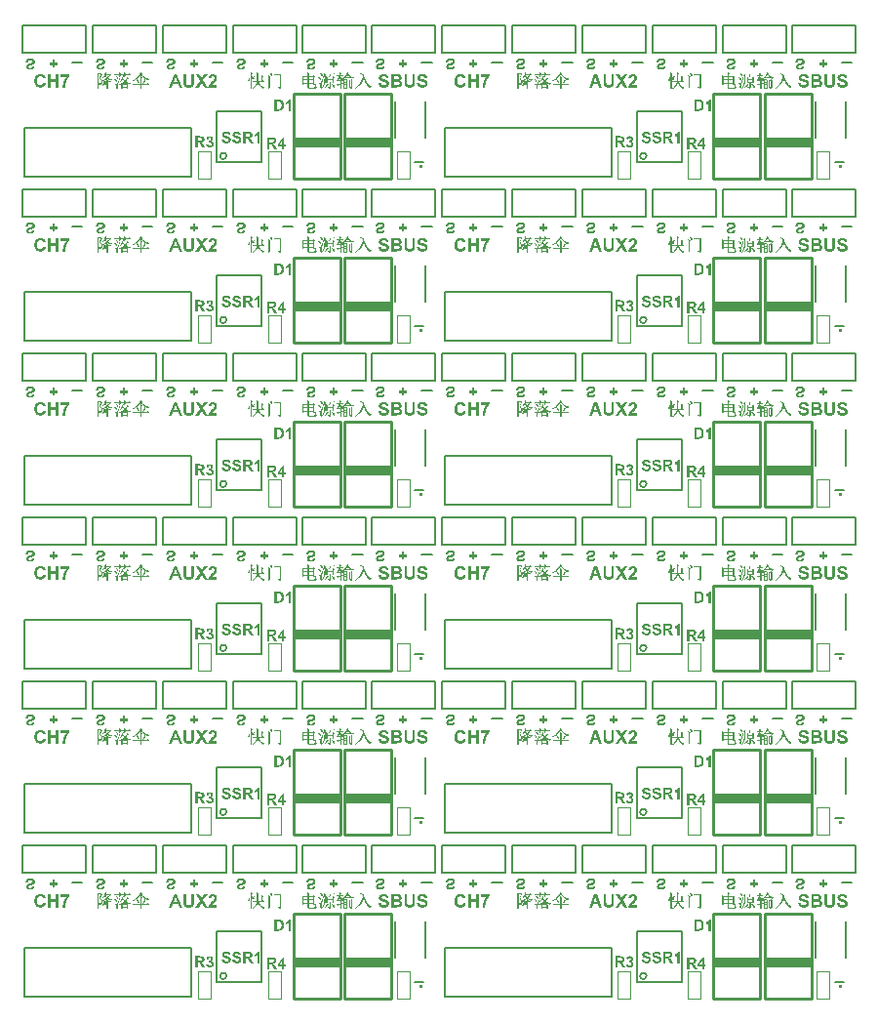
<source format=gto>
G04 Layer_Color=65535*
%FSLAX25Y25*%
%MOIN*%
G70*
G01*
G75*
%ADD17C,0.01000*%
%ADD40C,0.00600*%
%ADD41C,0.00500*%
%ADD42C,0.00787*%
%ADD43C,0.00394*%
%ADD44C,0.00800*%
%ADD45R,0.16000X0.03250*%
G36*
X282757Y321646D02*
X281309D01*
Y322382D01*
X282757D01*
Y321646D01*
D02*
G37*
G36*
X259131D02*
X257683D01*
Y322382D01*
X259131D01*
Y321646D01*
D02*
G37*
G36*
X235257D02*
X233809D01*
Y322382D01*
X235257D01*
Y321646D01*
D02*
G37*
G36*
X211257D02*
X209809D01*
Y322382D01*
X211257D01*
Y321646D01*
D02*
G37*
G36*
X187257D02*
X185809D01*
Y322382D01*
X187257D01*
Y321646D01*
D02*
G37*
G36*
X163257D02*
X161809D01*
Y322382D01*
X163257D01*
Y321646D01*
D02*
G37*
G36*
X139257D02*
X137809D01*
Y322382D01*
X139257D01*
Y321646D01*
D02*
G37*
G36*
X115631D02*
X114183D01*
Y322382D01*
X115631D01*
Y321646D01*
D02*
G37*
G36*
X91757D02*
X90309D01*
Y322382D01*
X91757D01*
Y321646D01*
D02*
G37*
G36*
X67757D02*
X66309D01*
Y322382D01*
X67757D01*
Y321646D01*
D02*
G37*
G36*
X43757D02*
X42309D01*
Y322382D01*
X43757D01*
Y321646D01*
D02*
G37*
G36*
X19757D02*
X18309D01*
Y322382D01*
X19757D01*
Y321646D01*
D02*
G37*
G36*
X275310Y321858D02*
X276317D01*
Y321167D01*
X275310D01*
Y320173D01*
X274641D01*
Y321167D01*
X273634D01*
Y321858D01*
X274641D01*
Y322852D01*
X275310D01*
Y321858D01*
D02*
G37*
G36*
X251685D02*
X252691D01*
Y321167D01*
X251685D01*
Y320173D01*
X251015D01*
Y321167D01*
X250008D01*
Y321858D01*
X251015D01*
Y322852D01*
X251685D01*
Y321858D01*
D02*
G37*
G36*
X227811D02*
X228817D01*
Y321167D01*
X227811D01*
Y320173D01*
X227141D01*
Y321167D01*
X226134D01*
Y321858D01*
X227141D01*
Y322852D01*
X227811D01*
Y321858D01*
D02*
G37*
G36*
X203811D02*
X204817D01*
Y321167D01*
X203811D01*
Y320173D01*
X203141D01*
Y321167D01*
X202134D01*
Y321858D01*
X203141D01*
Y322852D01*
X203811D01*
Y321858D01*
D02*
G37*
G36*
X179811D02*
X180817D01*
Y321167D01*
X179811D01*
Y320173D01*
X179141D01*
Y321167D01*
X178134D01*
Y321858D01*
X179141D01*
Y322852D01*
X179811D01*
Y321858D01*
D02*
G37*
G36*
X155810D02*
X156817D01*
Y321167D01*
X155810D01*
Y320173D01*
X155141D01*
Y321167D01*
X154134D01*
Y321858D01*
X155141D01*
Y322852D01*
X155810D01*
Y321858D01*
D02*
G37*
G36*
X131810D02*
X132817D01*
Y321167D01*
X131810D01*
Y320173D01*
X131141D01*
Y321167D01*
X130134D01*
Y321858D01*
X131141D01*
Y322852D01*
X131810D01*
Y321858D01*
D02*
G37*
G36*
X108185D02*
X109191D01*
Y321167D01*
X108185D01*
Y320173D01*
X107515D01*
Y321167D01*
X106508D01*
Y321858D01*
X107515D01*
Y322852D01*
X108185D01*
Y321858D01*
D02*
G37*
G36*
X84311D02*
X85317D01*
Y321167D01*
X84311D01*
Y320173D01*
X83641D01*
Y321167D01*
X82634D01*
Y321858D01*
X83641D01*
Y322852D01*
X84311D01*
Y321858D01*
D02*
G37*
G36*
X60311D02*
X61317D01*
Y321167D01*
X60311D01*
Y320173D01*
X59641D01*
Y321167D01*
X58634D01*
Y321858D01*
X59641D01*
Y322852D01*
X60311D01*
Y321858D01*
D02*
G37*
G36*
X36311D02*
X37317D01*
Y321167D01*
X36311D01*
Y320173D01*
X35641D01*
Y321167D01*
X34634D01*
Y321858D01*
X35641D01*
Y322852D01*
X36311D01*
Y321858D01*
D02*
G37*
G36*
X12310D02*
X13317D01*
Y321167D01*
X12310D01*
Y320173D01*
X11641D01*
Y321167D01*
X10634D01*
Y321858D01*
X11641D01*
Y322852D01*
X12310D01*
Y321858D01*
D02*
G37*
G36*
X267315Y323472D02*
X267402Y323464D01*
X267477Y323455D01*
X267552Y323443D01*
X267623Y323435D01*
X267685Y323422D01*
X267743Y323406D01*
X267793Y323393D01*
X267839Y323380D01*
X267881Y323372D01*
X267914Y323360D01*
X267939Y323351D01*
X267956Y323343D01*
X267968Y323339D01*
X267972D01*
X268093Y323281D01*
X268197Y323214D01*
X268284Y323139D01*
X268359Y323073D01*
X268417Y323010D01*
X268438Y322981D01*
X268459Y322956D01*
X268472Y322940D01*
X268484Y322923D01*
X268492Y322915D01*
Y322910D01*
X268526Y322856D01*
X268555Y322798D01*
X268601Y322690D01*
X268634Y322586D01*
X268654Y322490D01*
X268663Y322449D01*
X268671Y322411D01*
X268675Y322374D01*
Y322345D01*
X268679Y322324D01*
Y322303D01*
Y322295D01*
Y322291D01*
X268671Y322162D01*
X268654Y322041D01*
X268630Y321937D01*
X268617Y321891D01*
X268605Y321850D01*
X268588Y321812D01*
X268576Y321779D01*
X268563Y321750D01*
X268550Y321725D01*
X268538Y321704D01*
X268534Y321692D01*
X268526Y321683D01*
Y321679D01*
X268463Y321592D01*
X268392Y321513D01*
X268322Y321446D01*
X268255Y321388D01*
X268193Y321346D01*
X268143Y321313D01*
X268122Y321305D01*
X268110Y321296D01*
X268101Y321288D01*
X268097D01*
X268043Y321263D01*
X267985Y321234D01*
X267918Y321209D01*
X267852Y321184D01*
X267714Y321138D01*
X267577Y321097D01*
X267515Y321080D01*
X267452Y321063D01*
X267402Y321047D01*
X267353Y321034D01*
X267315Y321026D01*
X267286Y321018D01*
X267269Y321013D01*
X267261D01*
X267161Y320988D01*
X267070Y320964D01*
X266986Y320939D01*
X266912Y320914D01*
X266845Y320893D01*
X266787Y320872D01*
X266737Y320851D01*
X266695Y320835D01*
X266658Y320818D01*
X266624Y320801D01*
X266599Y320789D01*
X266583Y320776D01*
X266566Y320768D01*
X266558Y320760D01*
X266550Y320756D01*
X266512Y320718D01*
X266483Y320681D01*
X266466Y320639D01*
X266450Y320602D01*
X266441Y320573D01*
X266437Y320543D01*
Y320527D01*
Y320523D01*
X266441Y320469D01*
X266458Y320423D01*
X266475Y320381D01*
X266500Y320348D01*
X266521Y320323D01*
X266541Y320302D01*
X266554Y320290D01*
X266558Y320286D01*
X266637Y320240D01*
X266720Y320202D01*
X266812Y320177D01*
X266895Y320161D01*
X266974Y320152D01*
X267007Y320148D01*
X267036Y320144D01*
X267090D01*
X267207Y320148D01*
X267307Y320165D01*
X267390Y320186D01*
X267461Y320211D01*
X267515Y320236D01*
X267552Y320256D01*
X267573Y320273D01*
X267581Y320277D01*
X267639Y320331D01*
X267685Y320398D01*
X267723Y320469D01*
X267752Y320535D01*
X267773Y320598D01*
X267781Y320627D01*
X267789Y320652D01*
X267793Y320668D01*
Y320685D01*
X267798Y320693D01*
Y320697D01*
X268571Y320668D01*
X268563Y320573D01*
X268550Y320481D01*
X268530Y320394D01*
X268501Y320315D01*
X268472Y320240D01*
X268438Y320169D01*
X268405Y320107D01*
X268372Y320048D01*
X268334Y319999D01*
X268301Y319953D01*
X268272Y319911D01*
X268243Y319882D01*
X268218Y319857D01*
X268201Y319836D01*
X268189Y319828D01*
X268184Y319824D01*
X268114Y319765D01*
X268035Y319720D01*
X267947Y319674D01*
X267860Y319637D01*
X267773Y319607D01*
X267681Y319583D01*
X267590Y319562D01*
X267506Y319545D01*
X267423Y319528D01*
X267344Y319520D01*
X267278Y319512D01*
X267215Y319508D01*
X267169Y319503D01*
X267099D01*
X266936Y319508D01*
X266866Y319516D01*
X266791Y319524D01*
X266724Y319537D01*
X266662Y319545D01*
X266608Y319557D01*
X266554Y319570D01*
X266504Y319587D01*
X266462Y319599D01*
X266429Y319607D01*
X266396Y319620D01*
X266375Y319628D01*
X266354Y319637D01*
X266346Y319641D01*
X266342D01*
X266233Y319695D01*
X266134Y319757D01*
X266055Y319820D01*
X265984Y319882D01*
X265934Y319940D01*
X265892Y319986D01*
X265880Y320003D01*
X265872Y320015D01*
X265863Y320023D01*
Y320028D01*
X265809Y320123D01*
X265768Y320219D01*
X265738Y320315D01*
X265718Y320398D01*
X265705Y320469D01*
X265701Y320502D01*
Y320527D01*
X265697Y320548D01*
Y320564D01*
Y320573D01*
Y320577D01*
X265701Y320660D01*
X265713Y320739D01*
X265730Y320818D01*
X265751Y320889D01*
X265780Y320955D01*
X265809Y321022D01*
X265842Y321080D01*
X265876Y321134D01*
X265905Y321184D01*
X265938Y321226D01*
X265967Y321263D01*
X265996Y321292D01*
X266017Y321317D01*
X266034Y321334D01*
X266046Y321346D01*
X266050Y321351D01*
X266100Y321392D01*
X266159Y321429D01*
X266225Y321467D01*
X266292Y321504D01*
X266437Y321567D01*
X266583Y321625D01*
X266649Y321646D01*
X266712Y321667D01*
X266770Y321687D01*
X266824Y321700D01*
X266866Y321712D01*
X266895Y321721D01*
X266916Y321729D01*
X266924D01*
X267011Y321750D01*
X267090Y321771D01*
X267161Y321787D01*
X267224Y321804D01*
X267282Y321821D01*
X267332Y321833D01*
X267377Y321846D01*
X267415Y321858D01*
X267448Y321866D01*
X267473Y321875D01*
X267498Y321883D01*
X267515Y321887D01*
X267527Y321891D01*
X267535D01*
X267544Y321895D01*
X267615Y321924D01*
X267673Y321950D01*
X267719Y321979D01*
X267760Y322004D01*
X267785Y322028D01*
X267806Y322045D01*
X267818Y322058D01*
X267823Y322062D01*
X267852Y322099D01*
X267873Y322137D01*
X267885Y322178D01*
X267897Y322216D01*
X267902Y322245D01*
X267906Y322270D01*
Y322291D01*
Y322295D01*
Y322332D01*
X267897Y322370D01*
X267877Y322440D01*
X267843Y322507D01*
X267810Y322561D01*
X267777Y322603D01*
X267743Y322636D01*
X267723Y322657D01*
X267719Y322665D01*
X267714D01*
X267677Y322694D01*
X267635Y322719D01*
X267544Y322757D01*
X267448Y322786D01*
X267357Y322802D01*
X267273Y322815D01*
X267240Y322819D01*
X267207D01*
X267182Y322823D01*
X267144D01*
X267020Y322815D01*
X266907Y322794D01*
X266812Y322769D01*
X266728Y322736D01*
X266695Y322719D01*
X266666Y322703D01*
X266637Y322690D01*
X266616Y322677D01*
X266599Y322665D01*
X266587Y322657D01*
X266583Y322648D01*
X266579D01*
X266541Y322611D01*
X266508Y322573D01*
X266450Y322486D01*
X266400Y322391D01*
X266362Y322299D01*
X266337Y322216D01*
X266325Y322182D01*
X266317Y322149D01*
X266313Y322124D01*
X266308Y322103D01*
X266304Y322091D01*
Y322087D01*
X265551Y322162D01*
X265568Y322278D01*
X265593Y322391D01*
X265622Y322490D01*
X265655Y322586D01*
X265693Y322673D01*
X265730Y322757D01*
X265772Y322827D01*
X265813Y322894D01*
X265851Y322952D01*
X265888Y323002D01*
X265926Y323044D01*
X265955Y323081D01*
X265980Y323106D01*
X266001Y323127D01*
X266013Y323139D01*
X266017Y323143D01*
X266096Y323202D01*
X266179Y323252D01*
X266267Y323297D01*
X266358Y323335D01*
X266450Y323368D01*
X266541Y323393D01*
X266633Y323418D01*
X266724Y323435D01*
X266808Y323447D01*
X266886Y323460D01*
X266957Y323468D01*
X267016Y323472D01*
X267065D01*
X267103Y323476D01*
X267228D01*
X267315Y323472D01*
D02*
G37*
G36*
X243689D02*
X243776Y323464D01*
X243851Y323455D01*
X243926Y323443D01*
X243997Y323435D01*
X244059Y323422D01*
X244117Y323406D01*
X244167Y323393D01*
X244213Y323380D01*
X244255Y323372D01*
X244288Y323360D01*
X244313Y323351D01*
X244330Y323343D01*
X244342Y323339D01*
X244346D01*
X244467Y323281D01*
X244571Y323214D01*
X244658Y323139D01*
X244733Y323073D01*
X244791Y323010D01*
X244812Y322981D01*
X244833Y322956D01*
X244846Y322940D01*
X244858Y322923D01*
X244866Y322915D01*
Y322910D01*
X244900Y322856D01*
X244929Y322798D01*
X244974Y322690D01*
X245008Y322586D01*
X245029Y322490D01*
X245037Y322449D01*
X245045Y322411D01*
X245049Y322374D01*
Y322345D01*
X245054Y322324D01*
Y322303D01*
Y322295D01*
Y322291D01*
X245045Y322162D01*
X245029Y322041D01*
X245004Y321937D01*
X244991Y321891D01*
X244979Y321850D01*
X244962Y321812D01*
X244950Y321779D01*
X244937Y321750D01*
X244925Y321725D01*
X244912Y321704D01*
X244908Y321692D01*
X244900Y321683D01*
Y321679D01*
X244837Y321592D01*
X244766Y321513D01*
X244696Y321446D01*
X244629Y321388D01*
X244567Y321346D01*
X244517Y321313D01*
X244496Y321305D01*
X244484Y321296D01*
X244475Y321288D01*
X244471D01*
X244417Y321263D01*
X244359Y321234D01*
X244292Y321209D01*
X244226Y321184D01*
X244088Y321138D01*
X243951Y321097D01*
X243889Y321080D01*
X243826Y321063D01*
X243776Y321047D01*
X243726Y321034D01*
X243689Y321026D01*
X243660Y321018D01*
X243643Y321013D01*
X243635D01*
X243535Y320988D01*
X243444Y320964D01*
X243360Y320939D01*
X243285Y320914D01*
X243219Y320893D01*
X243161Y320872D01*
X243111Y320851D01*
X243069Y320835D01*
X243032Y320818D01*
X242999Y320801D01*
X242973Y320789D01*
X242957Y320776D01*
X242940Y320768D01*
X242932Y320760D01*
X242924Y320756D01*
X242886Y320718D01*
X242857Y320681D01*
X242840Y320639D01*
X242824Y320602D01*
X242815Y320573D01*
X242811Y320543D01*
Y320527D01*
Y320523D01*
X242815Y320469D01*
X242832Y320423D01*
X242849Y320381D01*
X242874Y320348D01*
X242895Y320323D01*
X242915Y320302D01*
X242928Y320290D01*
X242932Y320286D01*
X243011Y320240D01*
X243094Y320202D01*
X243186Y320177D01*
X243269Y320161D01*
X243348Y320152D01*
X243381Y320148D01*
X243410Y320144D01*
X243464D01*
X243581Y320148D01*
X243681Y320165D01*
X243764Y320186D01*
X243835Y320211D01*
X243889Y320236D01*
X243926Y320256D01*
X243947Y320273D01*
X243955Y320277D01*
X244014Y320331D01*
X244059Y320398D01*
X244097Y320469D01*
X244126Y320535D01*
X244147Y320598D01*
X244155Y320627D01*
X244163Y320652D01*
X244167Y320668D01*
Y320685D01*
X244172Y320693D01*
Y320697D01*
X244945Y320668D01*
X244937Y320573D01*
X244925Y320481D01*
X244904Y320394D01*
X244875Y320315D01*
X244846Y320240D01*
X244812Y320169D01*
X244779Y320107D01*
X244746Y320048D01*
X244708Y319999D01*
X244675Y319953D01*
X244646Y319911D01*
X244617Y319882D01*
X244592Y319857D01*
X244575Y319836D01*
X244563Y319828D01*
X244559Y319824D01*
X244488Y319765D01*
X244409Y319720D01*
X244321Y319674D01*
X244234Y319637D01*
X244147Y319607D01*
X244055Y319583D01*
X243964Y319562D01*
X243880Y319545D01*
X243797Y319528D01*
X243718Y319520D01*
X243652Y319512D01*
X243589Y319508D01*
X243543Y319503D01*
X243473D01*
X243310Y319508D01*
X243240Y319516D01*
X243165Y319524D01*
X243098Y319537D01*
X243036Y319545D01*
X242982Y319557D01*
X242928Y319570D01*
X242878Y319587D01*
X242836Y319599D01*
X242803Y319607D01*
X242770Y319620D01*
X242749Y319628D01*
X242728Y319637D01*
X242720Y319641D01*
X242716D01*
X242607Y319695D01*
X242508Y319757D01*
X242429Y319820D01*
X242358Y319882D01*
X242308Y319940D01*
X242266Y319986D01*
X242254Y320003D01*
X242246Y320015D01*
X242237Y320023D01*
Y320028D01*
X242183Y320123D01*
X242142Y320219D01*
X242112Y320315D01*
X242092Y320398D01*
X242079Y320469D01*
X242075Y320502D01*
Y320527D01*
X242071Y320548D01*
Y320564D01*
Y320573D01*
Y320577D01*
X242075Y320660D01*
X242087Y320739D01*
X242104Y320818D01*
X242125Y320889D01*
X242154Y320955D01*
X242183Y321022D01*
X242216Y321080D01*
X242250Y321134D01*
X242279Y321184D01*
X242312Y321226D01*
X242341Y321263D01*
X242370Y321292D01*
X242391Y321317D01*
X242408Y321334D01*
X242420Y321346D01*
X242424Y321351D01*
X242474Y321392D01*
X242533Y321429D01*
X242599Y321467D01*
X242666Y321504D01*
X242811Y321567D01*
X242957Y321625D01*
X243023Y321646D01*
X243086Y321667D01*
X243144Y321687D01*
X243198Y321700D01*
X243240Y321712D01*
X243269Y321721D01*
X243290Y321729D01*
X243298D01*
X243385Y321750D01*
X243464Y321771D01*
X243535Y321787D01*
X243598Y321804D01*
X243656Y321821D01*
X243706Y321833D01*
X243751Y321846D01*
X243789Y321858D01*
X243822Y321866D01*
X243847Y321875D01*
X243872Y321883D01*
X243889Y321887D01*
X243901Y321891D01*
X243910D01*
X243918Y321895D01*
X243989Y321924D01*
X244047Y321950D01*
X244093Y321979D01*
X244134Y322004D01*
X244159Y322028D01*
X244180Y322045D01*
X244192Y322058D01*
X244197Y322062D01*
X244226Y322099D01*
X244247Y322137D01*
X244259Y322178D01*
X244271Y322216D01*
X244276Y322245D01*
X244280Y322270D01*
Y322291D01*
Y322295D01*
Y322332D01*
X244271Y322370D01*
X244251Y322440D01*
X244217Y322507D01*
X244184Y322561D01*
X244151Y322603D01*
X244117Y322636D01*
X244097Y322657D01*
X244093Y322665D01*
X244088D01*
X244051Y322694D01*
X244009Y322719D01*
X243918Y322757D01*
X243822Y322786D01*
X243731Y322802D01*
X243647Y322815D01*
X243614Y322819D01*
X243581D01*
X243556Y322823D01*
X243518D01*
X243394Y322815D01*
X243281Y322794D01*
X243186Y322769D01*
X243103Y322736D01*
X243069Y322719D01*
X243040Y322703D01*
X243011Y322690D01*
X242990Y322677D01*
X242973Y322665D01*
X242961Y322657D01*
X242957Y322648D01*
X242953D01*
X242915Y322611D01*
X242882Y322573D01*
X242824Y322486D01*
X242774Y322391D01*
X242736Y322299D01*
X242711Y322216D01*
X242699Y322182D01*
X242691Y322149D01*
X242687Y322124D01*
X242682Y322103D01*
X242678Y322091D01*
Y322087D01*
X241925Y322162D01*
X241942Y322278D01*
X241967Y322391D01*
X241996Y322490D01*
X242029Y322586D01*
X242067Y322673D01*
X242104Y322757D01*
X242146Y322827D01*
X242187Y322894D01*
X242225Y322952D01*
X242262Y323002D01*
X242300Y323044D01*
X242329Y323081D01*
X242354Y323106D01*
X242374Y323127D01*
X242387Y323139D01*
X242391Y323143D01*
X242470Y323202D01*
X242553Y323252D01*
X242641Y323297D01*
X242732Y323335D01*
X242824Y323368D01*
X242915Y323393D01*
X243007Y323418D01*
X243098Y323435D01*
X243181Y323447D01*
X243261Y323460D01*
X243331Y323468D01*
X243390Y323472D01*
X243439D01*
X243477Y323476D01*
X243602D01*
X243689Y323472D01*
D02*
G37*
G36*
X219815D02*
X219902Y323464D01*
X219977Y323455D01*
X220052Y323443D01*
X220123Y323435D01*
X220185Y323422D01*
X220244Y323406D01*
X220293Y323393D01*
X220339Y323380D01*
X220381Y323372D01*
X220414Y323360D01*
X220439Y323351D01*
X220456Y323343D01*
X220468Y323339D01*
X220472D01*
X220593Y323281D01*
X220697Y323214D01*
X220784Y323139D01*
X220859Y323073D01*
X220917Y323010D01*
X220938Y322981D01*
X220959Y322956D01*
X220971Y322940D01*
X220984Y322923D01*
X220992Y322915D01*
Y322910D01*
X221026Y322856D01*
X221055Y322798D01*
X221100Y322690D01*
X221134Y322586D01*
X221154Y322490D01*
X221163Y322449D01*
X221171Y322411D01*
X221175Y322374D01*
Y322345D01*
X221180Y322324D01*
Y322303D01*
Y322295D01*
Y322291D01*
X221171Y322162D01*
X221154Y322041D01*
X221130Y321937D01*
X221117Y321891D01*
X221105Y321850D01*
X221088Y321812D01*
X221076Y321779D01*
X221063Y321750D01*
X221051Y321725D01*
X221038Y321704D01*
X221034Y321692D01*
X221026Y321683D01*
Y321679D01*
X220963Y321592D01*
X220893Y321513D01*
X220822Y321446D01*
X220755Y321388D01*
X220693Y321346D01*
X220643Y321313D01*
X220622Y321305D01*
X220610Y321296D01*
X220601Y321288D01*
X220597D01*
X220543Y321263D01*
X220485Y321234D01*
X220418Y321209D01*
X220352Y321184D01*
X220214Y321138D01*
X220077Y321097D01*
X220015Y321080D01*
X219952Y321063D01*
X219902Y321047D01*
X219852Y321034D01*
X219815Y321026D01*
X219786Y321018D01*
X219769Y321013D01*
X219761D01*
X219661Y320988D01*
X219570Y320964D01*
X219486Y320939D01*
X219411Y320914D01*
X219345Y320893D01*
X219287Y320872D01*
X219237Y320851D01*
X219195Y320835D01*
X219158Y320818D01*
X219125Y320801D01*
X219099Y320789D01*
X219083Y320776D01*
X219066Y320768D01*
X219058Y320760D01*
X219050Y320756D01*
X219012Y320718D01*
X218983Y320681D01*
X218966Y320639D01*
X218950Y320602D01*
X218941Y320573D01*
X218937Y320543D01*
Y320527D01*
Y320523D01*
X218941Y320469D01*
X218958Y320423D01*
X218975Y320381D01*
X219000Y320348D01*
X219021Y320323D01*
X219041Y320302D01*
X219054Y320290D01*
X219058Y320286D01*
X219137Y320240D01*
X219220Y320202D01*
X219312Y320177D01*
X219395Y320161D01*
X219474Y320152D01*
X219507Y320148D01*
X219536Y320144D01*
X219590D01*
X219707Y320148D01*
X219807Y320165D01*
X219890Y320186D01*
X219961Y320211D01*
X220015Y320236D01*
X220052Y320256D01*
X220073Y320273D01*
X220081Y320277D01*
X220140Y320331D01*
X220185Y320398D01*
X220223Y320469D01*
X220252Y320535D01*
X220273Y320598D01*
X220281Y320627D01*
X220289Y320652D01*
X220293Y320668D01*
Y320685D01*
X220298Y320693D01*
Y320697D01*
X221071Y320668D01*
X221063Y320573D01*
X221051Y320481D01*
X221030Y320394D01*
X221001Y320315D01*
X220971Y320240D01*
X220938Y320169D01*
X220905Y320107D01*
X220872Y320048D01*
X220834Y319999D01*
X220801Y319953D01*
X220772Y319911D01*
X220743Y319882D01*
X220718Y319857D01*
X220701Y319836D01*
X220689Y319828D01*
X220685Y319824D01*
X220614Y319765D01*
X220535Y319720D01*
X220447Y319674D01*
X220360Y319637D01*
X220273Y319607D01*
X220181Y319583D01*
X220090Y319562D01*
X220006Y319545D01*
X219923Y319528D01*
X219844Y319520D01*
X219778Y319512D01*
X219715Y319508D01*
X219669Y319503D01*
X219599D01*
X219437Y319508D01*
X219366Y319516D01*
X219291Y319524D01*
X219224Y319537D01*
X219162Y319545D01*
X219108Y319557D01*
X219054Y319570D01*
X219004Y319587D01*
X218962Y319599D01*
X218929Y319607D01*
X218896Y319620D01*
X218875Y319628D01*
X218854Y319637D01*
X218846Y319641D01*
X218842D01*
X218733Y319695D01*
X218634Y319757D01*
X218554Y319820D01*
X218484Y319882D01*
X218434Y319940D01*
X218392Y319986D01*
X218380Y320003D01*
X218372Y320015D01*
X218363Y320023D01*
Y320028D01*
X218309Y320123D01*
X218267Y320219D01*
X218238Y320315D01*
X218218Y320398D01*
X218205Y320469D01*
X218201Y320502D01*
Y320527D01*
X218197Y320548D01*
Y320564D01*
Y320573D01*
Y320577D01*
X218201Y320660D01*
X218213Y320739D01*
X218230Y320818D01*
X218251Y320889D01*
X218280Y320955D01*
X218309Y321022D01*
X218342Y321080D01*
X218376Y321134D01*
X218405Y321184D01*
X218438Y321226D01*
X218467Y321263D01*
X218496Y321292D01*
X218517Y321317D01*
X218534Y321334D01*
X218546Y321346D01*
X218550Y321351D01*
X218600Y321392D01*
X218658Y321429D01*
X218725Y321467D01*
X218792Y321504D01*
X218937Y321567D01*
X219083Y321625D01*
X219149Y321646D01*
X219212Y321667D01*
X219270Y321687D01*
X219324Y321700D01*
X219366Y321712D01*
X219395Y321721D01*
X219416Y321729D01*
X219424D01*
X219511Y321750D01*
X219590Y321771D01*
X219661Y321787D01*
X219724Y321804D01*
X219782Y321821D01*
X219832Y321833D01*
X219877Y321846D01*
X219915Y321858D01*
X219948Y321866D01*
X219973Y321875D01*
X219998Y321883D01*
X220015Y321887D01*
X220027Y321891D01*
X220036D01*
X220044Y321895D01*
X220114Y321924D01*
X220173Y321950D01*
X220218Y321979D01*
X220260Y322004D01*
X220285Y322028D01*
X220306Y322045D01*
X220318Y322058D01*
X220322Y322062D01*
X220352Y322099D01*
X220373Y322137D01*
X220385Y322178D01*
X220397Y322216D01*
X220402Y322245D01*
X220406Y322270D01*
Y322291D01*
Y322295D01*
Y322332D01*
X220397Y322370D01*
X220377Y322440D01*
X220343Y322507D01*
X220310Y322561D01*
X220277Y322603D01*
X220244Y322636D01*
X220223Y322657D01*
X220218Y322665D01*
X220214D01*
X220177Y322694D01*
X220135Y322719D01*
X220044Y322757D01*
X219948Y322786D01*
X219857Y322802D01*
X219773Y322815D01*
X219740Y322819D01*
X219707D01*
X219682Y322823D01*
X219644D01*
X219520Y322815D01*
X219407Y322794D01*
X219312Y322769D01*
X219229Y322736D01*
X219195Y322719D01*
X219166Y322703D01*
X219137Y322690D01*
X219116Y322677D01*
X219099Y322665D01*
X219087Y322657D01*
X219083Y322648D01*
X219079D01*
X219041Y322611D01*
X219008Y322573D01*
X218950Y322486D01*
X218900Y322391D01*
X218862Y322299D01*
X218837Y322216D01*
X218825Y322182D01*
X218817Y322149D01*
X218812Y322124D01*
X218808Y322103D01*
X218804Y322091D01*
Y322087D01*
X218051Y322162D01*
X218068Y322278D01*
X218093Y322391D01*
X218122Y322490D01*
X218155Y322586D01*
X218193Y322673D01*
X218230Y322757D01*
X218272Y322827D01*
X218313Y322894D01*
X218351Y322952D01*
X218388Y323002D01*
X218426Y323044D01*
X218455Y323081D01*
X218480Y323106D01*
X218500Y323127D01*
X218513Y323139D01*
X218517Y323143D01*
X218596Y323202D01*
X218679Y323252D01*
X218767Y323297D01*
X218858Y323335D01*
X218950Y323368D01*
X219041Y323393D01*
X219133Y323418D01*
X219224Y323435D01*
X219307Y323447D01*
X219387Y323460D01*
X219457Y323468D01*
X219515Y323472D01*
X219565D01*
X219603Y323476D01*
X219728D01*
X219815Y323472D01*
D02*
G37*
G36*
X195815D02*
X195902Y323464D01*
X195977Y323455D01*
X196052Y323443D01*
X196123Y323435D01*
X196185Y323422D01*
X196244Y323406D01*
X196293Y323393D01*
X196339Y323380D01*
X196381Y323372D01*
X196414Y323360D01*
X196439Y323351D01*
X196456Y323343D01*
X196468Y323339D01*
X196472D01*
X196593Y323281D01*
X196697Y323214D01*
X196784Y323139D01*
X196859Y323073D01*
X196917Y323010D01*
X196938Y322981D01*
X196959Y322956D01*
X196971Y322940D01*
X196984Y322923D01*
X196992Y322915D01*
Y322910D01*
X197026Y322856D01*
X197055Y322798D01*
X197100Y322690D01*
X197134Y322586D01*
X197154Y322490D01*
X197163Y322449D01*
X197171Y322411D01*
X197175Y322374D01*
Y322345D01*
X197179Y322324D01*
Y322303D01*
Y322295D01*
Y322291D01*
X197171Y322162D01*
X197154Y322041D01*
X197130Y321937D01*
X197117Y321891D01*
X197105Y321850D01*
X197088Y321812D01*
X197075Y321779D01*
X197063Y321750D01*
X197050Y321725D01*
X197038Y321704D01*
X197034Y321692D01*
X197026Y321683D01*
Y321679D01*
X196963Y321592D01*
X196892Y321513D01*
X196822Y321446D01*
X196755Y321388D01*
X196693Y321346D01*
X196643Y321313D01*
X196622Y321305D01*
X196610Y321296D01*
X196601Y321288D01*
X196597D01*
X196543Y321263D01*
X196485Y321234D01*
X196418Y321209D01*
X196352Y321184D01*
X196214Y321138D01*
X196077Y321097D01*
X196015Y321080D01*
X195952Y321063D01*
X195902Y321047D01*
X195852Y321034D01*
X195815Y321026D01*
X195786Y321018D01*
X195769Y321013D01*
X195761D01*
X195661Y320988D01*
X195570Y320964D01*
X195486Y320939D01*
X195412Y320914D01*
X195345Y320893D01*
X195287Y320872D01*
X195237Y320851D01*
X195195Y320835D01*
X195158Y320818D01*
X195124Y320801D01*
X195099Y320789D01*
X195083Y320776D01*
X195066Y320768D01*
X195058Y320760D01*
X195050Y320756D01*
X195012Y320718D01*
X194983Y320681D01*
X194966Y320639D01*
X194950Y320602D01*
X194941Y320573D01*
X194937Y320543D01*
Y320527D01*
Y320523D01*
X194941Y320469D01*
X194958Y320423D01*
X194975Y320381D01*
X195000Y320348D01*
X195020Y320323D01*
X195041Y320302D01*
X195054Y320290D01*
X195058Y320286D01*
X195137Y320240D01*
X195220Y320202D01*
X195312Y320177D01*
X195395Y320161D01*
X195474Y320152D01*
X195507Y320148D01*
X195536Y320144D01*
X195590D01*
X195707Y320148D01*
X195807Y320165D01*
X195890Y320186D01*
X195961Y320211D01*
X196015Y320236D01*
X196052Y320256D01*
X196073Y320273D01*
X196081Y320277D01*
X196140Y320331D01*
X196185Y320398D01*
X196223Y320469D01*
X196252Y320535D01*
X196273Y320598D01*
X196281Y320627D01*
X196289Y320652D01*
X196293Y320668D01*
Y320685D01*
X196298Y320693D01*
Y320697D01*
X197071Y320668D01*
X197063Y320573D01*
X197050Y320481D01*
X197030Y320394D01*
X197001Y320315D01*
X196971Y320240D01*
X196938Y320169D01*
X196905Y320107D01*
X196872Y320048D01*
X196834Y319999D01*
X196801Y319953D01*
X196772Y319911D01*
X196743Y319882D01*
X196718Y319857D01*
X196701Y319836D01*
X196689Y319828D01*
X196685Y319824D01*
X196614Y319765D01*
X196535Y319720D01*
X196447Y319674D01*
X196360Y319637D01*
X196273Y319607D01*
X196181Y319583D01*
X196090Y319562D01*
X196006Y319545D01*
X195923Y319528D01*
X195844Y319520D01*
X195778Y319512D01*
X195715Y319508D01*
X195669Y319503D01*
X195599D01*
X195437Y319508D01*
X195366Y319516D01*
X195291Y319524D01*
X195224Y319537D01*
X195162Y319545D01*
X195108Y319557D01*
X195054Y319570D01*
X195004Y319587D01*
X194962Y319599D01*
X194929Y319607D01*
X194896Y319620D01*
X194875Y319628D01*
X194854Y319637D01*
X194846Y319641D01*
X194842D01*
X194733Y319695D01*
X194634Y319757D01*
X194554Y319820D01*
X194484Y319882D01*
X194434Y319940D01*
X194392Y319986D01*
X194380Y320003D01*
X194371Y320015D01*
X194363Y320023D01*
Y320028D01*
X194309Y320123D01*
X194267Y320219D01*
X194238Y320315D01*
X194218Y320398D01*
X194205Y320469D01*
X194201Y320502D01*
Y320527D01*
X194197Y320548D01*
Y320564D01*
Y320573D01*
Y320577D01*
X194201Y320660D01*
X194213Y320739D01*
X194230Y320818D01*
X194251Y320889D01*
X194280Y320955D01*
X194309Y321022D01*
X194342Y321080D01*
X194376Y321134D01*
X194405Y321184D01*
X194438Y321226D01*
X194467Y321263D01*
X194496Y321292D01*
X194517Y321317D01*
X194534Y321334D01*
X194546Y321346D01*
X194550Y321351D01*
X194600Y321392D01*
X194659Y321429D01*
X194725Y321467D01*
X194792Y321504D01*
X194937Y321567D01*
X195083Y321625D01*
X195149Y321646D01*
X195212Y321667D01*
X195270Y321687D01*
X195324Y321700D01*
X195366Y321712D01*
X195395Y321721D01*
X195416Y321729D01*
X195424D01*
X195511Y321750D01*
X195590Y321771D01*
X195661Y321787D01*
X195723Y321804D01*
X195782Y321821D01*
X195832Y321833D01*
X195877Y321846D01*
X195915Y321858D01*
X195948Y321866D01*
X195973Y321875D01*
X195998Y321883D01*
X196015Y321887D01*
X196027Y321891D01*
X196036D01*
X196044Y321895D01*
X196115Y321924D01*
X196173Y321950D01*
X196219Y321979D01*
X196260Y322004D01*
X196285Y322028D01*
X196306Y322045D01*
X196318Y322058D01*
X196323Y322062D01*
X196352Y322099D01*
X196372Y322137D01*
X196385Y322178D01*
X196397Y322216D01*
X196402Y322245D01*
X196406Y322270D01*
Y322291D01*
Y322295D01*
Y322332D01*
X196397Y322370D01*
X196377Y322440D01*
X196343Y322507D01*
X196310Y322561D01*
X196277Y322603D01*
X196244Y322636D01*
X196223Y322657D01*
X196219Y322665D01*
X196214D01*
X196177Y322694D01*
X196135Y322719D01*
X196044Y322757D01*
X195948Y322786D01*
X195857Y322802D01*
X195773Y322815D01*
X195740Y322819D01*
X195707D01*
X195682Y322823D01*
X195644D01*
X195520Y322815D01*
X195407Y322794D01*
X195312Y322769D01*
X195229Y322736D01*
X195195Y322719D01*
X195166Y322703D01*
X195137Y322690D01*
X195116Y322677D01*
X195099Y322665D01*
X195087Y322657D01*
X195083Y322648D01*
X195079D01*
X195041Y322611D01*
X195008Y322573D01*
X194950Y322486D01*
X194900Y322391D01*
X194862Y322299D01*
X194837Y322216D01*
X194825Y322182D01*
X194817Y322149D01*
X194813Y322124D01*
X194808Y322103D01*
X194804Y322091D01*
Y322087D01*
X194051Y322162D01*
X194068Y322278D01*
X194093Y322391D01*
X194122Y322490D01*
X194155Y322586D01*
X194193Y322673D01*
X194230Y322757D01*
X194272Y322827D01*
X194313Y322894D01*
X194351Y322952D01*
X194388Y323002D01*
X194426Y323044D01*
X194455Y323081D01*
X194480Y323106D01*
X194501Y323127D01*
X194513Y323139D01*
X194517Y323143D01*
X194596Y323202D01*
X194679Y323252D01*
X194767Y323297D01*
X194858Y323335D01*
X194950Y323368D01*
X195041Y323393D01*
X195133Y323418D01*
X195224Y323435D01*
X195308Y323447D01*
X195387Y323460D01*
X195457Y323468D01*
X195516Y323472D01*
X195565D01*
X195603Y323476D01*
X195728D01*
X195815Y323472D01*
D02*
G37*
G36*
X171815D02*
X171902Y323464D01*
X171977Y323455D01*
X172052Y323443D01*
X172123Y323435D01*
X172185Y323422D01*
X172243Y323406D01*
X172293Y323393D01*
X172339Y323380D01*
X172381Y323372D01*
X172414Y323360D01*
X172439Y323351D01*
X172456Y323343D01*
X172468Y323339D01*
X172472D01*
X172593Y323281D01*
X172697Y323214D01*
X172784Y323139D01*
X172859Y323073D01*
X172917Y323010D01*
X172938Y322981D01*
X172959Y322956D01*
X172971Y322940D01*
X172984Y322923D01*
X172992Y322915D01*
Y322910D01*
X173026Y322856D01*
X173055Y322798D01*
X173100Y322690D01*
X173134Y322586D01*
X173154Y322490D01*
X173163Y322449D01*
X173171Y322411D01*
X173175Y322374D01*
Y322345D01*
X173179Y322324D01*
Y322303D01*
Y322295D01*
Y322291D01*
X173171Y322162D01*
X173154Y322041D01*
X173130Y321937D01*
X173117Y321891D01*
X173105Y321850D01*
X173088Y321812D01*
X173075Y321779D01*
X173063Y321750D01*
X173050Y321725D01*
X173038Y321704D01*
X173034Y321692D01*
X173026Y321683D01*
Y321679D01*
X172963Y321592D01*
X172892Y321513D01*
X172822Y321446D01*
X172755Y321388D01*
X172693Y321346D01*
X172643Y321313D01*
X172622Y321305D01*
X172610Y321296D01*
X172601Y321288D01*
X172597D01*
X172543Y321263D01*
X172485Y321234D01*
X172418Y321209D01*
X172352Y321184D01*
X172214Y321138D01*
X172077Y321097D01*
X172015Y321080D01*
X171952Y321063D01*
X171902Y321047D01*
X171853Y321034D01*
X171815Y321026D01*
X171786Y321018D01*
X171769Y321013D01*
X171761D01*
X171661Y320988D01*
X171570Y320964D01*
X171486Y320939D01*
X171412Y320914D01*
X171345Y320893D01*
X171287Y320872D01*
X171237Y320851D01*
X171195Y320835D01*
X171158Y320818D01*
X171124Y320801D01*
X171099Y320789D01*
X171083Y320776D01*
X171066Y320768D01*
X171058Y320760D01*
X171050Y320756D01*
X171012Y320718D01*
X170983Y320681D01*
X170966Y320639D01*
X170950Y320602D01*
X170941Y320573D01*
X170937Y320543D01*
Y320527D01*
Y320523D01*
X170941Y320469D01*
X170958Y320423D01*
X170975Y320381D01*
X171000Y320348D01*
X171020Y320323D01*
X171041Y320302D01*
X171054Y320290D01*
X171058Y320286D01*
X171137Y320240D01*
X171220Y320202D01*
X171312Y320177D01*
X171395Y320161D01*
X171474Y320152D01*
X171507Y320148D01*
X171536Y320144D01*
X171590D01*
X171707Y320148D01*
X171807Y320165D01*
X171890Y320186D01*
X171961Y320211D01*
X172015Y320236D01*
X172052Y320256D01*
X172073Y320273D01*
X172081Y320277D01*
X172140Y320331D01*
X172185Y320398D01*
X172223Y320469D01*
X172252Y320535D01*
X172273Y320598D01*
X172281Y320627D01*
X172289Y320652D01*
X172293Y320668D01*
Y320685D01*
X172298Y320693D01*
Y320697D01*
X173071Y320668D01*
X173063Y320573D01*
X173050Y320481D01*
X173030Y320394D01*
X173001Y320315D01*
X172971Y320240D01*
X172938Y320169D01*
X172905Y320107D01*
X172872Y320048D01*
X172834Y319999D01*
X172801Y319953D01*
X172772Y319911D01*
X172743Y319882D01*
X172718Y319857D01*
X172701Y319836D01*
X172689Y319828D01*
X172685Y319824D01*
X172614Y319765D01*
X172535Y319720D01*
X172447Y319674D01*
X172360Y319637D01*
X172273Y319607D01*
X172181Y319583D01*
X172090Y319562D01*
X172006Y319545D01*
X171923Y319528D01*
X171844Y319520D01*
X171778Y319512D01*
X171715Y319508D01*
X171669Y319503D01*
X171599D01*
X171437Y319508D01*
X171366Y319516D01*
X171291Y319524D01*
X171224Y319537D01*
X171162Y319545D01*
X171108Y319557D01*
X171054Y319570D01*
X171004Y319587D01*
X170962Y319599D01*
X170929Y319607D01*
X170896Y319620D01*
X170875Y319628D01*
X170854Y319637D01*
X170846Y319641D01*
X170842D01*
X170733Y319695D01*
X170634Y319757D01*
X170554Y319820D01*
X170484Y319882D01*
X170434Y319940D01*
X170392Y319986D01*
X170380Y320003D01*
X170371Y320015D01*
X170363Y320023D01*
Y320028D01*
X170309Y320123D01*
X170267Y320219D01*
X170238Y320315D01*
X170218Y320398D01*
X170205Y320469D01*
X170201Y320502D01*
Y320527D01*
X170197Y320548D01*
Y320564D01*
Y320573D01*
Y320577D01*
X170201Y320660D01*
X170213Y320739D01*
X170230Y320818D01*
X170251Y320889D01*
X170280Y320955D01*
X170309Y321022D01*
X170342Y321080D01*
X170376Y321134D01*
X170405Y321184D01*
X170438Y321226D01*
X170467Y321263D01*
X170496Y321292D01*
X170517Y321317D01*
X170534Y321334D01*
X170546Y321346D01*
X170550Y321351D01*
X170600Y321392D01*
X170659Y321429D01*
X170725Y321467D01*
X170792Y321504D01*
X170937Y321567D01*
X171083Y321625D01*
X171149Y321646D01*
X171212Y321667D01*
X171270Y321687D01*
X171324Y321700D01*
X171366Y321712D01*
X171395Y321721D01*
X171416Y321729D01*
X171424D01*
X171511Y321750D01*
X171590Y321771D01*
X171661Y321787D01*
X171723Y321804D01*
X171782Y321821D01*
X171832Y321833D01*
X171877Y321846D01*
X171915Y321858D01*
X171948Y321866D01*
X171973Y321875D01*
X171998Y321883D01*
X172015Y321887D01*
X172027Y321891D01*
X172036D01*
X172044Y321895D01*
X172115Y321924D01*
X172173Y321950D01*
X172219Y321979D01*
X172260Y322004D01*
X172285Y322028D01*
X172306Y322045D01*
X172318Y322058D01*
X172323Y322062D01*
X172352Y322099D01*
X172372Y322137D01*
X172385Y322178D01*
X172397Y322216D01*
X172402Y322245D01*
X172406Y322270D01*
Y322291D01*
Y322295D01*
Y322332D01*
X172397Y322370D01*
X172377Y322440D01*
X172343Y322507D01*
X172310Y322561D01*
X172277Y322603D01*
X172243Y322636D01*
X172223Y322657D01*
X172219Y322665D01*
X172214D01*
X172177Y322694D01*
X172135Y322719D01*
X172044Y322757D01*
X171948Y322786D01*
X171857Y322802D01*
X171773Y322815D01*
X171740Y322819D01*
X171707D01*
X171682Y322823D01*
X171644D01*
X171520Y322815D01*
X171407Y322794D01*
X171312Y322769D01*
X171229Y322736D01*
X171195Y322719D01*
X171166Y322703D01*
X171137Y322690D01*
X171116Y322677D01*
X171099Y322665D01*
X171087Y322657D01*
X171083Y322648D01*
X171079D01*
X171041Y322611D01*
X171008Y322573D01*
X170950Y322486D01*
X170900Y322391D01*
X170862Y322299D01*
X170837Y322216D01*
X170825Y322182D01*
X170817Y322149D01*
X170812Y322124D01*
X170808Y322103D01*
X170804Y322091D01*
Y322087D01*
X170051Y322162D01*
X170068Y322278D01*
X170093Y322391D01*
X170122Y322490D01*
X170155Y322586D01*
X170193Y322673D01*
X170230Y322757D01*
X170272Y322827D01*
X170313Y322894D01*
X170351Y322952D01*
X170388Y323002D01*
X170426Y323044D01*
X170455Y323081D01*
X170480Y323106D01*
X170501Y323127D01*
X170513Y323139D01*
X170517Y323143D01*
X170596Y323202D01*
X170679Y323252D01*
X170767Y323297D01*
X170858Y323335D01*
X170950Y323368D01*
X171041Y323393D01*
X171133Y323418D01*
X171224Y323435D01*
X171308Y323447D01*
X171387Y323460D01*
X171457Y323468D01*
X171516Y323472D01*
X171565D01*
X171603Y323476D01*
X171728D01*
X171815Y323472D01*
D02*
G37*
G36*
X147815D02*
X147902Y323464D01*
X147977Y323455D01*
X148052Y323443D01*
X148123Y323435D01*
X148185Y323422D01*
X148243Y323406D01*
X148293Y323393D01*
X148339Y323380D01*
X148381Y323372D01*
X148414Y323360D01*
X148439Y323351D01*
X148456Y323343D01*
X148468Y323339D01*
X148472D01*
X148593Y323281D01*
X148697Y323214D01*
X148784Y323139D01*
X148859Y323073D01*
X148917Y323010D01*
X148938Y322981D01*
X148959Y322956D01*
X148971Y322940D01*
X148984Y322923D01*
X148992Y322915D01*
Y322910D01*
X149026Y322856D01*
X149055Y322798D01*
X149100Y322690D01*
X149134Y322586D01*
X149154Y322490D01*
X149163Y322449D01*
X149171Y322411D01*
X149175Y322374D01*
Y322345D01*
X149179Y322324D01*
Y322303D01*
Y322295D01*
Y322291D01*
X149171Y322162D01*
X149154Y322041D01*
X149130Y321937D01*
X149117Y321891D01*
X149105Y321850D01*
X149088Y321812D01*
X149075Y321779D01*
X149063Y321750D01*
X149050Y321725D01*
X149038Y321704D01*
X149034Y321692D01*
X149026Y321683D01*
Y321679D01*
X148963Y321592D01*
X148892Y321513D01*
X148822Y321446D01*
X148755Y321388D01*
X148693Y321346D01*
X148643Y321313D01*
X148622Y321305D01*
X148610Y321296D01*
X148601Y321288D01*
X148597D01*
X148543Y321263D01*
X148485Y321234D01*
X148418Y321209D01*
X148352Y321184D01*
X148214Y321138D01*
X148077Y321097D01*
X148015Y321080D01*
X147952Y321063D01*
X147902Y321047D01*
X147853Y321034D01*
X147815Y321026D01*
X147786Y321018D01*
X147769Y321013D01*
X147761D01*
X147661Y320988D01*
X147570Y320964D01*
X147486Y320939D01*
X147412Y320914D01*
X147345Y320893D01*
X147287Y320872D01*
X147237Y320851D01*
X147195Y320835D01*
X147158Y320818D01*
X147125Y320801D01*
X147099Y320789D01*
X147083Y320776D01*
X147066Y320768D01*
X147058Y320760D01*
X147050Y320756D01*
X147012Y320718D01*
X146983Y320681D01*
X146966Y320639D01*
X146950Y320602D01*
X146941Y320573D01*
X146937Y320543D01*
Y320527D01*
Y320523D01*
X146941Y320469D01*
X146958Y320423D01*
X146975Y320381D01*
X147000Y320348D01*
X147020Y320323D01*
X147041Y320302D01*
X147054Y320290D01*
X147058Y320286D01*
X147137Y320240D01*
X147220Y320202D01*
X147312Y320177D01*
X147395Y320161D01*
X147474Y320152D01*
X147507Y320148D01*
X147536Y320144D01*
X147590D01*
X147707Y320148D01*
X147807Y320165D01*
X147890Y320186D01*
X147961Y320211D01*
X148015Y320236D01*
X148052Y320256D01*
X148073Y320273D01*
X148081Y320277D01*
X148140Y320331D01*
X148185Y320398D01*
X148223Y320469D01*
X148252Y320535D01*
X148273Y320598D01*
X148281Y320627D01*
X148289Y320652D01*
X148293Y320668D01*
Y320685D01*
X148298Y320693D01*
Y320697D01*
X149071Y320668D01*
X149063Y320573D01*
X149050Y320481D01*
X149030Y320394D01*
X149001Y320315D01*
X148971Y320240D01*
X148938Y320169D01*
X148905Y320107D01*
X148872Y320048D01*
X148834Y319999D01*
X148801Y319953D01*
X148772Y319911D01*
X148743Y319882D01*
X148718Y319857D01*
X148701Y319836D01*
X148689Y319828D01*
X148685Y319824D01*
X148614Y319765D01*
X148535Y319720D01*
X148447Y319674D01*
X148360Y319637D01*
X148273Y319607D01*
X148181Y319583D01*
X148090Y319562D01*
X148006Y319545D01*
X147923Y319528D01*
X147844Y319520D01*
X147778Y319512D01*
X147715Y319508D01*
X147669Y319503D01*
X147599D01*
X147436Y319508D01*
X147366Y319516D01*
X147291Y319524D01*
X147224Y319537D01*
X147162Y319545D01*
X147108Y319557D01*
X147054Y319570D01*
X147004Y319587D01*
X146962Y319599D01*
X146929Y319607D01*
X146896Y319620D01*
X146875Y319628D01*
X146854Y319637D01*
X146846Y319641D01*
X146842D01*
X146733Y319695D01*
X146634Y319757D01*
X146555Y319820D01*
X146484Y319882D01*
X146434Y319940D01*
X146392Y319986D01*
X146380Y320003D01*
X146371Y320015D01*
X146363Y320023D01*
Y320028D01*
X146309Y320123D01*
X146267Y320219D01*
X146238Y320315D01*
X146218Y320398D01*
X146205Y320469D01*
X146201Y320502D01*
Y320527D01*
X146197Y320548D01*
Y320564D01*
Y320573D01*
Y320577D01*
X146201Y320660D01*
X146213Y320739D01*
X146230Y320818D01*
X146251Y320889D01*
X146280Y320955D01*
X146309Y321022D01*
X146342Y321080D01*
X146376Y321134D01*
X146405Y321184D01*
X146438Y321226D01*
X146467Y321263D01*
X146496Y321292D01*
X146517Y321317D01*
X146534Y321334D01*
X146546Y321346D01*
X146550Y321351D01*
X146600Y321392D01*
X146659Y321429D01*
X146725Y321467D01*
X146792Y321504D01*
X146937Y321567D01*
X147083Y321625D01*
X147149Y321646D01*
X147212Y321667D01*
X147270Y321687D01*
X147324Y321700D01*
X147366Y321712D01*
X147395Y321721D01*
X147416Y321729D01*
X147424D01*
X147511Y321750D01*
X147590Y321771D01*
X147661Y321787D01*
X147723Y321804D01*
X147782Y321821D01*
X147832Y321833D01*
X147877Y321846D01*
X147915Y321858D01*
X147948Y321866D01*
X147973Y321875D01*
X147998Y321883D01*
X148015Y321887D01*
X148027Y321891D01*
X148036D01*
X148044Y321895D01*
X148115Y321924D01*
X148173Y321950D01*
X148219Y321979D01*
X148260Y322004D01*
X148285Y322028D01*
X148306Y322045D01*
X148318Y322058D01*
X148322Y322062D01*
X148352Y322099D01*
X148372Y322137D01*
X148385Y322178D01*
X148397Y322216D01*
X148402Y322245D01*
X148406Y322270D01*
Y322291D01*
Y322295D01*
Y322332D01*
X148397Y322370D01*
X148377Y322440D01*
X148343Y322507D01*
X148310Y322561D01*
X148277Y322603D01*
X148243Y322636D01*
X148223Y322657D01*
X148219Y322665D01*
X148214D01*
X148177Y322694D01*
X148135Y322719D01*
X148044Y322757D01*
X147948Y322786D01*
X147857Y322802D01*
X147773Y322815D01*
X147740Y322819D01*
X147707D01*
X147682Y322823D01*
X147644D01*
X147520Y322815D01*
X147407Y322794D01*
X147312Y322769D01*
X147229Y322736D01*
X147195Y322719D01*
X147166Y322703D01*
X147137Y322690D01*
X147116Y322677D01*
X147099Y322665D01*
X147087Y322657D01*
X147083Y322648D01*
X147079D01*
X147041Y322611D01*
X147008Y322573D01*
X146950Y322486D01*
X146900Y322391D01*
X146862Y322299D01*
X146837Y322216D01*
X146825Y322182D01*
X146817Y322149D01*
X146812Y322124D01*
X146808Y322103D01*
X146804Y322091D01*
Y322087D01*
X146051Y322162D01*
X146068Y322278D01*
X146093Y322391D01*
X146122Y322490D01*
X146155Y322586D01*
X146193Y322673D01*
X146230Y322757D01*
X146272Y322827D01*
X146313Y322894D01*
X146351Y322952D01*
X146388Y323002D01*
X146426Y323044D01*
X146455Y323081D01*
X146480Y323106D01*
X146501Y323127D01*
X146513Y323139D01*
X146517Y323143D01*
X146596Y323202D01*
X146679Y323252D01*
X146767Y323297D01*
X146858Y323335D01*
X146950Y323368D01*
X147041Y323393D01*
X147133Y323418D01*
X147224Y323435D01*
X147308Y323447D01*
X147387Y323460D01*
X147457Y323468D01*
X147515Y323472D01*
X147565D01*
X147603Y323476D01*
X147728D01*
X147815Y323472D01*
D02*
G37*
G36*
X123815D02*
X123902Y323464D01*
X123977Y323455D01*
X124052Y323443D01*
X124123Y323435D01*
X124185Y323422D01*
X124243Y323406D01*
X124293Y323393D01*
X124339Y323380D01*
X124381Y323372D01*
X124414Y323360D01*
X124439Y323351D01*
X124456Y323343D01*
X124468Y323339D01*
X124472D01*
X124593Y323281D01*
X124697Y323214D01*
X124784Y323139D01*
X124859Y323073D01*
X124917Y323010D01*
X124938Y322981D01*
X124959Y322956D01*
X124971Y322940D01*
X124984Y322923D01*
X124992Y322915D01*
Y322910D01*
X125026Y322856D01*
X125055Y322798D01*
X125101Y322690D01*
X125134Y322586D01*
X125154Y322490D01*
X125163Y322449D01*
X125171Y322411D01*
X125175Y322374D01*
Y322345D01*
X125180Y322324D01*
Y322303D01*
Y322295D01*
Y322291D01*
X125171Y322162D01*
X125154Y322041D01*
X125130Y321937D01*
X125117Y321891D01*
X125105Y321850D01*
X125088Y321812D01*
X125075Y321779D01*
X125063Y321750D01*
X125050Y321725D01*
X125038Y321704D01*
X125034Y321692D01*
X125026Y321683D01*
Y321679D01*
X124963Y321592D01*
X124892Y321513D01*
X124822Y321446D01*
X124755Y321388D01*
X124693Y321346D01*
X124643Y321313D01*
X124622Y321305D01*
X124610Y321296D01*
X124601Y321288D01*
X124597D01*
X124543Y321263D01*
X124485Y321234D01*
X124418Y321209D01*
X124352Y321184D01*
X124214Y321138D01*
X124077Y321097D01*
X124015Y321080D01*
X123952Y321063D01*
X123902Y321047D01*
X123853Y321034D01*
X123815Y321026D01*
X123786Y321018D01*
X123769Y321013D01*
X123761D01*
X123661Y320988D01*
X123570Y320964D01*
X123486Y320939D01*
X123412Y320914D01*
X123345Y320893D01*
X123287Y320872D01*
X123237Y320851D01*
X123195Y320835D01*
X123158Y320818D01*
X123125Y320801D01*
X123100Y320789D01*
X123083Y320776D01*
X123066Y320768D01*
X123058Y320760D01*
X123050Y320756D01*
X123012Y320718D01*
X122983Y320681D01*
X122966Y320639D01*
X122950Y320602D01*
X122941Y320573D01*
X122937Y320543D01*
Y320527D01*
Y320523D01*
X122941Y320469D01*
X122958Y320423D01*
X122975Y320381D01*
X123000Y320348D01*
X123021Y320323D01*
X123041Y320302D01*
X123054Y320290D01*
X123058Y320286D01*
X123137Y320240D01*
X123220Y320202D01*
X123312Y320177D01*
X123395Y320161D01*
X123474Y320152D01*
X123507Y320148D01*
X123536Y320144D01*
X123590D01*
X123707Y320148D01*
X123807Y320165D01*
X123890Y320186D01*
X123961Y320211D01*
X124015Y320236D01*
X124052Y320256D01*
X124073Y320273D01*
X124081Y320277D01*
X124139Y320331D01*
X124185Y320398D01*
X124223Y320469D01*
X124252Y320535D01*
X124273Y320598D01*
X124281Y320627D01*
X124289Y320652D01*
X124293Y320668D01*
Y320685D01*
X124298Y320693D01*
Y320697D01*
X125071Y320668D01*
X125063Y320573D01*
X125050Y320481D01*
X125030Y320394D01*
X125001Y320315D01*
X124971Y320240D01*
X124938Y320169D01*
X124905Y320107D01*
X124872Y320048D01*
X124834Y319999D01*
X124801Y319953D01*
X124772Y319911D01*
X124743Y319882D01*
X124718Y319857D01*
X124701Y319836D01*
X124689Y319828D01*
X124685Y319824D01*
X124614Y319765D01*
X124535Y319720D01*
X124447Y319674D01*
X124360Y319637D01*
X124273Y319607D01*
X124181Y319583D01*
X124090Y319562D01*
X124006Y319545D01*
X123923Y319528D01*
X123844Y319520D01*
X123778Y319512D01*
X123715Y319508D01*
X123669Y319503D01*
X123599D01*
X123436Y319508D01*
X123366Y319516D01*
X123291Y319524D01*
X123224Y319537D01*
X123162Y319545D01*
X123108Y319557D01*
X123054Y319570D01*
X123004Y319587D01*
X122962Y319599D01*
X122929Y319607D01*
X122896Y319620D01*
X122875Y319628D01*
X122854Y319637D01*
X122846Y319641D01*
X122842D01*
X122733Y319695D01*
X122634Y319757D01*
X122555Y319820D01*
X122484Y319882D01*
X122434Y319940D01*
X122392Y319986D01*
X122380Y320003D01*
X122371Y320015D01*
X122363Y320023D01*
Y320028D01*
X122309Y320123D01*
X122267Y320219D01*
X122238Y320315D01*
X122218Y320398D01*
X122205Y320469D01*
X122201Y320502D01*
Y320527D01*
X122197Y320548D01*
Y320564D01*
Y320573D01*
Y320577D01*
X122201Y320660D01*
X122213Y320739D01*
X122230Y320818D01*
X122251Y320889D01*
X122280Y320955D01*
X122309Y321022D01*
X122342Y321080D01*
X122376Y321134D01*
X122405Y321184D01*
X122438Y321226D01*
X122467Y321263D01*
X122496Y321292D01*
X122517Y321317D01*
X122534Y321334D01*
X122546Y321346D01*
X122550Y321351D01*
X122600Y321392D01*
X122659Y321429D01*
X122725Y321467D01*
X122792Y321504D01*
X122937Y321567D01*
X123083Y321625D01*
X123149Y321646D01*
X123212Y321667D01*
X123270Y321687D01*
X123324Y321700D01*
X123366Y321712D01*
X123395Y321721D01*
X123416Y321729D01*
X123424D01*
X123511Y321750D01*
X123590Y321771D01*
X123661Y321787D01*
X123723Y321804D01*
X123782Y321821D01*
X123832Y321833D01*
X123877Y321846D01*
X123915Y321858D01*
X123948Y321866D01*
X123973Y321875D01*
X123998Y321883D01*
X124015Y321887D01*
X124027Y321891D01*
X124036D01*
X124044Y321895D01*
X124115Y321924D01*
X124173Y321950D01*
X124218Y321979D01*
X124260Y322004D01*
X124285Y322028D01*
X124306Y322045D01*
X124318Y322058D01*
X124322Y322062D01*
X124352Y322099D01*
X124372Y322137D01*
X124385Y322178D01*
X124397Y322216D01*
X124402Y322245D01*
X124406Y322270D01*
Y322291D01*
Y322295D01*
Y322332D01*
X124397Y322370D01*
X124377Y322440D01*
X124343Y322507D01*
X124310Y322561D01*
X124277Y322603D01*
X124243Y322636D01*
X124223Y322657D01*
X124218Y322665D01*
X124214D01*
X124177Y322694D01*
X124135Y322719D01*
X124044Y322757D01*
X123948Y322786D01*
X123857Y322802D01*
X123773Y322815D01*
X123740Y322819D01*
X123707D01*
X123682Y322823D01*
X123644D01*
X123520Y322815D01*
X123407Y322794D01*
X123312Y322769D01*
X123229Y322736D01*
X123195Y322719D01*
X123166Y322703D01*
X123137Y322690D01*
X123116Y322677D01*
X123100Y322665D01*
X123087Y322657D01*
X123083Y322648D01*
X123079D01*
X123041Y322611D01*
X123008Y322573D01*
X122950Y322486D01*
X122900Y322391D01*
X122862Y322299D01*
X122837Y322216D01*
X122825Y322182D01*
X122817Y322149D01*
X122812Y322124D01*
X122808Y322103D01*
X122804Y322091D01*
Y322087D01*
X122051Y322162D01*
X122068Y322278D01*
X122093Y322391D01*
X122122Y322490D01*
X122155Y322586D01*
X122193Y322673D01*
X122230Y322757D01*
X122272Y322827D01*
X122313Y322894D01*
X122351Y322952D01*
X122388Y323002D01*
X122426Y323044D01*
X122455Y323081D01*
X122480Y323106D01*
X122501Y323127D01*
X122513Y323139D01*
X122517Y323143D01*
X122596Y323202D01*
X122679Y323252D01*
X122767Y323297D01*
X122858Y323335D01*
X122950Y323368D01*
X123041Y323393D01*
X123133Y323418D01*
X123224Y323435D01*
X123308Y323447D01*
X123387Y323460D01*
X123457Y323468D01*
X123515Y323472D01*
X123565D01*
X123603Y323476D01*
X123728D01*
X123815Y323472D01*
D02*
G37*
G36*
X100189D02*
X100276Y323464D01*
X100351Y323455D01*
X100426Y323443D01*
X100497Y323435D01*
X100559Y323422D01*
X100618Y323406D01*
X100667Y323393D01*
X100713Y323380D01*
X100755Y323372D01*
X100788Y323360D01*
X100813Y323351D01*
X100830Y323343D01*
X100842Y323339D01*
X100846D01*
X100967Y323281D01*
X101071Y323214D01*
X101158Y323139D01*
X101233Y323073D01*
X101291Y323010D01*
X101312Y322981D01*
X101333Y322956D01*
X101346Y322940D01*
X101358Y322923D01*
X101366Y322915D01*
Y322910D01*
X101400Y322856D01*
X101429Y322798D01*
X101474Y322690D01*
X101508Y322586D01*
X101529Y322490D01*
X101537Y322449D01*
X101545Y322411D01*
X101549Y322374D01*
Y322345D01*
X101553Y322324D01*
Y322303D01*
Y322295D01*
Y322291D01*
X101545Y322162D01*
X101529Y322041D01*
X101504Y321937D01*
X101491Y321891D01*
X101479Y321850D01*
X101462Y321812D01*
X101450Y321779D01*
X101437Y321750D01*
X101425Y321725D01*
X101412Y321704D01*
X101408Y321692D01*
X101400Y321683D01*
Y321679D01*
X101337Y321592D01*
X101267Y321513D01*
X101196Y321446D01*
X101129Y321388D01*
X101067Y321346D01*
X101017Y321313D01*
X100996Y321305D01*
X100984Y321296D01*
X100975Y321288D01*
X100971D01*
X100917Y321263D01*
X100859Y321234D01*
X100792Y321209D01*
X100726Y321184D01*
X100588Y321138D01*
X100451Y321097D01*
X100389Y321080D01*
X100326Y321063D01*
X100276Y321047D01*
X100226Y321034D01*
X100189Y321026D01*
X100160Y321018D01*
X100143Y321013D01*
X100135D01*
X100035Y320988D01*
X99944Y320964D01*
X99860Y320939D01*
X99786Y320914D01*
X99719Y320893D01*
X99661Y320872D01*
X99611Y320851D01*
X99569Y320835D01*
X99532Y320818D01*
X99498Y320801D01*
X99474Y320789D01*
X99457Y320776D01*
X99440Y320768D01*
X99432Y320760D01*
X99424Y320756D01*
X99386Y320718D01*
X99357Y320681D01*
X99340Y320639D01*
X99324Y320602D01*
X99315Y320573D01*
X99311Y320543D01*
Y320527D01*
Y320523D01*
X99315Y320469D01*
X99332Y320423D01*
X99349Y320381D01*
X99374Y320348D01*
X99395Y320323D01*
X99415Y320302D01*
X99428Y320290D01*
X99432Y320286D01*
X99511Y320240D01*
X99594Y320202D01*
X99686Y320177D01*
X99769Y320161D01*
X99848Y320152D01*
X99881Y320148D01*
X99910Y320144D01*
X99964D01*
X100081Y320148D01*
X100181Y320165D01*
X100264Y320186D01*
X100335Y320211D01*
X100389Y320236D01*
X100426Y320256D01*
X100447Y320273D01*
X100455Y320277D01*
X100514Y320331D01*
X100559Y320398D01*
X100597Y320469D01*
X100626Y320535D01*
X100647Y320598D01*
X100655Y320627D01*
X100663Y320652D01*
X100667Y320668D01*
Y320685D01*
X100672Y320693D01*
Y320697D01*
X101445Y320668D01*
X101437Y320573D01*
X101425Y320481D01*
X101404Y320394D01*
X101375Y320315D01*
X101346Y320240D01*
X101312Y320169D01*
X101279Y320107D01*
X101246Y320048D01*
X101208Y319999D01*
X101175Y319953D01*
X101146Y319911D01*
X101117Y319882D01*
X101092Y319857D01*
X101075Y319836D01*
X101063Y319828D01*
X101058Y319824D01*
X100988Y319765D01*
X100909Y319720D01*
X100821Y319674D01*
X100734Y319637D01*
X100647Y319607D01*
X100555Y319583D01*
X100464Y319562D01*
X100380Y319545D01*
X100297Y319528D01*
X100218Y319520D01*
X100152Y319512D01*
X100089Y319508D01*
X100043Y319503D01*
X99973D01*
X99810Y319508D01*
X99740Y319516D01*
X99665Y319524D01*
X99598Y319537D01*
X99536Y319545D01*
X99482Y319557D01*
X99428Y319570D01*
X99378Y319587D01*
X99336Y319599D01*
X99303Y319607D01*
X99270Y319620D01*
X99249Y319628D01*
X99228Y319637D01*
X99220Y319641D01*
X99216D01*
X99107Y319695D01*
X99008Y319757D01*
X98929Y319820D01*
X98858Y319882D01*
X98808Y319940D01*
X98766Y319986D01*
X98754Y320003D01*
X98746Y320015D01*
X98737Y320023D01*
Y320028D01*
X98683Y320123D01*
X98642Y320219D01*
X98612Y320315D01*
X98592Y320398D01*
X98579Y320469D01*
X98575Y320502D01*
Y320527D01*
X98571Y320548D01*
Y320564D01*
Y320573D01*
Y320577D01*
X98575Y320660D01*
X98587Y320739D01*
X98604Y320818D01*
X98625Y320889D01*
X98654Y320955D01*
X98683Y321022D01*
X98716Y321080D01*
X98750Y321134D01*
X98779Y321184D01*
X98812Y321226D01*
X98841Y321263D01*
X98870Y321292D01*
X98891Y321317D01*
X98908Y321334D01*
X98920Y321346D01*
X98924Y321351D01*
X98974Y321392D01*
X99033Y321429D01*
X99099Y321467D01*
X99166Y321504D01*
X99311Y321567D01*
X99457Y321625D01*
X99523Y321646D01*
X99586Y321667D01*
X99644Y321687D01*
X99698Y321700D01*
X99740Y321712D01*
X99769Y321721D01*
X99790Y321729D01*
X99798D01*
X99885Y321750D01*
X99964Y321771D01*
X100035Y321787D01*
X100098Y321804D01*
X100156Y321821D01*
X100206Y321833D01*
X100251Y321846D01*
X100289Y321858D01*
X100322Y321866D01*
X100347Y321875D01*
X100372Y321883D01*
X100389Y321887D01*
X100401Y321891D01*
X100409D01*
X100418Y321895D01*
X100489Y321924D01*
X100547Y321950D01*
X100593Y321979D01*
X100634Y322004D01*
X100659Y322028D01*
X100680Y322045D01*
X100692Y322058D01*
X100697Y322062D01*
X100726Y322099D01*
X100747Y322137D01*
X100759Y322178D01*
X100771Y322216D01*
X100776Y322245D01*
X100780Y322270D01*
Y322291D01*
Y322295D01*
Y322332D01*
X100771Y322370D01*
X100751Y322440D01*
X100717Y322507D01*
X100684Y322561D01*
X100651Y322603D01*
X100618Y322636D01*
X100597Y322657D01*
X100593Y322665D01*
X100588D01*
X100551Y322694D01*
X100509Y322719D01*
X100418Y322757D01*
X100322Y322786D01*
X100231Y322802D01*
X100147Y322815D01*
X100114Y322819D01*
X100081D01*
X100056Y322823D01*
X100019D01*
X99894Y322815D01*
X99781Y322794D01*
X99686Y322769D01*
X99603Y322736D01*
X99569Y322719D01*
X99540Y322703D01*
X99511Y322690D01*
X99490Y322677D01*
X99474Y322665D01*
X99461Y322657D01*
X99457Y322648D01*
X99453D01*
X99415Y322611D01*
X99382Y322573D01*
X99324Y322486D01*
X99274Y322391D01*
X99236Y322299D01*
X99211Y322216D01*
X99199Y322182D01*
X99191Y322149D01*
X99186Y322124D01*
X99182Y322103D01*
X99178Y322091D01*
Y322087D01*
X98425Y322162D01*
X98442Y322278D01*
X98467Y322391D01*
X98496Y322490D01*
X98529Y322586D01*
X98567Y322673D01*
X98604Y322757D01*
X98646Y322827D01*
X98687Y322894D01*
X98725Y322952D01*
X98762Y323002D01*
X98800Y323044D01*
X98829Y323081D01*
X98854Y323106D01*
X98874Y323127D01*
X98887Y323139D01*
X98891Y323143D01*
X98970Y323202D01*
X99053Y323252D01*
X99141Y323297D01*
X99232Y323335D01*
X99324Y323368D01*
X99415Y323393D01*
X99507Y323418D01*
X99598Y323435D01*
X99682Y323447D01*
X99761Y323460D01*
X99831Y323468D01*
X99889Y323472D01*
X99939D01*
X99977Y323476D01*
X100102D01*
X100189Y323472D01*
D02*
G37*
G36*
X76315D02*
X76402Y323464D01*
X76477Y323455D01*
X76552Y323443D01*
X76623Y323435D01*
X76685Y323422D01*
X76744Y323406D01*
X76793Y323393D01*
X76839Y323380D01*
X76881Y323372D01*
X76914Y323360D01*
X76939Y323351D01*
X76956Y323343D01*
X76968Y323339D01*
X76972D01*
X77093Y323281D01*
X77197Y323214D01*
X77284Y323139D01*
X77359Y323073D01*
X77417Y323010D01*
X77438Y322981D01*
X77459Y322956D01*
X77472Y322940D01*
X77484Y322923D01*
X77492Y322915D01*
Y322910D01*
X77526Y322856D01*
X77555Y322798D01*
X77601Y322690D01*
X77634Y322586D01*
X77654Y322490D01*
X77663Y322449D01*
X77671Y322411D01*
X77675Y322374D01*
Y322345D01*
X77680Y322324D01*
Y322303D01*
Y322295D01*
Y322291D01*
X77671Y322162D01*
X77654Y322041D01*
X77630Y321937D01*
X77617Y321891D01*
X77605Y321850D01*
X77588Y321812D01*
X77575Y321779D01*
X77563Y321750D01*
X77551Y321725D01*
X77538Y321704D01*
X77534Y321692D01*
X77526Y321683D01*
Y321679D01*
X77463Y321592D01*
X77393Y321513D01*
X77322Y321446D01*
X77255Y321388D01*
X77193Y321346D01*
X77143Y321313D01*
X77122Y321305D01*
X77110Y321296D01*
X77101Y321288D01*
X77097D01*
X77043Y321263D01*
X76985Y321234D01*
X76918Y321209D01*
X76852Y321184D01*
X76714Y321138D01*
X76577Y321097D01*
X76515Y321080D01*
X76452Y321063D01*
X76402Y321047D01*
X76353Y321034D01*
X76315Y321026D01*
X76286Y321018D01*
X76269Y321013D01*
X76261D01*
X76161Y320988D01*
X76070Y320964D01*
X75986Y320939D01*
X75911Y320914D01*
X75845Y320893D01*
X75787Y320872D01*
X75737Y320851D01*
X75695Y320835D01*
X75658Y320818D01*
X75625Y320801D01*
X75599Y320789D01*
X75583Y320776D01*
X75566Y320768D01*
X75558Y320760D01*
X75550Y320756D01*
X75512Y320718D01*
X75483Y320681D01*
X75466Y320639D01*
X75450Y320602D01*
X75441Y320573D01*
X75437Y320543D01*
Y320527D01*
Y320523D01*
X75441Y320469D01*
X75458Y320423D01*
X75475Y320381D01*
X75500Y320348D01*
X75520Y320323D01*
X75541Y320302D01*
X75554Y320290D01*
X75558Y320286D01*
X75637Y320240D01*
X75720Y320202D01*
X75812Y320177D01*
X75895Y320161D01*
X75974Y320152D01*
X76007Y320148D01*
X76036Y320144D01*
X76090D01*
X76207Y320148D01*
X76307Y320165D01*
X76390Y320186D01*
X76461Y320211D01*
X76515Y320236D01*
X76552Y320256D01*
X76573Y320273D01*
X76581Y320277D01*
X76639Y320331D01*
X76685Y320398D01*
X76723Y320469D01*
X76752Y320535D01*
X76773Y320598D01*
X76781Y320627D01*
X76789Y320652D01*
X76793Y320668D01*
Y320685D01*
X76798Y320693D01*
Y320697D01*
X77571Y320668D01*
X77563Y320573D01*
X77551Y320481D01*
X77530Y320394D01*
X77501Y320315D01*
X77472Y320240D01*
X77438Y320169D01*
X77405Y320107D01*
X77372Y320048D01*
X77334Y319999D01*
X77301Y319953D01*
X77272Y319911D01*
X77243Y319882D01*
X77218Y319857D01*
X77201Y319836D01*
X77189Y319828D01*
X77184Y319824D01*
X77114Y319765D01*
X77035Y319720D01*
X76947Y319674D01*
X76860Y319637D01*
X76773Y319607D01*
X76681Y319583D01*
X76590Y319562D01*
X76506Y319545D01*
X76423Y319528D01*
X76344Y319520D01*
X76278Y319512D01*
X76215Y319508D01*
X76169Y319503D01*
X76099D01*
X75937Y319508D01*
X75866Y319516D01*
X75791Y319524D01*
X75724Y319537D01*
X75662Y319545D01*
X75608Y319557D01*
X75554Y319570D01*
X75504Y319587D01*
X75462Y319599D01*
X75429Y319607D01*
X75396Y319620D01*
X75375Y319628D01*
X75354Y319637D01*
X75346Y319641D01*
X75342D01*
X75233Y319695D01*
X75134Y319757D01*
X75055Y319820D01*
X74984Y319882D01*
X74934Y319940D01*
X74892Y319986D01*
X74880Y320003D01*
X74871Y320015D01*
X74863Y320023D01*
Y320028D01*
X74809Y320123D01*
X74768Y320219D01*
X74738Y320315D01*
X74718Y320398D01*
X74705Y320469D01*
X74701Y320502D01*
Y320527D01*
X74697Y320548D01*
Y320564D01*
Y320573D01*
Y320577D01*
X74701Y320660D01*
X74713Y320739D01*
X74730Y320818D01*
X74751Y320889D01*
X74780Y320955D01*
X74809Y321022D01*
X74842Y321080D01*
X74876Y321134D01*
X74905Y321184D01*
X74938Y321226D01*
X74967Y321263D01*
X74996Y321292D01*
X75017Y321317D01*
X75034Y321334D01*
X75046Y321346D01*
X75050Y321351D01*
X75100Y321392D01*
X75159Y321429D01*
X75225Y321467D01*
X75292Y321504D01*
X75437Y321567D01*
X75583Y321625D01*
X75649Y321646D01*
X75712Y321667D01*
X75770Y321687D01*
X75824Y321700D01*
X75866Y321712D01*
X75895Y321721D01*
X75916Y321729D01*
X75924D01*
X76011Y321750D01*
X76090Y321771D01*
X76161Y321787D01*
X76223Y321804D01*
X76282Y321821D01*
X76332Y321833D01*
X76377Y321846D01*
X76415Y321858D01*
X76448Y321866D01*
X76473Y321875D01*
X76498Y321883D01*
X76515Y321887D01*
X76527Y321891D01*
X76535D01*
X76544Y321895D01*
X76614Y321924D01*
X76673Y321950D01*
X76718Y321979D01*
X76760Y322004D01*
X76785Y322028D01*
X76806Y322045D01*
X76818Y322058D01*
X76823Y322062D01*
X76852Y322099D01*
X76872Y322137D01*
X76885Y322178D01*
X76897Y322216D01*
X76902Y322245D01*
X76906Y322270D01*
Y322291D01*
Y322295D01*
Y322332D01*
X76897Y322370D01*
X76877Y322440D01*
X76843Y322507D01*
X76810Y322561D01*
X76777Y322603D01*
X76744Y322636D01*
X76723Y322657D01*
X76718Y322665D01*
X76714D01*
X76677Y322694D01*
X76635Y322719D01*
X76544Y322757D01*
X76448Y322786D01*
X76357Y322802D01*
X76273Y322815D01*
X76240Y322819D01*
X76207D01*
X76182Y322823D01*
X76144D01*
X76020Y322815D01*
X75907Y322794D01*
X75812Y322769D01*
X75728Y322736D01*
X75695Y322719D01*
X75666Y322703D01*
X75637Y322690D01*
X75616Y322677D01*
X75599Y322665D01*
X75587Y322657D01*
X75583Y322648D01*
X75579D01*
X75541Y322611D01*
X75508Y322573D01*
X75450Y322486D01*
X75400Y322391D01*
X75362Y322299D01*
X75337Y322216D01*
X75325Y322182D01*
X75317Y322149D01*
X75313Y322124D01*
X75308Y322103D01*
X75304Y322091D01*
Y322087D01*
X74551Y322162D01*
X74568Y322278D01*
X74593Y322391D01*
X74622Y322490D01*
X74655Y322586D01*
X74693Y322673D01*
X74730Y322757D01*
X74772Y322827D01*
X74813Y322894D01*
X74851Y322952D01*
X74888Y323002D01*
X74926Y323044D01*
X74955Y323081D01*
X74980Y323106D01*
X75001Y323127D01*
X75013Y323139D01*
X75017Y323143D01*
X75096Y323202D01*
X75179Y323252D01*
X75267Y323297D01*
X75358Y323335D01*
X75450Y323368D01*
X75541Y323393D01*
X75633Y323418D01*
X75724Y323435D01*
X75807Y323447D01*
X75886Y323460D01*
X75957Y323468D01*
X76016Y323472D01*
X76065D01*
X76103Y323476D01*
X76228D01*
X76315Y323472D01*
D02*
G37*
G36*
X52315D02*
X52402Y323464D01*
X52477Y323455D01*
X52552Y323443D01*
X52623Y323435D01*
X52685Y323422D01*
X52744Y323406D01*
X52793Y323393D01*
X52839Y323380D01*
X52881Y323372D01*
X52914Y323360D01*
X52939Y323351D01*
X52956Y323343D01*
X52968Y323339D01*
X52972D01*
X53093Y323281D01*
X53197Y323214D01*
X53284Y323139D01*
X53359Y323073D01*
X53417Y323010D01*
X53438Y322981D01*
X53459Y322956D01*
X53471Y322940D01*
X53484Y322923D01*
X53492Y322915D01*
Y322910D01*
X53526Y322856D01*
X53555Y322798D01*
X53601Y322690D01*
X53634Y322586D01*
X53654Y322490D01*
X53663Y322449D01*
X53671Y322411D01*
X53675Y322374D01*
Y322345D01*
X53680Y322324D01*
Y322303D01*
Y322295D01*
Y322291D01*
X53671Y322162D01*
X53654Y322041D01*
X53630Y321937D01*
X53617Y321891D01*
X53605Y321850D01*
X53588Y321812D01*
X53575Y321779D01*
X53563Y321750D01*
X53550Y321725D01*
X53538Y321704D01*
X53534Y321692D01*
X53526Y321683D01*
Y321679D01*
X53463Y321592D01*
X53392Y321513D01*
X53322Y321446D01*
X53255Y321388D01*
X53193Y321346D01*
X53143Y321313D01*
X53122Y321305D01*
X53110Y321296D01*
X53101Y321288D01*
X53097D01*
X53043Y321263D01*
X52985Y321234D01*
X52918Y321209D01*
X52852Y321184D01*
X52714Y321138D01*
X52577Y321097D01*
X52515Y321080D01*
X52452Y321063D01*
X52402Y321047D01*
X52352Y321034D01*
X52315Y321026D01*
X52286Y321018D01*
X52269Y321013D01*
X52261D01*
X52161Y320988D01*
X52070Y320964D01*
X51986Y320939D01*
X51911Y320914D01*
X51845Y320893D01*
X51787Y320872D01*
X51737Y320851D01*
X51695Y320835D01*
X51658Y320818D01*
X51625Y320801D01*
X51600Y320789D01*
X51583Y320776D01*
X51566Y320768D01*
X51558Y320760D01*
X51550Y320756D01*
X51512Y320718D01*
X51483Y320681D01*
X51466Y320639D01*
X51450Y320602D01*
X51441Y320573D01*
X51437Y320543D01*
Y320527D01*
Y320523D01*
X51441Y320469D01*
X51458Y320423D01*
X51475Y320381D01*
X51500Y320348D01*
X51521Y320323D01*
X51541Y320302D01*
X51554Y320290D01*
X51558Y320286D01*
X51637Y320240D01*
X51720Y320202D01*
X51812Y320177D01*
X51895Y320161D01*
X51974Y320152D01*
X52007Y320148D01*
X52036Y320144D01*
X52090D01*
X52207Y320148D01*
X52307Y320165D01*
X52390Y320186D01*
X52461Y320211D01*
X52515Y320236D01*
X52552Y320256D01*
X52573Y320273D01*
X52581Y320277D01*
X52640Y320331D01*
X52685Y320398D01*
X52723Y320469D01*
X52752Y320535D01*
X52773Y320598D01*
X52781Y320627D01*
X52789Y320652D01*
X52793Y320668D01*
Y320685D01*
X52798Y320693D01*
Y320697D01*
X53571Y320668D01*
X53563Y320573D01*
X53550Y320481D01*
X53530Y320394D01*
X53501Y320315D01*
X53471Y320240D01*
X53438Y320169D01*
X53405Y320107D01*
X53372Y320048D01*
X53334Y319999D01*
X53301Y319953D01*
X53272Y319911D01*
X53243Y319882D01*
X53218Y319857D01*
X53201Y319836D01*
X53189Y319828D01*
X53184Y319824D01*
X53114Y319765D01*
X53035Y319720D01*
X52947Y319674D01*
X52860Y319637D01*
X52773Y319607D01*
X52681Y319583D01*
X52590Y319562D01*
X52506Y319545D01*
X52423Y319528D01*
X52344Y319520D01*
X52278Y319512D01*
X52215Y319508D01*
X52169Y319503D01*
X52099D01*
X51937Y319508D01*
X51866Y319516D01*
X51791Y319524D01*
X51724Y319537D01*
X51662Y319545D01*
X51608Y319557D01*
X51554Y319570D01*
X51504Y319587D01*
X51462Y319599D01*
X51429Y319607D01*
X51396Y319620D01*
X51375Y319628D01*
X51354Y319637D01*
X51346Y319641D01*
X51342D01*
X51233Y319695D01*
X51134Y319757D01*
X51055Y319820D01*
X50984Y319882D01*
X50934Y319940D01*
X50892Y319986D01*
X50880Y320003D01*
X50871Y320015D01*
X50863Y320023D01*
Y320028D01*
X50809Y320123D01*
X50767Y320219D01*
X50738Y320315D01*
X50718Y320398D01*
X50705Y320469D01*
X50701Y320502D01*
Y320527D01*
X50697Y320548D01*
Y320564D01*
Y320573D01*
Y320577D01*
X50701Y320660D01*
X50713Y320739D01*
X50730Y320818D01*
X50751Y320889D01*
X50780Y320955D01*
X50809Y321022D01*
X50842Y321080D01*
X50876Y321134D01*
X50905Y321184D01*
X50938Y321226D01*
X50967Y321263D01*
X50996Y321292D01*
X51017Y321317D01*
X51034Y321334D01*
X51046Y321346D01*
X51050Y321351D01*
X51100Y321392D01*
X51158Y321429D01*
X51225Y321467D01*
X51292Y321504D01*
X51437Y321567D01*
X51583Y321625D01*
X51649Y321646D01*
X51712Y321667D01*
X51770Y321687D01*
X51824Y321700D01*
X51866Y321712D01*
X51895Y321721D01*
X51916Y321729D01*
X51924D01*
X52011Y321750D01*
X52090Y321771D01*
X52161Y321787D01*
X52223Y321804D01*
X52282Y321821D01*
X52332Y321833D01*
X52377Y321846D01*
X52415Y321858D01*
X52448Y321866D01*
X52473Y321875D01*
X52498Y321883D01*
X52515Y321887D01*
X52527Y321891D01*
X52535D01*
X52544Y321895D01*
X52614Y321924D01*
X52673Y321950D01*
X52719Y321979D01*
X52760Y322004D01*
X52785Y322028D01*
X52806Y322045D01*
X52818Y322058D01*
X52823Y322062D01*
X52852Y322099D01*
X52873Y322137D01*
X52885Y322178D01*
X52897Y322216D01*
X52902Y322245D01*
X52906Y322270D01*
Y322291D01*
Y322295D01*
Y322332D01*
X52897Y322370D01*
X52877Y322440D01*
X52843Y322507D01*
X52810Y322561D01*
X52777Y322603D01*
X52744Y322636D01*
X52723Y322657D01*
X52719Y322665D01*
X52714D01*
X52677Y322694D01*
X52635Y322719D01*
X52544Y322757D01*
X52448Y322786D01*
X52357Y322802D01*
X52273Y322815D01*
X52240Y322819D01*
X52207D01*
X52182Y322823D01*
X52144D01*
X52020Y322815D01*
X51907Y322794D01*
X51812Y322769D01*
X51728Y322736D01*
X51695Y322719D01*
X51666Y322703D01*
X51637Y322690D01*
X51616Y322677D01*
X51600Y322665D01*
X51587Y322657D01*
X51583Y322648D01*
X51579D01*
X51541Y322611D01*
X51508Y322573D01*
X51450Y322486D01*
X51400Y322391D01*
X51362Y322299D01*
X51337Y322216D01*
X51325Y322182D01*
X51317Y322149D01*
X51313Y322124D01*
X51308Y322103D01*
X51304Y322091D01*
Y322087D01*
X50551Y322162D01*
X50568Y322278D01*
X50593Y322391D01*
X50622Y322490D01*
X50655Y322586D01*
X50693Y322673D01*
X50730Y322757D01*
X50772Y322827D01*
X50813Y322894D01*
X50851Y322952D01*
X50888Y323002D01*
X50926Y323044D01*
X50955Y323081D01*
X50980Y323106D01*
X51000Y323127D01*
X51013Y323139D01*
X51017Y323143D01*
X51096Y323202D01*
X51179Y323252D01*
X51267Y323297D01*
X51358Y323335D01*
X51450Y323368D01*
X51541Y323393D01*
X51633Y323418D01*
X51724Y323435D01*
X51807Y323447D01*
X51886Y323460D01*
X51957Y323468D01*
X52016Y323472D01*
X52065D01*
X52103Y323476D01*
X52228D01*
X52315Y323472D01*
D02*
G37*
G36*
X28315D02*
X28402Y323464D01*
X28477Y323455D01*
X28552Y323443D01*
X28623Y323435D01*
X28685Y323422D01*
X28743Y323406D01*
X28793Y323393D01*
X28839Y323380D01*
X28881Y323372D01*
X28914Y323360D01*
X28939Y323351D01*
X28956Y323343D01*
X28968Y323339D01*
X28972D01*
X29093Y323281D01*
X29197Y323214D01*
X29284Y323139D01*
X29359Y323073D01*
X29417Y323010D01*
X29438Y322981D01*
X29459Y322956D01*
X29471Y322940D01*
X29484Y322923D01*
X29492Y322915D01*
Y322910D01*
X29526Y322856D01*
X29555Y322798D01*
X29601Y322690D01*
X29634Y322586D01*
X29655Y322490D01*
X29663Y322449D01*
X29671Y322411D01*
X29675Y322374D01*
Y322345D01*
X29680Y322324D01*
Y322303D01*
Y322295D01*
Y322291D01*
X29671Y322162D01*
X29655Y322041D01*
X29630Y321937D01*
X29617Y321891D01*
X29605Y321850D01*
X29588Y321812D01*
X29575Y321779D01*
X29563Y321750D01*
X29550Y321725D01*
X29538Y321704D01*
X29534Y321692D01*
X29526Y321683D01*
Y321679D01*
X29463Y321592D01*
X29392Y321513D01*
X29322Y321446D01*
X29255Y321388D01*
X29193Y321346D01*
X29143Y321313D01*
X29122Y321305D01*
X29110Y321296D01*
X29101Y321288D01*
X29097D01*
X29043Y321263D01*
X28985Y321234D01*
X28918Y321209D01*
X28852Y321184D01*
X28714Y321138D01*
X28577Y321097D01*
X28515Y321080D01*
X28452Y321063D01*
X28402Y321047D01*
X28352Y321034D01*
X28315Y321026D01*
X28286Y321018D01*
X28269Y321013D01*
X28261D01*
X28161Y320988D01*
X28070Y320964D01*
X27986Y320939D01*
X27911Y320914D01*
X27845Y320893D01*
X27787Y320872D01*
X27737Y320851D01*
X27695Y320835D01*
X27658Y320818D01*
X27624Y320801D01*
X27599Y320789D01*
X27583Y320776D01*
X27566Y320768D01*
X27558Y320760D01*
X27550Y320756D01*
X27512Y320718D01*
X27483Y320681D01*
X27466Y320639D01*
X27450Y320602D01*
X27441Y320573D01*
X27437Y320543D01*
Y320527D01*
Y320523D01*
X27441Y320469D01*
X27458Y320423D01*
X27475Y320381D01*
X27500Y320348D01*
X27520Y320323D01*
X27541Y320302D01*
X27554Y320290D01*
X27558Y320286D01*
X27637Y320240D01*
X27720Y320202D01*
X27812Y320177D01*
X27895Y320161D01*
X27974Y320152D01*
X28007Y320148D01*
X28036Y320144D01*
X28090D01*
X28207Y320148D01*
X28307Y320165D01*
X28390Y320186D01*
X28461Y320211D01*
X28515Y320236D01*
X28552Y320256D01*
X28573Y320273D01*
X28581Y320277D01*
X28640Y320331D01*
X28685Y320398D01*
X28723Y320469D01*
X28752Y320535D01*
X28773Y320598D01*
X28781Y320627D01*
X28789Y320652D01*
X28793Y320668D01*
Y320685D01*
X28798Y320693D01*
Y320697D01*
X29571Y320668D01*
X29563Y320573D01*
X29550Y320481D01*
X29530Y320394D01*
X29501Y320315D01*
X29471Y320240D01*
X29438Y320169D01*
X29405Y320107D01*
X29372Y320048D01*
X29334Y319999D01*
X29301Y319953D01*
X29272Y319911D01*
X29243Y319882D01*
X29218Y319857D01*
X29201Y319836D01*
X29189Y319828D01*
X29184Y319824D01*
X29114Y319765D01*
X29035Y319720D01*
X28947Y319674D01*
X28860Y319637D01*
X28773Y319607D01*
X28681Y319583D01*
X28590Y319562D01*
X28506Y319545D01*
X28423Y319528D01*
X28344Y319520D01*
X28278Y319512D01*
X28215Y319508D01*
X28169Y319503D01*
X28099D01*
X27937Y319508D01*
X27866Y319516D01*
X27791Y319524D01*
X27724Y319537D01*
X27662Y319545D01*
X27608Y319557D01*
X27554Y319570D01*
X27504Y319587D01*
X27462Y319599D01*
X27429Y319607D01*
X27396Y319620D01*
X27375Y319628D01*
X27354Y319637D01*
X27346Y319641D01*
X27342D01*
X27233Y319695D01*
X27134Y319757D01*
X27055Y319820D01*
X26984Y319882D01*
X26934Y319940D01*
X26892Y319986D01*
X26880Y320003D01*
X26871Y320015D01*
X26863Y320023D01*
Y320028D01*
X26809Y320123D01*
X26768Y320219D01*
X26738Y320315D01*
X26718Y320398D01*
X26705Y320469D01*
X26701Y320502D01*
Y320527D01*
X26697Y320548D01*
Y320564D01*
Y320573D01*
Y320577D01*
X26701Y320660D01*
X26713Y320739D01*
X26730Y320818D01*
X26751Y320889D01*
X26780Y320955D01*
X26809Y321022D01*
X26842Y321080D01*
X26876Y321134D01*
X26905Y321184D01*
X26938Y321226D01*
X26967Y321263D01*
X26996Y321292D01*
X27017Y321317D01*
X27034Y321334D01*
X27046Y321346D01*
X27050Y321351D01*
X27100Y321392D01*
X27159Y321429D01*
X27225Y321467D01*
X27292Y321504D01*
X27437Y321567D01*
X27583Y321625D01*
X27649Y321646D01*
X27712Y321667D01*
X27770Y321687D01*
X27824Y321700D01*
X27866Y321712D01*
X27895Y321721D01*
X27916Y321729D01*
X27924D01*
X28011Y321750D01*
X28090Y321771D01*
X28161Y321787D01*
X28223Y321804D01*
X28282Y321821D01*
X28332Y321833D01*
X28377Y321846D01*
X28415Y321858D01*
X28448Y321866D01*
X28473Y321875D01*
X28498Y321883D01*
X28515Y321887D01*
X28527Y321891D01*
X28536D01*
X28544Y321895D01*
X28615Y321924D01*
X28673Y321950D01*
X28719Y321979D01*
X28760Y322004D01*
X28785Y322028D01*
X28806Y322045D01*
X28818Y322058D01*
X28823Y322062D01*
X28852Y322099D01*
X28872Y322137D01*
X28885Y322178D01*
X28897Y322216D01*
X28902Y322245D01*
X28906Y322270D01*
Y322291D01*
Y322295D01*
Y322332D01*
X28897Y322370D01*
X28877Y322440D01*
X28843Y322507D01*
X28810Y322561D01*
X28777Y322603D01*
X28743Y322636D01*
X28723Y322657D01*
X28719Y322665D01*
X28714D01*
X28677Y322694D01*
X28635Y322719D01*
X28544Y322757D01*
X28448Y322786D01*
X28357Y322802D01*
X28273Y322815D01*
X28240Y322819D01*
X28207D01*
X28182Y322823D01*
X28144D01*
X28020Y322815D01*
X27907Y322794D01*
X27812Y322769D01*
X27729Y322736D01*
X27695Y322719D01*
X27666Y322703D01*
X27637Y322690D01*
X27616Y322677D01*
X27599Y322665D01*
X27587Y322657D01*
X27583Y322648D01*
X27579D01*
X27541Y322611D01*
X27508Y322573D01*
X27450Y322486D01*
X27400Y322391D01*
X27362Y322299D01*
X27337Y322216D01*
X27325Y322182D01*
X27317Y322149D01*
X27312Y322124D01*
X27308Y322103D01*
X27304Y322091D01*
Y322087D01*
X26551Y322162D01*
X26568Y322278D01*
X26593Y322391D01*
X26622Y322490D01*
X26655Y322586D01*
X26693Y322673D01*
X26730Y322757D01*
X26772Y322827D01*
X26813Y322894D01*
X26851Y322952D01*
X26888Y323002D01*
X26926Y323044D01*
X26955Y323081D01*
X26980Y323106D01*
X27000Y323127D01*
X27013Y323139D01*
X27017Y323143D01*
X27096Y323202D01*
X27179Y323252D01*
X27267Y323297D01*
X27358Y323335D01*
X27450Y323368D01*
X27541Y323393D01*
X27633Y323418D01*
X27724Y323435D01*
X27808Y323447D01*
X27887Y323460D01*
X27957Y323468D01*
X28016Y323472D01*
X28065D01*
X28103Y323476D01*
X28228D01*
X28315Y323472D01*
D02*
G37*
G36*
X4315D02*
X4402Y323464D01*
X4477Y323455D01*
X4552Y323443D01*
X4623Y323435D01*
X4685Y323422D01*
X4744Y323406D01*
X4793Y323393D01*
X4839Y323380D01*
X4881Y323372D01*
X4914Y323360D01*
X4939Y323351D01*
X4956Y323343D01*
X4968Y323339D01*
X4972D01*
X5093Y323281D01*
X5197Y323214D01*
X5284Y323139D01*
X5359Y323073D01*
X5417Y323010D01*
X5438Y322981D01*
X5459Y322956D01*
X5472Y322940D01*
X5484Y322923D01*
X5492Y322915D01*
Y322910D01*
X5526Y322856D01*
X5555Y322798D01*
X5601Y322690D01*
X5634Y322586D01*
X5655Y322490D01*
X5663Y322449D01*
X5671Y322411D01*
X5675Y322374D01*
Y322345D01*
X5680Y322324D01*
Y322303D01*
Y322295D01*
Y322291D01*
X5671Y322162D01*
X5655Y322041D01*
X5630Y321937D01*
X5617Y321891D01*
X5605Y321850D01*
X5588Y321812D01*
X5576Y321779D01*
X5563Y321750D01*
X5551Y321725D01*
X5538Y321704D01*
X5534Y321692D01*
X5526Y321683D01*
Y321679D01*
X5463Y321592D01*
X5393Y321513D01*
X5322Y321446D01*
X5255Y321388D01*
X5193Y321346D01*
X5143Y321313D01*
X5122Y321305D01*
X5110Y321296D01*
X5101Y321288D01*
X5097D01*
X5043Y321263D01*
X4985Y321234D01*
X4918Y321209D01*
X4852Y321184D01*
X4714Y321138D01*
X4577Y321097D01*
X4515Y321080D01*
X4452Y321063D01*
X4402Y321047D01*
X4352Y321034D01*
X4315Y321026D01*
X4286Y321018D01*
X4269Y321013D01*
X4261D01*
X4161Y320988D01*
X4070Y320964D01*
X3986Y320939D01*
X3912Y320914D01*
X3845Y320893D01*
X3787Y320872D01*
X3737Y320851D01*
X3695Y320835D01*
X3658Y320818D01*
X3624Y320801D01*
X3599Y320789D01*
X3583Y320776D01*
X3566Y320768D01*
X3558Y320760D01*
X3550Y320756D01*
X3512Y320718D01*
X3483Y320681D01*
X3466Y320639D01*
X3450Y320602D01*
X3441Y320573D01*
X3437Y320543D01*
Y320527D01*
Y320523D01*
X3441Y320469D01*
X3458Y320423D01*
X3475Y320381D01*
X3500Y320348D01*
X3520Y320323D01*
X3541Y320302D01*
X3554Y320290D01*
X3558Y320286D01*
X3637Y320240D01*
X3720Y320202D01*
X3812Y320177D01*
X3895Y320161D01*
X3974Y320152D01*
X4007Y320148D01*
X4036Y320144D01*
X4090D01*
X4207Y320148D01*
X4307Y320165D01*
X4390Y320186D01*
X4461Y320211D01*
X4515Y320236D01*
X4552Y320256D01*
X4573Y320273D01*
X4581Y320277D01*
X4640Y320331D01*
X4685Y320398D01*
X4723Y320469D01*
X4752Y320535D01*
X4773Y320598D01*
X4781Y320627D01*
X4789Y320652D01*
X4793Y320668D01*
Y320685D01*
X4798Y320693D01*
Y320697D01*
X5571Y320668D01*
X5563Y320573D01*
X5551Y320481D01*
X5530Y320394D01*
X5501Y320315D01*
X5472Y320240D01*
X5438Y320169D01*
X5405Y320107D01*
X5372Y320048D01*
X5334Y319999D01*
X5301Y319953D01*
X5272Y319911D01*
X5243Y319882D01*
X5218Y319857D01*
X5201Y319836D01*
X5189Y319828D01*
X5184Y319824D01*
X5114Y319765D01*
X5035Y319720D01*
X4947Y319674D01*
X4860Y319637D01*
X4773Y319607D01*
X4681Y319583D01*
X4590Y319562D01*
X4506Y319545D01*
X4423Y319528D01*
X4344Y319520D01*
X4278Y319512D01*
X4215Y319508D01*
X4169Y319503D01*
X4099D01*
X3937Y319508D01*
X3866Y319516D01*
X3791Y319524D01*
X3724Y319537D01*
X3662Y319545D01*
X3608Y319557D01*
X3554Y319570D01*
X3504Y319587D01*
X3462Y319599D01*
X3429Y319607D01*
X3396Y319620D01*
X3375Y319628D01*
X3354Y319637D01*
X3346Y319641D01*
X3342D01*
X3233Y319695D01*
X3134Y319757D01*
X3054Y319820D01*
X2984Y319882D01*
X2934Y319940D01*
X2892Y319986D01*
X2880Y320003D01*
X2871Y320015D01*
X2863Y320023D01*
Y320028D01*
X2809Y320123D01*
X2767Y320219D01*
X2738Y320315D01*
X2718Y320398D01*
X2705Y320469D01*
X2701Y320502D01*
Y320527D01*
X2697Y320548D01*
Y320564D01*
Y320573D01*
Y320577D01*
X2701Y320660D01*
X2713Y320739D01*
X2730Y320818D01*
X2751Y320889D01*
X2780Y320955D01*
X2809Y321022D01*
X2842Y321080D01*
X2876Y321134D01*
X2905Y321184D01*
X2938Y321226D01*
X2967Y321263D01*
X2996Y321292D01*
X3017Y321317D01*
X3034Y321334D01*
X3046Y321346D01*
X3050Y321351D01*
X3100Y321392D01*
X3159Y321429D01*
X3225Y321467D01*
X3292Y321504D01*
X3437Y321567D01*
X3583Y321625D01*
X3649Y321646D01*
X3712Y321667D01*
X3770Y321687D01*
X3824Y321700D01*
X3866Y321712D01*
X3895Y321721D01*
X3916Y321729D01*
X3924D01*
X4011Y321750D01*
X4090Y321771D01*
X4161Y321787D01*
X4223Y321804D01*
X4282Y321821D01*
X4332Y321833D01*
X4377Y321846D01*
X4415Y321858D01*
X4448Y321866D01*
X4473Y321875D01*
X4498Y321883D01*
X4515Y321887D01*
X4527Y321891D01*
X4535D01*
X4544Y321895D01*
X4614Y321924D01*
X4673Y321950D01*
X4719Y321979D01*
X4760Y322004D01*
X4785Y322028D01*
X4806Y322045D01*
X4818Y322058D01*
X4823Y322062D01*
X4852Y322099D01*
X4873Y322137D01*
X4885Y322178D01*
X4897Y322216D01*
X4902Y322245D01*
X4906Y322270D01*
Y322291D01*
Y322295D01*
Y322332D01*
X4897Y322370D01*
X4877Y322440D01*
X4843Y322507D01*
X4810Y322561D01*
X4777Y322603D01*
X4744Y322636D01*
X4723Y322657D01*
X4719Y322665D01*
X4714D01*
X4677Y322694D01*
X4635Y322719D01*
X4544Y322757D01*
X4448Y322786D01*
X4357Y322802D01*
X4273Y322815D01*
X4240Y322819D01*
X4207D01*
X4182Y322823D01*
X4144D01*
X4020Y322815D01*
X3907Y322794D01*
X3812Y322769D01*
X3729Y322736D01*
X3695Y322719D01*
X3666Y322703D01*
X3637Y322690D01*
X3616Y322677D01*
X3599Y322665D01*
X3587Y322657D01*
X3583Y322648D01*
X3579D01*
X3541Y322611D01*
X3508Y322573D01*
X3450Y322486D01*
X3400Y322391D01*
X3362Y322299D01*
X3337Y322216D01*
X3325Y322182D01*
X3317Y322149D01*
X3312Y322124D01*
X3308Y322103D01*
X3304Y322091D01*
Y322087D01*
X2551Y322162D01*
X2568Y322278D01*
X2593Y322391D01*
X2622Y322490D01*
X2655Y322586D01*
X2693Y322673D01*
X2730Y322757D01*
X2772Y322827D01*
X2813Y322894D01*
X2851Y322952D01*
X2888Y323002D01*
X2926Y323044D01*
X2955Y323081D01*
X2980Y323106D01*
X3001Y323127D01*
X3013Y323139D01*
X3017Y323143D01*
X3096Y323202D01*
X3179Y323252D01*
X3267Y323297D01*
X3358Y323335D01*
X3450Y323368D01*
X3541Y323393D01*
X3633Y323418D01*
X3724Y323435D01*
X3808Y323447D01*
X3887Y323460D01*
X3957Y323468D01*
X4016Y323472D01*
X4065D01*
X4103Y323476D01*
X4228D01*
X4315Y323472D01*
D02*
G37*
G36*
X251819Y317864D02*
X250118D01*
X250502Y317694D01*
X250492Y317689D01*
X250468Y317675D01*
X250429Y317655D01*
X250380Y317626D01*
X250273Y317558D01*
X250225Y317519D01*
X250181Y317480D01*
X250176Y317476D01*
X250162Y317461D01*
X250137Y317437D01*
X250103Y317403D01*
X250055Y317354D01*
X249996Y317296D01*
X249928Y317228D01*
X249851Y317145D01*
X250832D01*
X251022Y317393D01*
X251459Y317014D01*
X251270Y316819D01*
Y316814D01*
Y316805D01*
Y316785D01*
Y316756D01*
Y316722D01*
Y316683D01*
Y316640D01*
Y316586D01*
Y316474D01*
Y316343D01*
Y316207D01*
X251275Y316061D01*
Y315911D01*
Y315765D01*
X251279Y315624D01*
Y315488D01*
X251284Y315371D01*
Y315318D01*
Y315264D01*
X251289Y315220D01*
Y315186D01*
X251294Y315152D01*
Y315128D01*
X250828Y314934D01*
Y315177D01*
X250332D01*
Y313636D01*
Y313631D01*
Y313612D01*
Y313587D01*
X250327Y313554D01*
X250317Y313515D01*
X250307Y313466D01*
X250288Y313417D01*
X250264Y313364D01*
X250230Y313306D01*
X250191Y313252D01*
X250142Y313194D01*
X250079Y313140D01*
X250006Y313092D01*
X249923Y313043D01*
X249821Y313004D01*
X249710Y312970D01*
Y312975D01*
Y312985D01*
X249705Y313004D01*
X249695Y313029D01*
X249685Y313053D01*
X249671Y313087D01*
X249651Y313121D01*
X249627Y313160D01*
X249593Y313199D01*
X249554Y313238D01*
X249506Y313276D01*
X249452Y313315D01*
X249384Y313354D01*
X249311Y313388D01*
X249224Y313417D01*
X249127Y313442D01*
Y313646D01*
X249141D01*
X249161Y313641D01*
X249219D01*
X249258Y313636D01*
X249340Y313631D01*
X249428Y313621D01*
X249520Y313617D01*
X249608Y313612D01*
X249685Y313607D01*
X249715D01*
X249744Y313612D01*
X249778Y313617D01*
X249812Y313631D01*
X249841Y313655D01*
X249860Y313685D01*
X249870Y313728D01*
Y315177D01*
X249374D01*
Y315075D01*
X248908Y314909D01*
Y314919D01*
Y314939D01*
Y314977D01*
X248913Y315026D01*
Y315084D01*
X248918Y315157D01*
Y315235D01*
X248922Y315322D01*
Y315415D01*
Y315517D01*
X248927Y315726D01*
X248932Y315940D01*
Y316149D01*
Y316154D01*
Y316173D01*
Y316202D01*
Y316246D01*
Y316295D01*
Y316358D01*
Y316426D01*
X248927Y316504D01*
Y316591D01*
Y316683D01*
X248922Y316780D01*
Y316883D01*
X248918Y316994D01*
Y317106D01*
X248908Y317344D01*
X249326Y317145D01*
X249603D01*
X249608Y317150D01*
X249612Y317169D01*
X249622Y317194D01*
X249637Y317228D01*
X249656Y317267D01*
X249676Y317315D01*
X249719Y317427D01*
X249763Y317544D01*
X249807Y317660D01*
X249846Y317772D01*
X249860Y317821D01*
X249870Y317864D01*
X248534D01*
Y317855D01*
Y317825D01*
Y317777D01*
Y317714D01*
Y317636D01*
Y317544D01*
Y317437D01*
Y317315D01*
X248529Y317184D01*
Y317043D01*
Y316892D01*
Y316737D01*
X248524Y316571D01*
Y316401D01*
X248519Y316052D01*
Y316047D01*
Y316042D01*
Y316027D01*
Y316008D01*
X248514Y315959D01*
Y315891D01*
X248504Y315809D01*
X248500Y315711D01*
X248485Y315604D01*
X248470Y315488D01*
X248451Y315356D01*
X248427Y315225D01*
X248397Y315084D01*
X248363Y314943D01*
X248325Y314798D01*
X248281Y314652D01*
X248227Y314511D01*
X248164Y314370D01*
X248159Y314360D01*
X248150Y314336D01*
X248130Y314297D01*
X248101Y314244D01*
X248062Y314180D01*
X248018Y314103D01*
X247965Y314015D01*
X247902Y313923D01*
X247834Y313816D01*
X247751Y313709D01*
X247664Y313592D01*
X247566Y313471D01*
X247460Y313349D01*
X247348Y313223D01*
X247221Y313097D01*
X247090Y312970D01*
X246988Y313111D01*
X246993Y313121D01*
X247012Y313145D01*
X247046Y313184D01*
X247085Y313242D01*
X247139Y313311D01*
X247192Y313393D01*
X247255Y313485D01*
X247323Y313587D01*
X247392Y313699D01*
X247460Y313816D01*
X247532Y313947D01*
X247601Y314078D01*
X247669Y314214D01*
X247727Y314355D01*
X247785Y314496D01*
X247834Y314642D01*
X247839Y314652D01*
X247844Y314676D01*
X247858Y314720D01*
X247873Y314783D01*
X247887Y314856D01*
X247912Y314948D01*
X247931Y315050D01*
X247955Y315172D01*
X247975Y315303D01*
X247999Y315449D01*
X248018Y315604D01*
X248033Y315770D01*
X248052Y315949D01*
X248062Y316139D01*
X248067Y316338D01*
X248072Y316547D01*
Y316552D01*
Y316562D01*
Y316576D01*
Y316596D01*
Y316625D01*
Y316659D01*
Y316693D01*
Y316737D01*
Y316834D01*
Y316946D01*
Y317067D01*
X248067Y317203D01*
Y317344D01*
Y317495D01*
X248062Y317796D01*
X248057Y317952D01*
Y318098D01*
X248052Y318238D01*
X248048Y318375D01*
X248490Y318127D01*
X250934D01*
X251304Y318472D01*
X251819Y317864D01*
D02*
G37*
G36*
X108319D02*
X106618D01*
X107002Y317694D01*
X106992Y317689D01*
X106968Y317675D01*
X106929Y317655D01*
X106880Y317626D01*
X106773Y317558D01*
X106725Y317519D01*
X106681Y317480D01*
X106676Y317476D01*
X106662Y317461D01*
X106637Y317437D01*
X106603Y317403D01*
X106555Y317354D01*
X106496Y317296D01*
X106428Y317228D01*
X106351Y317145D01*
X107332D01*
X107522Y317393D01*
X107959Y317014D01*
X107770Y316819D01*
Y316814D01*
Y316805D01*
Y316785D01*
Y316756D01*
Y316722D01*
Y316683D01*
Y316640D01*
Y316586D01*
Y316474D01*
Y316343D01*
Y316207D01*
X107775Y316061D01*
Y315911D01*
Y315765D01*
X107780Y315624D01*
Y315488D01*
X107784Y315371D01*
Y315318D01*
Y315264D01*
X107789Y315220D01*
Y315186D01*
X107794Y315152D01*
Y315128D01*
X107327Y314934D01*
Y315177D01*
X106832D01*
Y313636D01*
Y313631D01*
Y313612D01*
Y313587D01*
X106827Y313554D01*
X106817Y313515D01*
X106807Y313466D01*
X106788Y313417D01*
X106764Y313364D01*
X106730Y313306D01*
X106691Y313252D01*
X106642Y313194D01*
X106579Y313140D01*
X106506Y313092D01*
X106423Y313043D01*
X106322Y313004D01*
X106210Y312970D01*
Y312975D01*
Y312985D01*
X106205Y313004D01*
X106195Y313029D01*
X106185Y313053D01*
X106171Y313087D01*
X106151Y313121D01*
X106127Y313160D01*
X106093Y313199D01*
X106054Y313238D01*
X106006Y313276D01*
X105952Y313315D01*
X105884Y313354D01*
X105811Y313388D01*
X105724Y313417D01*
X105626Y313442D01*
Y313646D01*
X105641D01*
X105660Y313641D01*
X105719D01*
X105758Y313636D01*
X105840Y313631D01*
X105928Y313621D01*
X106020Y313617D01*
X106108Y313612D01*
X106185Y313607D01*
X106215D01*
X106244Y313612D01*
X106278Y313617D01*
X106312Y313631D01*
X106341Y313655D01*
X106360Y313685D01*
X106370Y313728D01*
Y315177D01*
X105874D01*
Y315075D01*
X105408Y314909D01*
Y314919D01*
Y314939D01*
Y314977D01*
X105413Y315026D01*
Y315084D01*
X105418Y315157D01*
Y315235D01*
X105422Y315322D01*
Y315415D01*
Y315517D01*
X105427Y315726D01*
X105432Y315940D01*
Y316149D01*
Y316154D01*
Y316173D01*
Y316202D01*
Y316246D01*
Y316295D01*
Y316358D01*
Y316426D01*
X105427Y316504D01*
Y316591D01*
Y316683D01*
X105422Y316780D01*
Y316883D01*
X105418Y316994D01*
Y317106D01*
X105408Y317344D01*
X105826Y317145D01*
X106103D01*
X106108Y317150D01*
X106113Y317169D01*
X106122Y317194D01*
X106137Y317228D01*
X106156Y317267D01*
X106176Y317315D01*
X106219Y317427D01*
X106263Y317544D01*
X106307Y317660D01*
X106346Y317772D01*
X106360Y317821D01*
X106370Y317864D01*
X105034D01*
Y317855D01*
Y317825D01*
Y317777D01*
Y317714D01*
Y317636D01*
Y317544D01*
Y317437D01*
Y317315D01*
X105029Y317184D01*
Y317043D01*
Y316892D01*
Y316737D01*
X105024Y316571D01*
Y316401D01*
X105019Y316052D01*
Y316047D01*
Y316042D01*
Y316027D01*
Y316008D01*
X105014Y315959D01*
Y315891D01*
X105004Y315809D01*
X105000Y315711D01*
X104985Y315604D01*
X104970Y315488D01*
X104951Y315356D01*
X104927Y315225D01*
X104897Y315084D01*
X104864Y314943D01*
X104825Y314798D01*
X104781Y314652D01*
X104727Y314511D01*
X104664Y314370D01*
X104659Y314360D01*
X104650Y314336D01*
X104630Y314297D01*
X104601Y314244D01*
X104562Y314180D01*
X104518Y314103D01*
X104465Y314015D01*
X104402Y313923D01*
X104334Y313816D01*
X104251Y313709D01*
X104164Y313592D01*
X104066Y313471D01*
X103960Y313349D01*
X103848Y313223D01*
X103721Y313097D01*
X103590Y312970D01*
X103488Y313111D01*
X103493Y313121D01*
X103512Y313145D01*
X103546Y313184D01*
X103585Y313242D01*
X103639Y313311D01*
X103692Y313393D01*
X103755Y313485D01*
X103823Y313587D01*
X103892Y313699D01*
X103960Y313816D01*
X104032Y313947D01*
X104101Y314078D01*
X104168Y314214D01*
X104227Y314355D01*
X104285Y314496D01*
X104334Y314642D01*
X104339Y314652D01*
X104343Y314676D01*
X104358Y314720D01*
X104373Y314783D01*
X104387Y314856D01*
X104411Y314948D01*
X104431Y315050D01*
X104455Y315172D01*
X104475Y315303D01*
X104499Y315449D01*
X104518Y315604D01*
X104533Y315770D01*
X104552Y315949D01*
X104562Y316139D01*
X104567Y316338D01*
X104572Y316547D01*
Y316552D01*
Y316562D01*
Y316576D01*
Y316596D01*
Y316625D01*
Y316659D01*
Y316693D01*
Y316737D01*
Y316834D01*
Y316946D01*
Y317067D01*
X104567Y317203D01*
Y317344D01*
Y317495D01*
X104562Y317796D01*
X104557Y317952D01*
Y318098D01*
X104552Y318238D01*
X104548Y318375D01*
X104990Y318127D01*
X107434D01*
X107804Y318472D01*
X108319Y317864D01*
D02*
G37*
G36*
X180307Y318375D02*
X180113Y318161D01*
Y317889D01*
X181012D01*
X181469Y318253D01*
X182033Y317626D01*
X180113D01*
Y317310D01*
X179688Y317150D01*
X179729Y317121D01*
X179496Y316989D01*
X179491Y316985D01*
X179481Y316970D01*
X179467Y316946D01*
X179447Y316917D01*
X179399Y316858D01*
X179374Y316829D01*
X179345Y316810D01*
X180453D01*
X180672Y317057D01*
X181100Y316615D01*
X180861Y316465D01*
X180857Y316460D01*
X180847Y316445D01*
X180832Y316421D01*
X180808Y316392D01*
X180779Y316353D01*
X180745Y316309D01*
X180706Y316261D01*
X180662Y316202D01*
X180560Y316081D01*
X180448Y315940D01*
X180322Y315799D01*
X180186Y315653D01*
X180196Y315648D01*
X180225Y315629D01*
X180269Y315599D01*
X180332Y315561D01*
X180410Y315512D01*
X180502Y315459D01*
X180609Y315405D01*
X180725Y315347D01*
X180857Y315284D01*
X181002Y315225D01*
X181153Y315167D01*
X181314Y315118D01*
X181484Y315070D01*
X181659Y315031D01*
X181843Y314997D01*
X182033Y314977D01*
Y314807D01*
X182028D01*
X182018Y314803D01*
X181999Y314798D01*
X181974Y314788D01*
X181911Y314764D01*
X181843Y314725D01*
X181765Y314676D01*
X181697Y314618D01*
X181668Y314584D01*
X181644Y314545D01*
X181624Y314501D01*
X181610Y314457D01*
X181605D01*
X181600Y314462D01*
X181586Y314467D01*
X181566Y314472D01*
X181518Y314491D01*
X181450Y314516D01*
X181367Y314550D01*
X181275Y314594D01*
X181163Y314642D01*
X181046Y314696D01*
X180920Y314759D01*
X180886Y314777D01*
X180978Y314414D01*
Y314409D01*
Y314404D01*
Y314389D01*
Y314375D01*
Y314326D01*
Y314263D01*
Y314185D01*
Y314098D01*
Y314005D01*
X180983Y313903D01*
Y313685D01*
X180988Y313471D01*
X180993Y313369D01*
Y313272D01*
X180998Y313189D01*
X181002Y313111D01*
X180541Y312970D01*
Y313306D01*
X179156D01*
Y313063D01*
X178694Y312922D01*
Y312931D01*
Y312951D01*
Y312985D01*
X178699Y313033D01*
Y313097D01*
X178704Y313174D01*
Y313262D01*
X178709Y313364D01*
Y313481D01*
Y313607D01*
X178713Y313748D01*
Y313898D01*
X178718Y314064D01*
Y314239D01*
Y314423D01*
Y314623D01*
X178713D01*
X178699Y314613D01*
X178674Y314603D01*
X178645Y314594D01*
X178606Y314574D01*
X178558Y314560D01*
X178504Y314535D01*
X178441Y314516D01*
X178378Y314491D01*
X178305Y314467D01*
X178150Y314423D01*
X177980Y314375D01*
X177800Y314336D01*
X177756Y314506D01*
X177761D01*
X177771Y314511D01*
X177785Y314516D01*
X177805Y314526D01*
X177834Y314535D01*
X177868Y314545D01*
X177902Y314560D01*
X177945Y314579D01*
X178043Y314618D01*
X178155Y314666D01*
X178281Y314725D01*
X178417Y314793D01*
X178563Y314871D01*
X178718Y314953D01*
X178874Y315050D01*
X179034Y315157D01*
X179194Y315269D01*
X179350Y315395D01*
X179506Y315527D01*
X179651Y315672D01*
X179647Y315677D01*
X179637Y315692D01*
X179617Y315721D01*
X179593Y315750D01*
X179564Y315794D01*
X179535Y315843D01*
X179501Y315896D01*
X179462Y315959D01*
X179384Y316090D01*
X179311Y316236D01*
X179243Y316392D01*
X179219Y316470D01*
X179194Y316542D01*
X179190Y316533D01*
X179175Y316508D01*
X179151Y316470D01*
X179122Y316416D01*
X179083Y316353D01*
X179034Y316280D01*
X178981Y316197D01*
X178922Y316110D01*
X178854Y316013D01*
X178781Y315920D01*
X178704Y315818D01*
X178621Y315721D01*
X178534Y315629D01*
X178441Y315536D01*
X178344Y315449D01*
X178247Y315366D01*
X178140Y315473D01*
X178145Y315478D01*
X178155Y315493D01*
X178174Y315517D01*
X178198Y315551D01*
X178227Y315595D01*
X178261Y315643D01*
X178300Y315702D01*
X178344Y315760D01*
X178388Y315828D01*
X178436Y315901D01*
X178534Y316052D01*
X178631Y316212D01*
X178723Y316377D01*
X178728Y316382D01*
X178733Y316397D01*
X178747Y316421D01*
X178762Y316455D01*
X178786Y316499D01*
X178811Y316552D01*
X178840Y316615D01*
X178869Y316683D01*
X178903Y316761D01*
X178937Y316848D01*
X178976Y316941D01*
X179015Y317043D01*
X179054Y317150D01*
X179093Y317262D01*
X179136Y317383D01*
X179175Y317510D01*
X179676Y317158D01*
Y317145D01*
X179688Y317150D01*
X179676Y317158D01*
Y317626D01*
X178485D01*
Y317267D01*
X178043Y317072D01*
Y317626D01*
X177105D01*
X177051Y317621D01*
X176983Y317616D01*
X176901Y317607D01*
X176808Y317597D01*
X176706Y317578D01*
X176599Y317553D01*
X176342Y317889D01*
X178043D01*
Y317893D01*
Y317903D01*
Y317918D01*
Y317942D01*
Y317971D01*
Y318005D01*
Y318044D01*
X178038Y318093D01*
Y318141D01*
Y318195D01*
X178033Y318321D01*
X178028Y318462D01*
X178018Y318618D01*
X178699Y318292D01*
X178485Y318107D01*
Y317889D01*
X179676D01*
Y317893D01*
Y317903D01*
Y317918D01*
Y317942D01*
Y317971D01*
Y318010D01*
Y318049D01*
X179671Y318098D01*
Y318146D01*
Y318204D01*
X179666Y318336D01*
X179661Y318481D01*
X179651Y318642D01*
X180307Y318375D01*
D02*
G37*
G36*
X36808D02*
X36613Y318161D01*
Y317889D01*
X37512D01*
X37969Y318253D01*
X38533Y317626D01*
X36613D01*
Y317310D01*
X36188Y317150D01*
X36229Y317121D01*
X35996Y316989D01*
X35991Y316985D01*
X35981Y316970D01*
X35967Y316946D01*
X35947Y316917D01*
X35899Y316858D01*
X35874Y316829D01*
X35845Y316810D01*
X36953D01*
X37172Y317057D01*
X37600Y316615D01*
X37361Y316465D01*
X37357Y316460D01*
X37347Y316445D01*
X37332Y316421D01*
X37308Y316392D01*
X37279Y316353D01*
X37245Y316309D01*
X37206Y316261D01*
X37162Y316202D01*
X37060Y316081D01*
X36948Y315940D01*
X36822Y315799D01*
X36686Y315653D01*
X36696Y315648D01*
X36725Y315629D01*
X36769Y315599D01*
X36832Y315561D01*
X36909Y315512D01*
X37002Y315459D01*
X37109Y315405D01*
X37225Y315347D01*
X37357Y315284D01*
X37503Y315225D01*
X37653Y315167D01*
X37813Y315118D01*
X37984Y315070D01*
X38159Y315031D01*
X38343Y314997D01*
X38533Y314977D01*
Y314807D01*
X38528D01*
X38518Y314803D01*
X38499Y314798D01*
X38475Y314788D01*
X38411Y314764D01*
X38343Y314725D01*
X38265Y314676D01*
X38197Y314618D01*
X38168Y314584D01*
X38144Y314545D01*
X38124Y314501D01*
X38110Y314457D01*
X38105D01*
X38100Y314462D01*
X38086Y314467D01*
X38066Y314472D01*
X38018Y314491D01*
X37950Y314516D01*
X37867Y314550D01*
X37775Y314594D01*
X37663Y314642D01*
X37546Y314696D01*
X37420Y314759D01*
X37386Y314777D01*
X37478Y314414D01*
Y314409D01*
Y314404D01*
Y314389D01*
Y314375D01*
Y314326D01*
Y314263D01*
Y314185D01*
Y314098D01*
Y314005D01*
X37483Y313903D01*
Y313685D01*
X37488Y313471D01*
X37493Y313369D01*
Y313272D01*
X37498Y313189D01*
X37503Y313111D01*
X37041Y312970D01*
Y313306D01*
X35656D01*
Y313063D01*
X35194Y312922D01*
Y312931D01*
Y312951D01*
Y312985D01*
X35199Y313033D01*
Y313097D01*
X35204Y313174D01*
Y313262D01*
X35208Y313364D01*
Y313481D01*
Y313607D01*
X35213Y313748D01*
Y313898D01*
X35218Y314064D01*
Y314239D01*
Y314423D01*
Y314623D01*
X35213D01*
X35199Y314613D01*
X35175Y314603D01*
X35145Y314594D01*
X35107Y314574D01*
X35058Y314560D01*
X35004Y314535D01*
X34941Y314516D01*
X34878Y314491D01*
X34805Y314467D01*
X34650Y314423D01*
X34479Y314375D01*
X34300Y314336D01*
X34256Y314506D01*
X34261D01*
X34271Y314511D01*
X34285Y314516D01*
X34305Y314526D01*
X34334Y314535D01*
X34368Y314545D01*
X34402Y314560D01*
X34446Y314579D01*
X34543Y314618D01*
X34655Y314666D01*
X34781Y314725D01*
X34917Y314793D01*
X35063Y314871D01*
X35218Y314953D01*
X35374Y315050D01*
X35534Y315157D01*
X35695Y315269D01*
X35850Y315395D01*
X36006Y315527D01*
X36151Y315672D01*
X36147Y315677D01*
X36137Y315692D01*
X36117Y315721D01*
X36093Y315750D01*
X36064Y315794D01*
X36035Y315843D01*
X36001Y315896D01*
X35962Y315959D01*
X35884Y316090D01*
X35811Y316236D01*
X35743Y316392D01*
X35719Y316470D01*
X35695Y316542D01*
X35690Y316533D01*
X35675Y316508D01*
X35651Y316470D01*
X35622Y316416D01*
X35583Y316353D01*
X35534Y316280D01*
X35481Y316197D01*
X35422Y316110D01*
X35354Y316013D01*
X35281Y315920D01*
X35204Y315818D01*
X35121Y315721D01*
X35034Y315629D01*
X34941Y315536D01*
X34844Y315449D01*
X34747Y315366D01*
X34640Y315473D01*
X34645Y315478D01*
X34655Y315493D01*
X34674Y315517D01*
X34698Y315551D01*
X34727Y315595D01*
X34761Y315643D01*
X34800Y315702D01*
X34844Y315760D01*
X34888Y315828D01*
X34936Y315901D01*
X35034Y316052D01*
X35131Y316212D01*
X35223Y316377D01*
X35228Y316382D01*
X35233Y316397D01*
X35247Y316421D01*
X35262Y316455D01*
X35286Y316499D01*
X35311Y316552D01*
X35340Y316615D01*
X35369Y316683D01*
X35403Y316761D01*
X35437Y316848D01*
X35476Y316941D01*
X35515Y317043D01*
X35554Y317150D01*
X35592Y317262D01*
X35636Y317383D01*
X35675Y317510D01*
X36176Y317158D01*
Y317145D01*
X36188Y317150D01*
X36176Y317158D01*
Y317626D01*
X34985D01*
Y317267D01*
X34543Y317072D01*
Y317626D01*
X33605D01*
X33551Y317621D01*
X33483Y317616D01*
X33401Y317607D01*
X33308Y317597D01*
X33206Y317578D01*
X33099Y317553D01*
X32842Y317889D01*
X34543D01*
Y317893D01*
Y317903D01*
Y317918D01*
Y317942D01*
Y317971D01*
Y318005D01*
Y318044D01*
X34538Y318093D01*
Y318141D01*
Y318195D01*
X34533Y318321D01*
X34528Y318462D01*
X34518Y318618D01*
X35199Y318292D01*
X34985Y318107D01*
Y317889D01*
X36176D01*
Y317893D01*
Y317903D01*
Y317918D01*
Y317942D01*
Y317971D01*
Y318010D01*
Y318049D01*
X36171Y318098D01*
Y318146D01*
Y318204D01*
X36166Y318336D01*
X36161Y318481D01*
X36151Y318642D01*
X36808Y318375D01*
D02*
G37*
G36*
X242954Y318326D02*
X242760Y318117D01*
Y317364D01*
X244135D01*
X244403Y317612D01*
X244801Y317203D01*
X244587Y317009D01*
Y317004D01*
Y316989D01*
Y316960D01*
Y316926D01*
Y316883D01*
Y316829D01*
Y316771D01*
Y316703D01*
Y316630D01*
Y316552D01*
Y316470D01*
Y316382D01*
Y316192D01*
X244592Y315993D01*
Y315789D01*
Y315585D01*
X244597Y315381D01*
Y315191D01*
X244602Y315012D01*
Y314929D01*
Y314851D01*
X244607Y314778D01*
Y314715D01*
X244612Y314657D01*
Y314603D01*
X244126Y314409D01*
Y314700D01*
X242760D01*
Y313680D01*
Y313670D01*
X242765Y313651D01*
X242775Y313617D01*
X242789Y313583D01*
X242818Y313544D01*
X242857Y313510D01*
X242915Y313490D01*
X242949Y313481D01*
X244646D01*
X244665Y313485D01*
X244694Y313495D01*
X244723Y313515D01*
X244757Y313539D01*
X244787Y313578D01*
X244806Y313631D01*
X244820Y313699D01*
Y313704D01*
Y313709D01*
X244825Y313724D01*
Y313743D01*
Y313767D01*
X244830Y313801D01*
Y313845D01*
X244835Y313894D01*
X244840Y313952D01*
X244845Y314020D01*
Y314098D01*
X244850Y314185D01*
X244855Y314287D01*
X244859Y314394D01*
X244864Y314516D01*
X244869Y314652D01*
X245112D01*
Y314647D01*
Y314623D01*
Y314589D01*
Y314550D01*
X245117Y314496D01*
Y314438D01*
Y314370D01*
X245122Y314302D01*
X245132Y314161D01*
X245146Y314025D01*
X245156Y313967D01*
X245166Y313908D01*
X245175Y313860D01*
X245190Y313821D01*
X245195Y313811D01*
X245204Y313792D01*
X245224Y313758D01*
X245253Y313714D01*
X245287Y313665D01*
X245331Y313612D01*
X245384Y313558D01*
X245447Y313505D01*
Y313500D01*
X245443Y313495D01*
X245428Y313466D01*
X245404Y313422D01*
X245370Y313369D01*
X245331Y313315D01*
X245287Y313257D01*
X245234Y313204D01*
X245175Y313165D01*
X245170Y313160D01*
X245146Y313150D01*
X245112Y313136D01*
X245063Y313116D01*
X245000Y313097D01*
X244928Y313082D01*
X244840Y313072D01*
X244738Y313068D01*
X242843D01*
X242813Y313072D01*
X242779Y313077D01*
X242736Y313082D01*
X242687Y313097D01*
X242634Y313111D01*
X242585Y313136D01*
X242531Y313165D01*
X242478Y313199D01*
X242429Y313242D01*
X242386Y313296D01*
X242352Y313359D01*
X242322Y313427D01*
X242303Y313510D01*
X242298Y313607D01*
Y314700D01*
X240986D01*
Y314385D01*
X240500Y314195D01*
Y314200D01*
Y314205D01*
Y314234D01*
Y314282D01*
X240505Y314346D01*
Y314423D01*
X240510Y314521D01*
Y314623D01*
X240515Y314744D01*
Y314871D01*
Y315007D01*
X240519Y315152D01*
Y315298D01*
X240524Y315614D01*
Y315935D01*
Y315940D01*
Y315945D01*
Y315974D01*
Y316022D01*
Y316081D01*
Y316158D01*
Y316251D01*
Y316353D01*
X240519Y316465D01*
Y316586D01*
Y316717D01*
X240515Y316853D01*
Y316999D01*
X240510Y317291D01*
X240500Y317587D01*
X240962Y317364D01*
X242298D01*
Y317373D01*
Y317393D01*
Y317427D01*
Y317476D01*
Y317529D01*
Y317597D01*
Y317675D01*
X242293Y317762D01*
Y317855D01*
Y317957D01*
X242288Y318063D01*
Y318170D01*
X242284Y318404D01*
X242274Y318642D01*
X242954Y318326D01*
D02*
G37*
G36*
X99454D02*
X99260Y318117D01*
Y317364D01*
X100635D01*
X100903Y317612D01*
X101301Y317203D01*
X101087Y317009D01*
Y317004D01*
Y316989D01*
Y316960D01*
Y316926D01*
Y316883D01*
Y316829D01*
Y316771D01*
Y316703D01*
Y316630D01*
Y316552D01*
Y316470D01*
Y316382D01*
Y316192D01*
X101092Y315993D01*
Y315789D01*
Y315585D01*
X101097Y315381D01*
Y315191D01*
X101102Y315012D01*
Y314929D01*
Y314851D01*
X101107Y314778D01*
Y314715D01*
X101112Y314657D01*
Y314603D01*
X100626Y314409D01*
Y314700D01*
X99260D01*
Y313680D01*
Y313670D01*
X99265Y313651D01*
X99274Y313617D01*
X99289Y313583D01*
X99318Y313544D01*
X99357Y313510D01*
X99415Y313490D01*
X99449Y313481D01*
X101146D01*
X101165Y313485D01*
X101194Y313495D01*
X101223Y313515D01*
X101257Y313539D01*
X101286Y313578D01*
X101306Y313631D01*
X101321Y313699D01*
Y313704D01*
Y313709D01*
X101325Y313724D01*
Y313743D01*
Y313767D01*
X101330Y313801D01*
Y313845D01*
X101335Y313894D01*
X101340Y313952D01*
X101345Y314020D01*
Y314098D01*
X101350Y314185D01*
X101355Y314287D01*
X101359Y314394D01*
X101364Y314516D01*
X101369Y314652D01*
X101612D01*
Y314647D01*
Y314623D01*
Y314589D01*
Y314550D01*
X101617Y314496D01*
Y314438D01*
Y314370D01*
X101622Y314302D01*
X101632Y314161D01*
X101646Y314025D01*
X101656Y313967D01*
X101666Y313908D01*
X101675Y313860D01*
X101690Y313821D01*
X101695Y313811D01*
X101705Y313792D01*
X101724Y313758D01*
X101753Y313714D01*
X101787Y313665D01*
X101831Y313612D01*
X101884Y313558D01*
X101947Y313505D01*
Y313500D01*
X101943Y313495D01*
X101928Y313466D01*
X101904Y313422D01*
X101870Y313369D01*
X101831Y313315D01*
X101787Y313257D01*
X101734Y313204D01*
X101675Y313165D01*
X101671Y313160D01*
X101646Y313150D01*
X101612Y313136D01*
X101564Y313116D01*
X101500Y313097D01*
X101427Y313082D01*
X101340Y313072D01*
X101238Y313068D01*
X99343D01*
X99313Y313072D01*
X99279Y313077D01*
X99236Y313082D01*
X99187Y313097D01*
X99133Y313111D01*
X99085Y313136D01*
X99032Y313165D01*
X98978Y313199D01*
X98929Y313242D01*
X98886Y313296D01*
X98852Y313359D01*
X98822Y313427D01*
X98803Y313510D01*
X98798Y313607D01*
Y314700D01*
X97486D01*
Y314385D01*
X97000Y314195D01*
Y314200D01*
Y314205D01*
Y314234D01*
Y314282D01*
X97005Y314346D01*
Y314423D01*
X97010Y314521D01*
Y314623D01*
X97015Y314744D01*
Y314871D01*
Y315007D01*
X97019Y315152D01*
Y315298D01*
X97024Y315614D01*
Y315935D01*
Y315940D01*
Y315945D01*
Y315974D01*
Y316022D01*
Y316081D01*
Y316158D01*
Y316251D01*
Y316353D01*
X97019Y316465D01*
Y316586D01*
Y316717D01*
X97015Y316853D01*
Y316999D01*
X97010Y317291D01*
X97000Y317587D01*
X97462Y317364D01*
X98798D01*
Y317373D01*
Y317393D01*
Y317427D01*
Y317476D01*
Y317529D01*
Y317597D01*
Y317675D01*
X98793Y317762D01*
Y317855D01*
Y317957D01*
X98788Y318063D01*
Y318170D01*
X98784Y318404D01*
X98774Y318642D01*
X99454Y318326D01*
D02*
G37*
G36*
X246653Y318443D02*
X246677Y318433D01*
X246716Y318418D01*
X246764Y318394D01*
X246823Y318370D01*
X246891Y318336D01*
X246964Y318302D01*
X247042Y318263D01*
X247192Y318180D01*
X247260Y318132D01*
X247328Y318088D01*
X247387Y318039D01*
X247435Y317996D01*
X247469Y317947D01*
X247494Y317903D01*
Y317898D01*
X247498Y317893D01*
X247503Y317864D01*
X247513Y317821D01*
X247518Y317767D01*
Y317704D01*
X247508Y317631D01*
X247489Y317563D01*
X247450Y317490D01*
X247445Y317480D01*
X247430Y317461D01*
X247406Y317432D01*
X247377Y317403D01*
X247348Y317369D01*
X247314Y317339D01*
X247280Y317320D01*
X247246Y317310D01*
X247241D01*
X247221Y317315D01*
X247197Y317325D01*
X247163Y317339D01*
X247129Y317369D01*
X247095Y317412D01*
X247080Y317442D01*
X247066Y317476D01*
X247051Y317510D01*
X247037Y317553D01*
Y317558D01*
X247032Y317568D01*
X247022Y317582D01*
X247012Y317607D01*
X246998Y317636D01*
X246983Y317670D01*
X246959Y317709D01*
X246935Y317757D01*
X246905Y317811D01*
X246871Y317864D01*
X246833Y317928D01*
X246789Y317996D01*
X246740Y318063D01*
X246687Y318141D01*
X246624Y318224D01*
X246560Y318306D01*
X246643Y318447D01*
X246653Y318443D01*
D02*
G37*
G36*
X103153D02*
X103177Y318433D01*
X103216Y318418D01*
X103264Y318394D01*
X103323Y318370D01*
X103391Y318336D01*
X103464Y318302D01*
X103542Y318263D01*
X103692Y318180D01*
X103760Y318132D01*
X103828Y318088D01*
X103887Y318039D01*
X103935Y317996D01*
X103969Y317947D01*
X103993Y317903D01*
Y317898D01*
X103998Y317893D01*
X104003Y317864D01*
X104013Y317821D01*
X104018Y317767D01*
Y317704D01*
X104008Y317631D01*
X103989Y317563D01*
X103950Y317490D01*
X103945Y317480D01*
X103930Y317461D01*
X103906Y317432D01*
X103877Y317403D01*
X103848Y317369D01*
X103814Y317339D01*
X103780Y317320D01*
X103746Y317310D01*
X103741D01*
X103721Y317315D01*
X103697Y317325D01*
X103663Y317339D01*
X103629Y317369D01*
X103595Y317412D01*
X103580Y317442D01*
X103566Y317476D01*
X103551Y317510D01*
X103537Y317553D01*
Y317558D01*
X103532Y317568D01*
X103522Y317582D01*
X103512Y317607D01*
X103498Y317636D01*
X103483Y317670D01*
X103459Y317709D01*
X103435Y317757D01*
X103405Y317811D01*
X103372Y317864D01*
X103333Y317928D01*
X103289Y317996D01*
X103240Y318063D01*
X103187Y318141D01*
X103124Y318224D01*
X103060Y318306D01*
X103143Y318447D01*
X103153Y318443D01*
D02*
G37*
G36*
X229436Y318588D02*
X229460Y318579D01*
X229499Y318559D01*
X229548Y318530D01*
X229611Y318501D01*
X229679Y318462D01*
X229752Y318423D01*
X229830Y318379D01*
X229980Y318292D01*
X230053Y318248D01*
X230121Y318200D01*
X230179Y318161D01*
X230228Y318117D01*
X230262Y318083D01*
X230286Y318049D01*
X230291Y318044D01*
X230301Y318025D01*
X230311Y317996D01*
X230330Y317957D01*
X230345Y317918D01*
X230354Y317869D01*
X230364Y317825D01*
X230369Y317782D01*
Y317777D01*
Y317753D01*
X230364Y317723D01*
X230354Y317680D01*
X230340Y317631D01*
X230320Y317578D01*
X230296Y317519D01*
X230257Y317456D01*
X230252Y317451D01*
X230238Y317432D01*
X230218Y317403D01*
X230189Y317373D01*
X230160Y317344D01*
X230126Y317315D01*
X230097Y317296D01*
X230063Y317291D01*
X230058D01*
X230038Y317296D01*
X230014Y317305D01*
X229985Y317325D01*
X229951Y317359D01*
X229931Y317383D01*
X229917Y317412D01*
X229897Y317446D01*
X229883Y317485D01*
X229868Y317529D01*
X229859Y317578D01*
Y317582D01*
X229854Y317592D01*
X229849Y317612D01*
X229839Y317641D01*
X229825Y317675D01*
X229805Y317719D01*
X229786Y317767D01*
X229757Y317821D01*
X229727Y317884D01*
X229689Y317952D01*
X229645Y318025D01*
X229596Y318102D01*
X229543Y318190D01*
X229480Y318282D01*
X229407Y318379D01*
X229329Y318481D01*
X229426Y318593D01*
X229436Y318588D01*
D02*
G37*
G36*
X85936D02*
X85960Y318579D01*
X85999Y318559D01*
X86048Y318530D01*
X86111Y318501D01*
X86179Y318462D01*
X86252Y318423D01*
X86330Y318379D01*
X86480Y318292D01*
X86553Y318248D01*
X86621Y318200D01*
X86679Y318161D01*
X86728Y318117D01*
X86762Y318083D01*
X86786Y318049D01*
X86791Y318044D01*
X86801Y318025D01*
X86811Y317996D01*
X86830Y317957D01*
X86845Y317918D01*
X86854Y317869D01*
X86864Y317825D01*
X86869Y317782D01*
Y317777D01*
Y317753D01*
X86864Y317723D01*
X86854Y317680D01*
X86840Y317631D01*
X86820Y317578D01*
X86796Y317519D01*
X86757Y317456D01*
X86752Y317451D01*
X86738Y317432D01*
X86718Y317403D01*
X86689Y317373D01*
X86660Y317344D01*
X86626Y317315D01*
X86597Y317296D01*
X86563Y317291D01*
X86558D01*
X86538Y317296D01*
X86514Y317305D01*
X86485Y317325D01*
X86451Y317359D01*
X86431Y317383D01*
X86417Y317412D01*
X86397Y317446D01*
X86383Y317485D01*
X86368Y317529D01*
X86359Y317578D01*
Y317582D01*
X86354Y317592D01*
X86349Y317612D01*
X86339Y317641D01*
X86325Y317675D01*
X86305Y317719D01*
X86286Y317767D01*
X86257Y317821D01*
X86227Y317884D01*
X86189Y317952D01*
X86145Y318025D01*
X86096Y318102D01*
X86043Y318190D01*
X85979Y318282D01*
X85907Y318379D01*
X85829Y318481D01*
X85926Y318593D01*
X85936Y318588D01*
D02*
G37*
G36*
X281673Y318054D02*
X281746Y318049D01*
X281824Y318039D01*
X281916Y318029D01*
X282013Y318010D01*
X282110Y317991D01*
X282217Y317966D01*
X282324Y317937D01*
X282426Y317903D01*
X282528Y317859D01*
X282630Y317806D01*
X282723Y317753D01*
X282805Y317685D01*
X282810Y317680D01*
X282825Y317670D01*
X282844Y317646D01*
X282873Y317616D01*
X282907Y317582D01*
X282941Y317534D01*
X282980Y317480D01*
X283024Y317422D01*
X283063Y317354D01*
X283102Y317281D01*
X283141Y317198D01*
X283175Y317111D01*
X283209Y317019D01*
X283233Y316917D01*
X283248Y316810D01*
X283257Y316698D01*
X282353Y316664D01*
Y316669D01*
X282348Y316678D01*
Y316698D01*
X282344Y316717D01*
X282334Y316746D01*
X282324Y316780D01*
X282300Y316853D01*
X282266Y316931D01*
X282222Y317014D01*
X282169Y317091D01*
X282101Y317155D01*
X282091Y317160D01*
X282067Y317179D01*
X282023Y317203D01*
X281960Y317232D01*
X281877Y317262D01*
X281780Y317286D01*
X281663Y317305D01*
X281527Y317310D01*
X281464D01*
X281430Y317305D01*
X281391Y317301D01*
X281299Y317291D01*
X281202Y317271D01*
X281095Y317242D01*
X280997Y317198D01*
X280905Y317145D01*
X280900Y317140D01*
X280886Y317126D01*
X280861Y317101D01*
X280837Y317072D01*
X280808Y317033D01*
X280788Y316985D01*
X280769Y316931D01*
X280764Y316868D01*
Y316863D01*
Y316844D01*
X280769Y316810D01*
X280779Y316776D01*
X280798Y316732D01*
X280818Y316683D01*
X280852Y316640D01*
X280895Y316596D01*
X280905Y316591D01*
X280915Y316581D01*
X280934Y316571D01*
X280954Y316557D01*
X280983Y316542D01*
X281022Y316523D01*
X281065Y316504D01*
X281114Y316484D01*
X281172Y316460D01*
X281240Y316435D01*
X281318Y316411D01*
X281406Y316382D01*
X281503Y316353D01*
X281610Y316324D01*
X281726Y316295D01*
X281736D01*
X281755Y316290D01*
X281790Y316280D01*
X281833Y316270D01*
X281892Y316256D01*
X281950Y316236D01*
X282023Y316217D01*
X282096Y316197D01*
X282256Y316149D01*
X282417Y316095D01*
X282494Y316066D01*
X282572Y316037D01*
X282640Y316003D01*
X282703Y315974D01*
X282708D01*
X282718Y315964D01*
X282732Y315954D01*
X282757Y315945D01*
X282815Y315906D01*
X282888Y315857D01*
X282966Y315789D01*
X283048Y315711D01*
X283131Y315619D01*
X283204Y315517D01*
Y315512D01*
X283213Y315502D01*
X283218Y315488D01*
X283233Y315463D01*
X283248Y315434D01*
X283262Y315400D01*
X283277Y315361D01*
X283296Y315318D01*
X283311Y315269D01*
X283325Y315216D01*
X283354Y315094D01*
X283374Y314953D01*
X283384Y314803D01*
Y314798D01*
Y314788D01*
Y314764D01*
X283379Y314739D01*
Y314705D01*
X283374Y314662D01*
X283364Y314618D01*
X283354Y314569D01*
X283330Y314457D01*
X283291Y314336D01*
X283238Y314210D01*
X283204Y314142D01*
X283165Y314078D01*
Y314073D01*
X283155Y314064D01*
X283141Y314044D01*
X283126Y314025D01*
X283102Y313996D01*
X283078Y313962D01*
X283009Y313889D01*
X282922Y313811D01*
X282820Y313724D01*
X282698Y313646D01*
X282557Y313578D01*
X282553D01*
X282538Y313573D01*
X282519Y313563D01*
X282489Y313554D01*
X282451Y313539D01*
X282402Y313529D01*
X282348Y313515D01*
X282290Y313500D01*
X282222Y313481D01*
X282149Y313466D01*
X282067Y313456D01*
X281979Y313442D01*
X281892Y313432D01*
X281790Y313422D01*
X281687Y313417D01*
X281542D01*
X281498Y313422D01*
X281440D01*
X281372Y313427D01*
X281289Y313437D01*
X281197Y313451D01*
X281099Y313466D01*
X280993Y313485D01*
X280886Y313515D01*
X280779Y313544D01*
X280672Y313583D01*
X280565Y313626D01*
X280463Y313680D01*
X280366Y313738D01*
X280273Y313806D01*
X280268Y313811D01*
X280254Y313826D01*
X280229Y313850D01*
X280200Y313879D01*
X280166Y313923D01*
X280123Y313971D01*
X280079Y314030D01*
X280035Y314098D01*
X279987Y314176D01*
X279938Y314258D01*
X279894Y314355D01*
X279850Y314457D01*
X279812Y314569D01*
X279778Y314686D01*
X279748Y314817D01*
X279729Y314953D01*
X280609Y315041D01*
Y315036D01*
X280613Y315021D01*
X280618Y314997D01*
X280623Y314968D01*
X280633Y314929D01*
X280647Y314890D01*
X280677Y314793D01*
X280720Y314686D01*
X280779Y314574D01*
X280847Y314472D01*
X280886Y314428D01*
X280929Y314385D01*
X280934D01*
X280939Y314375D01*
X280954Y314365D01*
X280973Y314351D01*
X280997Y314336D01*
X281031Y314321D01*
X281065Y314302D01*
X281104Y314282D01*
X281202Y314244D01*
X281313Y314214D01*
X281445Y314190D01*
X281590Y314180D01*
X281634D01*
X281663Y314185D01*
X281702D01*
X281741Y314190D01*
X281838Y314205D01*
X281945Y314224D01*
X282057Y314258D01*
X282164Y314302D01*
X282212Y314331D01*
X282256Y314365D01*
X282261D01*
X282266Y314375D01*
X282290Y314399D01*
X282329Y314438D01*
X282368Y314487D01*
X282407Y314550D01*
X282446Y314628D01*
X282470Y314710D01*
X282480Y314754D01*
Y314798D01*
Y314803D01*
Y314827D01*
X282475Y314856D01*
X282470Y314890D01*
X282455Y314934D01*
X282441Y314982D01*
X282417Y315026D01*
X282382Y315070D01*
X282378Y315075D01*
X282363Y315089D01*
X282339Y315109D01*
X282310Y315138D01*
X282261Y315167D01*
X282207Y315201D01*
X282139Y315230D01*
X282057Y315264D01*
X282047Y315269D01*
X282037D01*
X282023Y315274D01*
X282003Y315279D01*
X281974Y315288D01*
X281945Y315298D01*
X281906Y315308D01*
X281862Y315322D01*
X281809Y315337D01*
X281751Y315352D01*
X281683Y315371D01*
X281610Y315390D01*
X281527Y315410D01*
X281435Y315434D01*
X281333Y315459D01*
X281323D01*
X281299Y315468D01*
X281265Y315478D01*
X281216Y315493D01*
X281153Y315507D01*
X281085Y315531D01*
X281012Y315556D01*
X280934Y315580D01*
X280764Y315648D01*
X280594Y315721D01*
X280516Y315765D01*
X280438Y315809D01*
X280370Y315852D01*
X280312Y315901D01*
X280307Y315906D01*
X280293Y315920D01*
X280273Y315940D01*
X280249Y315969D01*
X280215Y316003D01*
X280181Y316047D01*
X280142Y316095D01*
X280108Y316154D01*
X280069Y316217D01*
X280030Y316285D01*
X279996Y316363D01*
X279962Y316440D01*
X279938Y316523D01*
X279919Y316615D01*
X279904Y316708D01*
X279899Y316805D01*
Y316810D01*
Y316819D01*
Y316839D01*
X279904Y316863D01*
Y316892D01*
X279909Y316931D01*
X279923Y317014D01*
X279948Y317111D01*
X279982Y317223D01*
X280030Y317335D01*
X280093Y317446D01*
Y317451D01*
X280103Y317461D01*
X280113Y317476D01*
X280127Y317495D01*
X280176Y317548D01*
X280234Y317616D01*
X280317Y317689D01*
X280409Y317762D01*
X280526Y317835D01*
X280652Y317898D01*
X280657D01*
X280667Y317903D01*
X280691Y317913D01*
X280715Y317923D01*
X280754Y317937D01*
X280793Y317947D01*
X280842Y317962D01*
X280900Y317981D01*
X280963Y317996D01*
X281027Y318010D01*
X281099Y318020D01*
X281177Y318034D01*
X281265Y318044D01*
X281347Y318054D01*
X281537Y318059D01*
X281620D01*
X281673Y318054D01*
D02*
G37*
G36*
X268444D02*
X268517Y318049D01*
X268595Y318039D01*
X268687Y318029D01*
X268784Y318010D01*
X268881Y317991D01*
X268988Y317966D01*
X269095Y317937D01*
X269197Y317903D01*
X269299Y317859D01*
X269401Y317806D01*
X269494Y317753D01*
X269576Y317685D01*
X269581Y317680D01*
X269596Y317670D01*
X269615Y317646D01*
X269644Y317616D01*
X269678Y317582D01*
X269712Y317534D01*
X269751Y317480D01*
X269795Y317422D01*
X269834Y317354D01*
X269873Y317281D01*
X269912Y317198D01*
X269946Y317111D01*
X269980Y317019D01*
X270004Y316917D01*
X270019Y316810D01*
X270028Y316698D01*
X269124Y316664D01*
Y316669D01*
X269120Y316678D01*
Y316698D01*
X269115Y316717D01*
X269105Y316746D01*
X269095Y316780D01*
X269071Y316853D01*
X269037Y316931D01*
X268993Y317014D01*
X268940Y317091D01*
X268872Y317155D01*
X268862Y317160D01*
X268838Y317179D01*
X268794Y317203D01*
X268731Y317232D01*
X268648Y317262D01*
X268551Y317286D01*
X268434Y317305D01*
X268298Y317310D01*
X268235D01*
X268201Y317305D01*
X268162Y317301D01*
X268070Y317291D01*
X267973Y317271D01*
X267866Y317242D01*
X267769Y317198D01*
X267676Y317145D01*
X267671Y317140D01*
X267657Y317126D01*
X267632Y317101D01*
X267608Y317072D01*
X267579Y317033D01*
X267560Y316985D01*
X267540Y316931D01*
X267535Y316868D01*
Y316863D01*
Y316844D01*
X267540Y316810D01*
X267550Y316776D01*
X267569Y316732D01*
X267589Y316683D01*
X267623Y316640D01*
X267666Y316596D01*
X267676Y316591D01*
X267686Y316581D01*
X267705Y316571D01*
X267725Y316557D01*
X267754Y316542D01*
X267793Y316523D01*
X267836Y316504D01*
X267885Y316484D01*
X267943Y316460D01*
X268011Y316435D01*
X268089Y316411D01*
X268177Y316382D01*
X268274Y316353D01*
X268381Y316324D01*
X268497Y316295D01*
X268507D01*
X268527Y316290D01*
X268561Y316280D01*
X268604Y316270D01*
X268663Y316256D01*
X268721Y316236D01*
X268794Y316217D01*
X268867Y316197D01*
X269027Y316149D01*
X269188Y316095D01*
X269265Y316066D01*
X269343Y316037D01*
X269411Y316003D01*
X269474Y315974D01*
X269479D01*
X269489Y315964D01*
X269503Y315954D01*
X269528Y315945D01*
X269586Y315906D01*
X269659Y315857D01*
X269737Y315789D01*
X269819Y315711D01*
X269902Y315619D01*
X269975Y315517D01*
Y315512D01*
X269985Y315502D01*
X269989Y315488D01*
X270004Y315463D01*
X270019Y315434D01*
X270033Y315400D01*
X270048Y315361D01*
X270067Y315318D01*
X270082Y315269D01*
X270096Y315216D01*
X270126Y315094D01*
X270145Y314953D01*
X270155Y314803D01*
Y314798D01*
Y314788D01*
Y314764D01*
X270150Y314739D01*
Y314705D01*
X270145Y314662D01*
X270135Y314618D01*
X270126Y314569D01*
X270101Y314457D01*
X270062Y314336D01*
X270009Y314210D01*
X269975Y314142D01*
X269936Y314078D01*
Y314073D01*
X269926Y314064D01*
X269912Y314044D01*
X269897Y314025D01*
X269873Y313996D01*
X269848Y313962D01*
X269780Y313889D01*
X269693Y313811D01*
X269591Y313724D01*
X269469Y313646D01*
X269328Y313578D01*
X269324D01*
X269309Y313573D01*
X269290Y313563D01*
X269261Y313554D01*
X269222Y313539D01*
X269173Y313529D01*
X269120Y313515D01*
X269061Y313500D01*
X268993Y313481D01*
X268920Y313466D01*
X268838Y313456D01*
X268750Y313442D01*
X268663Y313432D01*
X268561Y313422D01*
X268459Y313417D01*
X268313D01*
X268269Y313422D01*
X268211D01*
X268143Y313427D01*
X268060Y313437D01*
X267968Y313451D01*
X267870Y313466D01*
X267764Y313485D01*
X267657Y313515D01*
X267550Y313544D01*
X267443Y313583D01*
X267336Y313626D01*
X267234Y313680D01*
X267137Y313738D01*
X267044Y313806D01*
X267039Y313811D01*
X267025Y313826D01*
X267001Y313850D01*
X266971Y313879D01*
X266937Y313923D01*
X266894Y313971D01*
X266850Y314030D01*
X266806Y314098D01*
X266758Y314176D01*
X266709Y314258D01*
X266665Y314355D01*
X266621Y314457D01*
X266583Y314569D01*
X266549Y314686D01*
X266519Y314817D01*
X266500Y314953D01*
X267380Y315041D01*
Y315036D01*
X267385Y315021D01*
X267389Y314997D01*
X267394Y314968D01*
X267404Y314929D01*
X267419Y314890D01*
X267448Y314793D01*
X267491Y314686D01*
X267550Y314574D01*
X267618Y314472D01*
X267657Y314428D01*
X267700Y314385D01*
X267705D01*
X267710Y314375D01*
X267725Y314365D01*
X267744Y314351D01*
X267769Y314336D01*
X267803Y314321D01*
X267836Y314302D01*
X267875Y314282D01*
X267973Y314244D01*
X268084Y314214D01*
X268216Y314190D01*
X268361Y314180D01*
X268405D01*
X268434Y314185D01*
X268473D01*
X268512Y314190D01*
X268609Y314205D01*
X268716Y314224D01*
X268828Y314258D01*
X268935Y314302D01*
X268984Y314331D01*
X269027Y314365D01*
X269032D01*
X269037Y314375D01*
X269061Y314399D01*
X269100Y314438D01*
X269139Y314487D01*
X269178Y314550D01*
X269217Y314628D01*
X269241Y314710D01*
X269251Y314754D01*
Y314798D01*
Y314803D01*
Y314827D01*
X269246Y314856D01*
X269241Y314890D01*
X269227Y314934D01*
X269212Y314982D01*
X269188Y315026D01*
X269154Y315070D01*
X269149Y315075D01*
X269134Y315089D01*
X269110Y315109D01*
X269081Y315138D01*
X269032Y315167D01*
X268979Y315201D01*
X268911Y315230D01*
X268828Y315264D01*
X268818Y315269D01*
X268809D01*
X268794Y315274D01*
X268775Y315279D01*
X268745Y315288D01*
X268716Y315298D01*
X268677Y315308D01*
X268634Y315322D01*
X268580Y315337D01*
X268522Y315352D01*
X268454Y315371D01*
X268381Y315390D01*
X268298Y315410D01*
X268206Y315434D01*
X268104Y315459D01*
X268094D01*
X268070Y315468D01*
X268036Y315478D01*
X267987Y315493D01*
X267924Y315507D01*
X267856Y315531D01*
X267783Y315556D01*
X267705Y315580D01*
X267535Y315648D01*
X267365Y315721D01*
X267287Y315765D01*
X267210Y315809D01*
X267142Y315852D01*
X267083Y315901D01*
X267078Y315906D01*
X267064Y315920D01*
X267044Y315940D01*
X267020Y315969D01*
X266986Y316003D01*
X266952Y316047D01*
X266913Y316095D01*
X266879Y316154D01*
X266840Y316217D01*
X266801Y316285D01*
X266767Y316363D01*
X266733Y316440D01*
X266709Y316523D01*
X266689Y316615D01*
X266675Y316708D01*
X266670Y316805D01*
Y316810D01*
Y316819D01*
Y316839D01*
X266675Y316863D01*
Y316892D01*
X266680Y316931D01*
X266694Y317014D01*
X266719Y317111D01*
X266753Y317223D01*
X266801Y317335D01*
X266864Y317446D01*
Y317451D01*
X266874Y317461D01*
X266884Y317476D01*
X266898Y317495D01*
X266947Y317548D01*
X267005Y317616D01*
X267088Y317689D01*
X267180Y317762D01*
X267297Y317835D01*
X267423Y317898D01*
X267428D01*
X267438Y317903D01*
X267462Y317913D01*
X267487Y317923D01*
X267526Y317937D01*
X267564Y317947D01*
X267613Y317962D01*
X267671Y317981D01*
X267734Y317996D01*
X267798Y318010D01*
X267870Y318020D01*
X267948Y318034D01*
X268036Y318044D01*
X268118Y318054D01*
X268308Y318059D01*
X268390D01*
X268444Y318054D01*
D02*
G37*
G36*
X138173D02*
X138246Y318049D01*
X138324Y318039D01*
X138416Y318029D01*
X138513Y318010D01*
X138610Y317991D01*
X138717Y317966D01*
X138824Y317937D01*
X138926Y317903D01*
X139028Y317859D01*
X139130Y317806D01*
X139223Y317753D01*
X139305Y317685D01*
X139310Y317680D01*
X139325Y317670D01*
X139344Y317646D01*
X139373Y317616D01*
X139407Y317582D01*
X139441Y317534D01*
X139480Y317480D01*
X139524Y317422D01*
X139563Y317354D01*
X139602Y317281D01*
X139641Y317198D01*
X139675Y317111D01*
X139709Y317019D01*
X139733Y316917D01*
X139748Y316810D01*
X139757Y316698D01*
X138853Y316664D01*
Y316669D01*
X138848Y316678D01*
Y316698D01*
X138844Y316717D01*
X138834Y316746D01*
X138824Y316780D01*
X138800Y316853D01*
X138766Y316931D01*
X138722Y317014D01*
X138669Y317091D01*
X138601Y317155D01*
X138591Y317160D01*
X138567Y317179D01*
X138523Y317203D01*
X138460Y317232D01*
X138377Y317262D01*
X138280Y317286D01*
X138163Y317305D01*
X138027Y317310D01*
X137964D01*
X137930Y317305D01*
X137891Y317301D01*
X137799Y317291D01*
X137701Y317271D01*
X137595Y317242D01*
X137497Y317198D01*
X137405Y317145D01*
X137400Y317140D01*
X137386Y317126D01*
X137361Y317101D01*
X137337Y317072D01*
X137308Y317033D01*
X137288Y316985D01*
X137269Y316931D01*
X137264Y316868D01*
Y316863D01*
Y316844D01*
X137269Y316810D01*
X137279Y316776D01*
X137298Y316732D01*
X137318Y316683D01*
X137352Y316640D01*
X137395Y316596D01*
X137405Y316591D01*
X137415Y316581D01*
X137434Y316571D01*
X137454Y316557D01*
X137483Y316542D01*
X137522Y316523D01*
X137565Y316504D01*
X137614Y316484D01*
X137672Y316460D01*
X137740Y316435D01*
X137818Y316411D01*
X137906Y316382D01*
X138003Y316353D01*
X138110Y316324D01*
X138226Y316295D01*
X138236D01*
X138256Y316290D01*
X138290Y316280D01*
X138333Y316270D01*
X138392Y316256D01*
X138450Y316236D01*
X138523Y316217D01*
X138596Y316197D01*
X138756Y316149D01*
X138917Y316095D01*
X138994Y316066D01*
X139072Y316037D01*
X139140Y316003D01*
X139203Y315974D01*
X139208D01*
X139218Y315964D01*
X139232Y315954D01*
X139257Y315945D01*
X139315Y315906D01*
X139388Y315857D01*
X139466Y315789D01*
X139548Y315711D01*
X139631Y315619D01*
X139704Y315517D01*
Y315512D01*
X139714Y315502D01*
X139718Y315488D01*
X139733Y315463D01*
X139748Y315434D01*
X139762Y315400D01*
X139777Y315361D01*
X139796Y315318D01*
X139811Y315269D01*
X139825Y315216D01*
X139855Y315094D01*
X139874Y314953D01*
X139884Y314803D01*
Y314798D01*
Y314788D01*
Y314764D01*
X139879Y314739D01*
Y314705D01*
X139874Y314662D01*
X139864Y314618D01*
X139855Y314569D01*
X139830Y314457D01*
X139791Y314336D01*
X139738Y314210D01*
X139704Y314142D01*
X139665Y314078D01*
Y314073D01*
X139655Y314064D01*
X139641Y314044D01*
X139626Y314025D01*
X139602Y313996D01*
X139577Y313962D01*
X139509Y313889D01*
X139422Y313811D01*
X139320Y313724D01*
X139198Y313646D01*
X139057Y313578D01*
X139053D01*
X139038Y313573D01*
X139019Y313563D01*
X138989Y313554D01*
X138951Y313539D01*
X138902Y313529D01*
X138848Y313515D01*
X138790Y313500D01*
X138722Y313481D01*
X138649Y313466D01*
X138567Y313456D01*
X138479Y313442D01*
X138392Y313432D01*
X138290Y313422D01*
X138188Y313417D01*
X138042D01*
X137998Y313422D01*
X137940D01*
X137872Y313427D01*
X137789Y313437D01*
X137697Y313451D01*
X137599Y313466D01*
X137493Y313485D01*
X137386Y313515D01*
X137279Y313544D01*
X137172Y313583D01*
X137065Y313626D01*
X136963Y313680D01*
X136866Y313738D01*
X136773Y313806D01*
X136768Y313811D01*
X136754Y313826D01*
X136730Y313850D01*
X136700Y313879D01*
X136666Y313923D01*
X136623Y313971D01*
X136579Y314030D01*
X136535Y314098D01*
X136486Y314176D01*
X136438Y314258D01*
X136394Y314355D01*
X136350Y314457D01*
X136311Y314569D01*
X136277Y314686D01*
X136248Y314817D01*
X136229Y314953D01*
X137109Y315041D01*
Y315036D01*
X137113Y315021D01*
X137118Y314997D01*
X137123Y314968D01*
X137133Y314929D01*
X137147Y314890D01*
X137177Y314793D01*
X137220Y314686D01*
X137279Y314574D01*
X137347Y314472D01*
X137386Y314428D01*
X137429Y314385D01*
X137434D01*
X137439Y314375D01*
X137454Y314365D01*
X137473Y314351D01*
X137497Y314336D01*
X137531Y314321D01*
X137565Y314302D01*
X137604Y314282D01*
X137701Y314244D01*
X137813Y314214D01*
X137944Y314190D01*
X138090Y314180D01*
X138134D01*
X138163Y314185D01*
X138202D01*
X138241Y314190D01*
X138338Y314205D01*
X138445Y314224D01*
X138557Y314258D01*
X138664Y314302D01*
X138712Y314331D01*
X138756Y314365D01*
X138761D01*
X138766Y314375D01*
X138790Y314399D01*
X138829Y314438D01*
X138868Y314487D01*
X138907Y314550D01*
X138946Y314628D01*
X138970Y314710D01*
X138980Y314754D01*
Y314798D01*
Y314803D01*
Y314827D01*
X138975Y314856D01*
X138970Y314890D01*
X138955Y314934D01*
X138941Y314982D01*
X138917Y315026D01*
X138883Y315070D01*
X138878Y315075D01*
X138863Y315089D01*
X138839Y315109D01*
X138810Y315138D01*
X138761Y315167D01*
X138707Y315201D01*
X138639Y315230D01*
X138557Y315264D01*
X138547Y315269D01*
X138537D01*
X138523Y315274D01*
X138503Y315279D01*
X138474Y315288D01*
X138445Y315298D01*
X138406Y315308D01*
X138363Y315322D01*
X138309Y315337D01*
X138251Y315352D01*
X138183Y315371D01*
X138110Y315390D01*
X138027Y315410D01*
X137935Y315434D01*
X137833Y315459D01*
X137823D01*
X137799Y315468D01*
X137765Y315478D01*
X137716Y315493D01*
X137653Y315507D01*
X137585Y315531D01*
X137512Y315556D01*
X137434Y315580D01*
X137264Y315648D01*
X137094Y315721D01*
X137016Y315765D01*
X136939Y315809D01*
X136870Y315852D01*
X136812Y315901D01*
X136807Y315906D01*
X136793Y315920D01*
X136773Y315940D01*
X136749Y315969D01*
X136715Y316003D01*
X136681Y316047D01*
X136642Y316095D01*
X136608Y316154D01*
X136569Y316217D01*
X136530Y316285D01*
X136496Y316363D01*
X136462Y316440D01*
X136438Y316523D01*
X136418Y316615D01*
X136404Y316708D01*
X136399Y316805D01*
Y316810D01*
Y316819D01*
Y316839D01*
X136404Y316863D01*
Y316892D01*
X136409Y316931D01*
X136423Y317014D01*
X136448Y317111D01*
X136482Y317223D01*
X136530Y317335D01*
X136593Y317446D01*
Y317451D01*
X136603Y317461D01*
X136613Y317476D01*
X136627Y317495D01*
X136676Y317548D01*
X136734Y317616D01*
X136817Y317689D01*
X136909Y317762D01*
X137026Y317835D01*
X137152Y317898D01*
X137157D01*
X137167Y317903D01*
X137191Y317913D01*
X137215Y317923D01*
X137254Y317937D01*
X137293Y317947D01*
X137342Y317962D01*
X137400Y317981D01*
X137463Y317996D01*
X137527Y318010D01*
X137599Y318020D01*
X137677Y318034D01*
X137765Y318044D01*
X137847Y318054D01*
X138037Y318059D01*
X138119D01*
X138173Y318054D01*
D02*
G37*
G36*
X124944D02*
X125017Y318049D01*
X125095Y318039D01*
X125187Y318029D01*
X125284Y318010D01*
X125381Y317991D01*
X125488Y317966D01*
X125595Y317937D01*
X125697Y317903D01*
X125799Y317859D01*
X125901Y317806D01*
X125994Y317753D01*
X126076Y317685D01*
X126081Y317680D01*
X126096Y317670D01*
X126115Y317646D01*
X126144Y317616D01*
X126178Y317582D01*
X126213Y317534D01*
X126251Y317480D01*
X126295Y317422D01*
X126334Y317354D01*
X126373Y317281D01*
X126412Y317198D01*
X126446Y317111D01*
X126480Y317019D01*
X126504Y316917D01*
X126519Y316810D01*
X126528Y316698D01*
X125624Y316664D01*
Y316669D01*
X125619Y316678D01*
Y316698D01*
X125615Y316717D01*
X125605Y316746D01*
X125595Y316780D01*
X125571Y316853D01*
X125537Y316931D01*
X125493Y317014D01*
X125440Y317091D01*
X125372Y317155D01*
X125362Y317160D01*
X125338Y317179D01*
X125294Y317203D01*
X125231Y317232D01*
X125148Y317262D01*
X125051Y317286D01*
X124934Y317305D01*
X124798Y317310D01*
X124735D01*
X124701Y317305D01*
X124662Y317301D01*
X124570Y317291D01*
X124473Y317271D01*
X124366Y317242D01*
X124268Y317198D01*
X124176Y317145D01*
X124171Y317140D01*
X124157Y317126D01*
X124132Y317101D01*
X124108Y317072D01*
X124079Y317033D01*
X124059Y316985D01*
X124040Y316931D01*
X124035Y316868D01*
Y316863D01*
Y316844D01*
X124040Y316810D01*
X124050Y316776D01*
X124069Y316732D01*
X124089Y316683D01*
X124123Y316640D01*
X124166Y316596D01*
X124176Y316591D01*
X124186Y316581D01*
X124205Y316571D01*
X124225Y316557D01*
X124254Y316542D01*
X124293Y316523D01*
X124337Y316504D01*
X124385Y316484D01*
X124443Y316460D01*
X124512Y316435D01*
X124589Y316411D01*
X124677Y316382D01*
X124774Y316353D01*
X124881Y316324D01*
X124997Y316295D01*
X125007D01*
X125027Y316290D01*
X125061Y316280D01*
X125104Y316270D01*
X125163Y316256D01*
X125221Y316236D01*
X125294Y316217D01*
X125367Y316197D01*
X125527Y316149D01*
X125688Y316095D01*
X125765Y316066D01*
X125843Y316037D01*
X125911Y316003D01*
X125974Y315974D01*
X125979D01*
X125989Y315964D01*
X126004Y315954D01*
X126028Y315945D01*
X126086Y315906D01*
X126159Y315857D01*
X126237Y315789D01*
X126319Y315711D01*
X126402Y315619D01*
X126475Y315517D01*
Y315512D01*
X126485Y315502D01*
X126489Y315488D01*
X126504Y315463D01*
X126519Y315434D01*
X126533Y315400D01*
X126548Y315361D01*
X126567Y315318D01*
X126582Y315269D01*
X126596Y315216D01*
X126626Y315094D01*
X126645Y314953D01*
X126655Y314803D01*
Y314798D01*
Y314788D01*
Y314764D01*
X126650Y314739D01*
Y314705D01*
X126645Y314662D01*
X126635Y314618D01*
X126626Y314569D01*
X126601Y314457D01*
X126562Y314336D01*
X126509Y314210D01*
X126475Y314142D01*
X126436Y314078D01*
Y314073D01*
X126426Y314064D01*
X126412Y314044D01*
X126397Y314025D01*
X126373Y313996D01*
X126348Y313962D01*
X126280Y313889D01*
X126193Y313811D01*
X126091Y313724D01*
X125970Y313646D01*
X125829Y313578D01*
X125824D01*
X125809Y313573D01*
X125790Y313563D01*
X125760Y313554D01*
X125722Y313539D01*
X125673Y313529D01*
X125619Y313515D01*
X125561Y313500D01*
X125493Y313481D01*
X125420Y313466D01*
X125338Y313456D01*
X125250Y313442D01*
X125163Y313432D01*
X125061Y313422D01*
X124959Y313417D01*
X124813D01*
X124769Y313422D01*
X124711D01*
X124643Y313427D01*
X124560Y313437D01*
X124468Y313451D01*
X124371Y313466D01*
X124264Y313485D01*
X124157Y313515D01*
X124050Y313544D01*
X123943Y313583D01*
X123836Y313626D01*
X123734Y313680D01*
X123637Y313738D01*
X123544Y313806D01*
X123539Y313811D01*
X123525Y313826D01*
X123501Y313850D01*
X123471Y313879D01*
X123437Y313923D01*
X123394Y313971D01*
X123350Y314030D01*
X123306Y314098D01*
X123258Y314176D01*
X123209Y314258D01*
X123165Y314355D01*
X123122Y314457D01*
X123083Y314569D01*
X123049Y314686D01*
X123019Y314817D01*
X123000Y314953D01*
X123880Y315041D01*
Y315036D01*
X123884Y315021D01*
X123889Y314997D01*
X123894Y314968D01*
X123904Y314929D01*
X123918Y314890D01*
X123948Y314793D01*
X123991Y314686D01*
X124050Y314574D01*
X124118Y314472D01*
X124157Y314428D01*
X124200Y314385D01*
X124205D01*
X124210Y314375D01*
X124225Y314365D01*
X124244Y314351D01*
X124268Y314336D01*
X124302Y314321D01*
X124337Y314302D01*
X124375Y314282D01*
X124473Y314244D01*
X124584Y314214D01*
X124716Y314190D01*
X124861Y314180D01*
X124905D01*
X124934Y314185D01*
X124973D01*
X125012Y314190D01*
X125109Y314205D01*
X125216Y314224D01*
X125328Y314258D01*
X125435Y314302D01*
X125484Y314331D01*
X125527Y314365D01*
X125532D01*
X125537Y314375D01*
X125561Y314399D01*
X125600Y314438D01*
X125639Y314487D01*
X125678Y314550D01*
X125717Y314628D01*
X125741Y314710D01*
X125751Y314754D01*
Y314798D01*
Y314803D01*
Y314827D01*
X125746Y314856D01*
X125741Y314890D01*
X125726Y314934D01*
X125712Y314982D01*
X125688Y315026D01*
X125654Y315070D01*
X125649Y315075D01*
X125634Y315089D01*
X125610Y315109D01*
X125581Y315138D01*
X125532Y315167D01*
X125479Y315201D01*
X125411Y315230D01*
X125328Y315264D01*
X125318Y315269D01*
X125309D01*
X125294Y315274D01*
X125275Y315279D01*
X125245Y315288D01*
X125216Y315298D01*
X125177Y315308D01*
X125134Y315322D01*
X125080Y315337D01*
X125022Y315352D01*
X124954Y315371D01*
X124881Y315390D01*
X124798Y315410D01*
X124706Y315434D01*
X124604Y315459D01*
X124594D01*
X124570Y315468D01*
X124536Y315478D01*
X124487Y315493D01*
X124424Y315507D01*
X124356Y315531D01*
X124283Y315556D01*
X124205Y315580D01*
X124035Y315648D01*
X123865Y315721D01*
X123787Y315765D01*
X123710Y315809D01*
X123642Y315852D01*
X123583Y315901D01*
X123578Y315906D01*
X123564Y315920D01*
X123544Y315940D01*
X123520Y315969D01*
X123486Y316003D01*
X123452Y316047D01*
X123413Y316095D01*
X123379Y316154D01*
X123340Y316217D01*
X123301Y316285D01*
X123267Y316363D01*
X123233Y316440D01*
X123209Y316523D01*
X123189Y316615D01*
X123175Y316708D01*
X123170Y316805D01*
Y316810D01*
Y316819D01*
Y316839D01*
X123175Y316863D01*
Y316892D01*
X123180Y316931D01*
X123194Y317014D01*
X123219Y317111D01*
X123253Y317223D01*
X123301Y317335D01*
X123364Y317446D01*
Y317451D01*
X123374Y317461D01*
X123384Y317476D01*
X123398Y317495D01*
X123447Y317548D01*
X123505Y317616D01*
X123588Y317689D01*
X123680Y317762D01*
X123797Y317835D01*
X123923Y317898D01*
X123928D01*
X123938Y317903D01*
X123962Y317913D01*
X123987Y317923D01*
X124025Y317937D01*
X124064Y317947D01*
X124113Y317962D01*
X124171Y317981D01*
X124234Y317996D01*
X124298Y318010D01*
X124371Y318020D01*
X124448Y318034D01*
X124536Y318044D01*
X124618Y318054D01*
X124808Y318059D01*
X124890D01*
X124944Y318054D01*
D02*
G37*
G36*
X206674Y315838D02*
X208219Y313500D01*
X207131D01*
X206134Y315021D01*
X205133Y313500D01*
X204049D01*
X205605Y315833D01*
X204195Y317986D01*
X205255D01*
X206139Y316640D01*
X207033Y317986D01*
X208083D01*
X206674Y315838D01*
D02*
G37*
G36*
X63174D02*
X64719Y313500D01*
X63631D01*
X62634Y315021D01*
X61633Y313500D01*
X60549D01*
X62104Y315833D01*
X60695Y317986D01*
X61755D01*
X62639Y316640D01*
X63533Y317986D01*
X64583D01*
X63174Y315838D01*
D02*
G37*
G36*
X151172Y318054D02*
X151231Y318049D01*
X151299Y318044D01*
X151381Y318034D01*
X151474Y318020D01*
X151571Y317996D01*
X151673Y317971D01*
X151780Y317937D01*
X151892Y317898D01*
X152004Y317850D01*
X152115Y317796D01*
X152227Y317728D01*
X152329Y317655D01*
X152431Y317568D01*
X152436Y317563D01*
X152446Y317553D01*
X152460Y317539D01*
X152480Y317514D01*
X152509Y317485D01*
X152538Y317451D01*
X152567Y317407D01*
X152606Y317359D01*
X152640Y317301D01*
X152679Y317242D01*
X152718Y317174D01*
X152757Y317101D01*
X152791Y317019D01*
X152830Y316936D01*
X152864Y316844D01*
X152893Y316746D01*
X151999Y316533D01*
Y316537D01*
X151994Y316547D01*
X151989Y316567D01*
X151984Y316591D01*
X151974Y316620D01*
X151960Y316654D01*
X151926Y316732D01*
X151882Y316819D01*
X151824Y316912D01*
X151751Y316999D01*
X151663Y317082D01*
X151658Y317087D01*
X151654Y317091D01*
X151639Y317101D01*
X151620Y317116D01*
X151595Y317130D01*
X151566Y317145D01*
X151493Y317184D01*
X151401Y317223D01*
X151299Y317252D01*
X151182Y317276D01*
X151051Y317286D01*
X151002D01*
X150968Y317281D01*
X150925Y317276D01*
X150876Y317267D01*
X150822Y317257D01*
X150764Y317242D01*
X150701Y317223D01*
X150633Y317198D01*
X150565Y317169D01*
X150497Y317135D01*
X150429Y317091D01*
X150366Y317043D01*
X150298Y316989D01*
X150239Y316926D01*
X150234Y316921D01*
X150225Y316912D01*
X150210Y316887D01*
X150191Y316858D01*
X150166Y316819D01*
X150142Y316771D01*
X150113Y316712D01*
X150089Y316644D01*
X150059Y316571D01*
X150030Y316484D01*
X150006Y316392D01*
X149982Y316285D01*
X149962Y316168D01*
X149948Y316047D01*
X149938Y315911D01*
X149933Y315765D01*
Y315755D01*
Y315726D01*
Y315682D01*
X149938Y315629D01*
X149943Y315556D01*
X149948Y315478D01*
X149957Y315390D01*
X149972Y315293D01*
X150006Y315094D01*
X150030Y314997D01*
X150059Y314895D01*
X150093Y314798D01*
X150137Y314710D01*
X150181Y314628D01*
X150234Y314555D01*
X150239Y314550D01*
X150249Y314540D01*
X150268Y314521D01*
X150288Y314496D01*
X150322Y314472D01*
X150356Y314443D01*
X150400Y314409D01*
X150448Y314375D01*
X150502Y314341D01*
X150565Y314307D01*
X150628Y314278D01*
X150701Y314253D01*
X150774Y314229D01*
X150856Y314210D01*
X150944Y314200D01*
X151031Y314195D01*
X151066D01*
X151090Y314200D01*
X151124D01*
X151158Y314210D01*
X151245Y314224D01*
X151342Y314253D01*
X151445Y314292D01*
X151547Y314351D01*
X151600Y314385D01*
X151649Y314423D01*
X151654Y314428D01*
X151658Y314433D01*
X151673Y314448D01*
X151692Y314467D01*
X151712Y314491D01*
X151736Y314521D01*
X151765Y314560D01*
X151795Y314598D01*
X151824Y314647D01*
X151858Y314700D01*
X151887Y314759D01*
X151921Y314827D01*
X151950Y314895D01*
X151979Y314973D01*
X152004Y315060D01*
X152028Y315147D01*
X152907Y314875D01*
Y314866D01*
X152898Y314841D01*
X152888Y314807D01*
X152869Y314754D01*
X152844Y314696D01*
X152820Y314623D01*
X152786Y314545D01*
X152747Y314462D01*
X152703Y314375D01*
X152655Y314282D01*
X152596Y314190D01*
X152538Y314103D01*
X152470Y314010D01*
X152397Y313928D01*
X152319Y313850D01*
X152232Y313777D01*
X152227Y313772D01*
X152213Y313762D01*
X152183Y313743D01*
X152149Y313724D01*
X152101Y313694D01*
X152047Y313665D01*
X151984Y313631D01*
X151906Y313602D01*
X151829Y313568D01*
X151736Y313534D01*
X151639Y313505D01*
X151532Y313476D01*
X151420Y313456D01*
X151299Y313437D01*
X151172Y313427D01*
X151041Y313422D01*
X151002D01*
X150954Y313427D01*
X150891Y313432D01*
X150818Y313442D01*
X150730Y313456D01*
X150628Y313471D01*
X150521Y313500D01*
X150409Y313529D01*
X150288Y313573D01*
X150166Y313621D01*
X150045Y313680D01*
X149923Y313748D01*
X149802Y313830D01*
X149685Y313923D01*
X149574Y314030D01*
X149569Y314035D01*
X149549Y314059D01*
X149520Y314093D01*
X149486Y314142D01*
X149442Y314205D01*
X149394Y314278D01*
X149340Y314365D01*
X149287Y314467D01*
X149233Y314579D01*
X149180Y314705D01*
X149131Y314841D01*
X149088Y314992D01*
X149054Y315152D01*
X149024Y315322D01*
X149005Y315502D01*
X149000Y315697D01*
Y315702D01*
Y315711D01*
Y315726D01*
Y315745D01*
Y315774D01*
X149005Y315804D01*
X149010Y315881D01*
X149019Y315974D01*
X149029Y316086D01*
X149049Y316207D01*
X149073Y316333D01*
X149102Y316474D01*
X149141Y316615D01*
X149185Y316761D01*
X149243Y316907D01*
X149306Y317048D01*
X149384Y317184D01*
X149471Y317315D01*
X149574Y317437D01*
X149578Y317442D01*
X149603Y317466D01*
X149632Y317495D01*
X149680Y317534D01*
X149739Y317582D01*
X149807Y317636D01*
X149889Y317689D01*
X149982Y317748D01*
X150084Y317806D01*
X150200Y317864D01*
X150322Y317913D01*
X150458Y317962D01*
X150604Y318000D01*
X150759Y318034D01*
X150925Y318054D01*
X151095Y318059D01*
X151134D01*
X151172Y318054D01*
D02*
G37*
G36*
X7672D02*
X7731Y318049D01*
X7799Y318044D01*
X7881Y318034D01*
X7974Y318020D01*
X8071Y317996D01*
X8173Y317971D01*
X8280Y317937D01*
X8392Y317898D01*
X8504Y317850D01*
X8615Y317796D01*
X8727Y317728D01*
X8829Y317655D01*
X8931Y317568D01*
X8936Y317563D01*
X8946Y317553D01*
X8960Y317539D01*
X8980Y317514D01*
X9009Y317485D01*
X9038Y317451D01*
X9067Y317407D01*
X9106Y317359D01*
X9140Y317301D01*
X9179Y317242D01*
X9218Y317174D01*
X9257Y317101D01*
X9291Y317019D01*
X9330Y316936D01*
X9364Y316844D01*
X9393Y316746D01*
X8499Y316533D01*
Y316537D01*
X8494Y316547D01*
X8489Y316567D01*
X8484Y316591D01*
X8474Y316620D01*
X8460Y316654D01*
X8426Y316732D01*
X8382Y316819D01*
X8324Y316912D01*
X8251Y316999D01*
X8163Y317082D01*
X8158Y317087D01*
X8154Y317091D01*
X8139Y317101D01*
X8119Y317116D01*
X8095Y317130D01*
X8066Y317145D01*
X7993Y317184D01*
X7901Y317223D01*
X7799Y317252D01*
X7682Y317276D01*
X7551Y317286D01*
X7502D01*
X7468Y317281D01*
X7425Y317276D01*
X7376Y317267D01*
X7322Y317257D01*
X7264Y317242D01*
X7201Y317223D01*
X7133Y317198D01*
X7065Y317169D01*
X6997Y317135D01*
X6929Y317091D01*
X6866Y317043D01*
X6798Y316989D01*
X6739Y316926D01*
X6734Y316921D01*
X6725Y316912D01*
X6710Y316887D01*
X6691Y316858D01*
X6666Y316819D01*
X6642Y316771D01*
X6613Y316712D01*
X6589Y316644D01*
X6560Y316571D01*
X6530Y316484D01*
X6506Y316392D01*
X6482Y316285D01*
X6462Y316168D01*
X6448Y316047D01*
X6438Y315911D01*
X6433Y315765D01*
Y315755D01*
Y315726D01*
Y315682D01*
X6438Y315629D01*
X6443Y315556D01*
X6448Y315478D01*
X6457Y315390D01*
X6472Y315293D01*
X6506Y315094D01*
X6530Y314997D01*
X6560Y314895D01*
X6594Y314798D01*
X6637Y314710D01*
X6681Y314628D01*
X6734Y314555D01*
X6739Y314550D01*
X6749Y314540D01*
X6769Y314521D01*
X6788Y314496D01*
X6822Y314472D01*
X6856Y314443D01*
X6900Y314409D01*
X6948Y314375D01*
X7002Y314341D01*
X7065Y314307D01*
X7128Y314278D01*
X7201Y314253D01*
X7274Y314229D01*
X7356Y314210D01*
X7444Y314200D01*
X7531Y314195D01*
X7565D01*
X7590Y314200D01*
X7624D01*
X7658Y314210D01*
X7745Y314224D01*
X7842Y314253D01*
X7945Y314292D01*
X8047Y314351D01*
X8100Y314385D01*
X8149Y314423D01*
X8154Y314428D01*
X8158Y314433D01*
X8173Y314448D01*
X8192Y314467D01*
X8212Y314491D01*
X8236Y314521D01*
X8265Y314560D01*
X8294Y314598D01*
X8324Y314647D01*
X8358Y314700D01*
X8387Y314759D01*
X8421Y314827D01*
X8450Y314895D01*
X8479Y314973D01*
X8504Y315060D01*
X8528Y315147D01*
X9407Y314875D01*
Y314866D01*
X9398Y314841D01*
X9388Y314807D01*
X9369Y314754D01*
X9344Y314696D01*
X9320Y314623D01*
X9286Y314545D01*
X9247Y314462D01*
X9203Y314375D01*
X9155Y314282D01*
X9096Y314190D01*
X9038Y314103D01*
X8970Y314010D01*
X8897Y313928D01*
X8819Y313850D01*
X8732Y313777D01*
X8727Y313772D01*
X8713Y313762D01*
X8683Y313743D01*
X8649Y313724D01*
X8601Y313694D01*
X8547Y313665D01*
X8484Y313631D01*
X8406Y313602D01*
X8328Y313568D01*
X8236Y313534D01*
X8139Y313505D01*
X8032Y313476D01*
X7920Y313456D01*
X7799Y313437D01*
X7672Y313427D01*
X7541Y313422D01*
X7502D01*
X7454Y313427D01*
X7390Y313432D01*
X7318Y313442D01*
X7230Y313456D01*
X7128Y313471D01*
X7021Y313500D01*
X6909Y313529D01*
X6788Y313573D01*
X6666Y313621D01*
X6545Y313680D01*
X6423Y313748D01*
X6302Y313830D01*
X6185Y313923D01*
X6073Y314030D01*
X6069Y314035D01*
X6049Y314059D01*
X6020Y314093D01*
X5986Y314142D01*
X5942Y314205D01*
X5894Y314278D01*
X5840Y314365D01*
X5787Y314467D01*
X5733Y314579D01*
X5680Y314705D01*
X5631Y314841D01*
X5587Y314992D01*
X5553Y315152D01*
X5524Y315322D01*
X5505Y315502D01*
X5500Y315697D01*
Y315702D01*
Y315711D01*
Y315726D01*
Y315745D01*
Y315774D01*
X5505Y315804D01*
X5510Y315881D01*
X5519Y315974D01*
X5529Y316086D01*
X5549Y316207D01*
X5573Y316333D01*
X5602Y316474D01*
X5641Y316615D01*
X5685Y316761D01*
X5743Y316907D01*
X5806Y317048D01*
X5884Y317184D01*
X5971Y317315D01*
X6073Y317437D01*
X6078Y317442D01*
X6103Y317466D01*
X6132Y317495D01*
X6180Y317534D01*
X6239Y317582D01*
X6307Y317636D01*
X6389Y317689D01*
X6482Y317748D01*
X6584Y317806D01*
X6700Y317864D01*
X6822Y317913D01*
X6958Y317962D01*
X7104Y318000D01*
X7259Y318034D01*
X7425Y318054D01*
X7595Y318059D01*
X7633D01*
X7672Y318054D01*
D02*
G37*
G36*
X176915Y317364D02*
X176935Y317359D01*
X176964Y317344D01*
X177007Y317330D01*
X177056Y317310D01*
X177114Y317286D01*
X177241Y317232D01*
X177372Y317169D01*
X177430Y317140D01*
X177489Y317106D01*
X177542Y317072D01*
X177586Y317043D01*
X177620Y317014D01*
X177644Y316985D01*
X177649Y316980D01*
X177659Y316960D01*
X177673Y316936D01*
X177693Y316902D01*
X177722Y316824D01*
X177732Y316785D01*
X177736Y316751D01*
Y316746D01*
Y316737D01*
X177732Y316717D01*
X177727Y316688D01*
X177717Y316654D01*
X177698Y316615D01*
X177678Y316571D01*
X177649Y316518D01*
X177644Y316513D01*
X177635Y316499D01*
X177620Y316474D01*
X177596Y316450D01*
X177571Y316421D01*
X177547Y316401D01*
X177513Y316382D01*
X177484Y316377D01*
X177479D01*
X177464Y316382D01*
X177440Y316387D01*
X177416Y316401D01*
X177387Y316426D01*
X177357Y316465D01*
X177328Y316513D01*
X177304Y316581D01*
Y316586D01*
X177299Y316591D01*
X177289Y316605D01*
X177280Y316625D01*
X177265Y316654D01*
X177251Y316683D01*
X177226Y316717D01*
X177202Y316756D01*
X177139Y316848D01*
X177100Y316902D01*
X177056Y316960D01*
X177003Y317019D01*
X176949Y317082D01*
X176891Y317150D01*
X176823Y317223D01*
X176906Y317369D01*
X176915Y317364D01*
D02*
G37*
G36*
X33415D02*
X33435Y317359D01*
X33464Y317344D01*
X33507Y317330D01*
X33556Y317310D01*
X33615Y317286D01*
X33741Y317232D01*
X33872Y317169D01*
X33930Y317140D01*
X33989Y317106D01*
X34042Y317072D01*
X34086Y317043D01*
X34120Y317014D01*
X34144Y316985D01*
X34149Y316980D01*
X34159Y316960D01*
X34173Y316936D01*
X34193Y316902D01*
X34222Y316824D01*
X34232Y316785D01*
X34236Y316751D01*
Y316746D01*
Y316737D01*
X34232Y316717D01*
X34227Y316688D01*
X34217Y316654D01*
X34198Y316615D01*
X34178Y316571D01*
X34149Y316518D01*
X34144Y316513D01*
X34135Y316499D01*
X34120Y316474D01*
X34096Y316450D01*
X34071Y316421D01*
X34047Y316401D01*
X34013Y316382D01*
X33984Y316377D01*
X33979D01*
X33964Y316382D01*
X33940Y316387D01*
X33916Y316401D01*
X33887Y316426D01*
X33858Y316465D01*
X33828Y316513D01*
X33804Y316581D01*
Y316586D01*
X33799Y316591D01*
X33789Y316605D01*
X33780Y316625D01*
X33765Y316654D01*
X33751Y316683D01*
X33726Y316717D01*
X33702Y316756D01*
X33639Y316848D01*
X33600Y316902D01*
X33556Y316960D01*
X33503Y317019D01*
X33449Y317082D01*
X33391Y317150D01*
X33323Y317223D01*
X33406Y317369D01*
X33415Y317364D01*
D02*
G37*
G36*
X157272Y313500D02*
X156368D01*
Y315463D01*
X154589D01*
Y313500D01*
X153685D01*
Y317986D01*
X154589D01*
Y316222D01*
X156368D01*
Y317986D01*
X157272D01*
Y313500D01*
D02*
G37*
G36*
X13772D02*
X12868D01*
Y315463D01*
X11089D01*
Y313500D01*
X10185D01*
Y317986D01*
X11089D01*
Y316222D01*
X12868D01*
Y317986D01*
X13772D01*
Y313500D01*
D02*
G37*
G36*
X223541Y318379D02*
X223327Y318141D01*
Y317271D01*
X223332D01*
X223346Y317267D01*
X223366Y317257D01*
X223395Y317247D01*
X223424Y317232D01*
X223463Y317213D01*
X223550Y317174D01*
X223647Y317126D01*
X223750Y317077D01*
X223847Y317019D01*
X223929Y316960D01*
X223934D01*
X223939Y316955D01*
X223963Y316931D01*
X223997Y316902D01*
X224036Y316858D01*
X224070Y316805D01*
X224104Y316742D01*
X224129Y316674D01*
X224138Y316635D01*
Y316596D01*
Y316586D01*
Y316562D01*
X224133Y316523D01*
X224124Y316479D01*
X224114Y316426D01*
X224095Y316372D01*
X224070Y316324D01*
X224036Y316275D01*
X224031Y316270D01*
X224022Y316256D01*
X224002Y316241D01*
X223983Y316222D01*
X223959Y316197D01*
X223934Y316183D01*
X223910Y316168D01*
X223886Y316163D01*
X223881D01*
X223866Y316168D01*
X223842Y316178D01*
X223813Y316197D01*
X223784Y316231D01*
X223764Y316256D01*
X223745Y316285D01*
X223730Y316319D01*
X223711Y316358D01*
X223691Y316401D01*
X223677Y316450D01*
Y316455D01*
X223672Y316465D01*
X223667Y316479D01*
X223657Y316499D01*
X223643Y316528D01*
X223628Y316557D01*
X223594Y316635D01*
X223546Y316722D01*
X223482Y316824D01*
X223409Y316936D01*
X223327Y317048D01*
Y314044D01*
Y314039D01*
Y314025D01*
Y314001D01*
Y313967D01*
Y313923D01*
Y313874D01*
Y313821D01*
X223332Y313758D01*
Y313689D01*
Y313617D01*
X223337Y313456D01*
X223341Y313281D01*
X223351Y313097D01*
X222841Y312902D01*
Y312907D01*
Y312912D01*
Y312941D01*
Y312980D01*
X222846Y313038D01*
Y313111D01*
Y313194D01*
X222850Y313281D01*
Y313379D01*
Y313485D01*
X222855Y313592D01*
Y313816D01*
X222860Y314035D01*
Y314137D01*
Y314234D01*
Y317641D01*
Y317646D01*
Y317665D01*
Y317689D01*
Y317728D01*
Y317772D01*
Y317825D01*
Y317889D01*
Y317957D01*
X222855Y318029D01*
Y318112D01*
X222850Y318287D01*
X222846Y318472D01*
X222841Y318666D01*
X223541Y318379D01*
D02*
G37*
G36*
X80041D02*
X79827Y318141D01*
Y317271D01*
X79832D01*
X79846Y317267D01*
X79866Y317257D01*
X79895Y317247D01*
X79924Y317232D01*
X79963Y317213D01*
X80050Y317174D01*
X80147Y317126D01*
X80250Y317077D01*
X80347Y317019D01*
X80429Y316960D01*
X80434D01*
X80439Y316955D01*
X80463Y316931D01*
X80497Y316902D01*
X80536Y316858D01*
X80570Y316805D01*
X80604Y316742D01*
X80629Y316674D01*
X80638Y316635D01*
Y316596D01*
Y316586D01*
Y316562D01*
X80633Y316523D01*
X80624Y316479D01*
X80614Y316426D01*
X80595Y316372D01*
X80570Y316324D01*
X80536Y316275D01*
X80532Y316270D01*
X80522Y316256D01*
X80502Y316241D01*
X80483Y316222D01*
X80459Y316197D01*
X80434Y316183D01*
X80410Y316168D01*
X80386Y316163D01*
X80381D01*
X80366Y316168D01*
X80342Y316178D01*
X80313Y316197D01*
X80284Y316231D01*
X80264Y316256D01*
X80245Y316285D01*
X80230Y316319D01*
X80211Y316358D01*
X80191Y316401D01*
X80177Y316450D01*
Y316455D01*
X80172Y316465D01*
X80167Y316479D01*
X80157Y316499D01*
X80143Y316528D01*
X80128Y316557D01*
X80094Y316635D01*
X80045Y316722D01*
X79982Y316824D01*
X79909Y316936D01*
X79827Y317048D01*
Y314044D01*
Y314039D01*
Y314025D01*
Y314001D01*
Y313967D01*
Y313923D01*
Y313874D01*
Y313821D01*
X79832Y313758D01*
Y313689D01*
Y313617D01*
X79836Y313456D01*
X79841Y313281D01*
X79851Y313097D01*
X79341Y312902D01*
Y312907D01*
Y312912D01*
Y312941D01*
Y312980D01*
X79346Y313038D01*
Y313111D01*
Y313194D01*
X79351Y313281D01*
Y313379D01*
Y313485D01*
X79355Y313592D01*
Y313816D01*
X79360Y314035D01*
Y314137D01*
Y314234D01*
Y317641D01*
Y317646D01*
Y317665D01*
Y317689D01*
Y317728D01*
Y317772D01*
Y317825D01*
Y317889D01*
Y317957D01*
X79355Y318029D01*
Y318112D01*
X79351Y318287D01*
X79346Y318472D01*
X79341Y318666D01*
X80041Y318379D01*
D02*
G37*
G36*
X256441Y318336D02*
X256246Y318195D01*
Y318190D01*
X256256Y318180D01*
X256266Y318166D01*
X256280Y318146D01*
X256295Y318122D01*
X256319Y318093D01*
X256373Y318020D01*
X256446Y317932D01*
X256528Y317835D01*
X256626Y317728D01*
X256742Y317616D01*
X256869Y317500D01*
X257009Y317388D01*
X257165Y317276D01*
X257330Y317174D01*
X257510Y317077D01*
X257699Y316994D01*
X257904Y316926D01*
X258011Y316897D01*
X258118Y316873D01*
Y316669D01*
X258103D01*
X258084Y316664D01*
X258059Y316659D01*
X258030Y316654D01*
X257996Y316649D01*
X257918Y316625D01*
X257840Y316591D01*
X257768Y316547D01*
X257734Y316518D01*
X257704Y316484D01*
X257680Y316445D01*
X257661Y316401D01*
X257656D01*
X257651Y316406D01*
X257636Y316416D01*
X257617Y316426D01*
X257593Y316440D01*
X257563Y316455D01*
X257491Y316499D01*
X257408Y316557D01*
X257311Y316625D01*
X257199Y316708D01*
X257082Y316805D01*
X256956Y316912D01*
X256830Y317033D01*
X256698Y317169D01*
X256567Y317320D01*
X256436Y317485D01*
X256314Y317660D01*
X256193Y317855D01*
X256086Y318059D01*
Y318054D01*
X256076Y318044D01*
X256067Y318025D01*
X256052Y318000D01*
X256033Y317971D01*
X256013Y317932D01*
X255984Y317893D01*
X255955Y317845D01*
X255882Y317738D01*
X255794Y317616D01*
X255692Y317480D01*
X255576Y317339D01*
X255445Y317189D01*
X255304Y317033D01*
X255198Y316931D01*
X256373D01*
X256640Y317179D01*
X257063Y316669D01*
X255838D01*
X255289Y316766D01*
X255367Y316678D01*
X255155Y316890D01*
X255143Y316878D01*
X254973Y316727D01*
X254788Y316581D01*
X254594Y316445D01*
X254385Y316324D01*
X254252Y316256D01*
X254599Y315827D01*
X254599Y315847D01*
X254594Y315988D01*
Y316124D01*
X254589Y316251D01*
X254584Y316363D01*
X254997Y316188D01*
X255624D01*
X255814Y316411D01*
X256222Y316081D01*
X256057Y315911D01*
Y313422D01*
Y313417D01*
Y313403D01*
X256052Y313383D01*
Y313359D01*
X256042Y313325D01*
X256033Y313286D01*
X256018Y313247D01*
X255998Y313204D01*
X255974Y313160D01*
X255940Y313111D01*
X255906Y313068D01*
X255858Y313024D01*
X255804Y312980D01*
X255741Y312941D01*
X255668Y312907D01*
X255585Y312878D01*
Y312883D01*
X255581Y312893D01*
X255576Y312907D01*
X255566Y312927D01*
X255542Y312975D01*
X255498Y313038D01*
X255469Y313068D01*
X255435Y313102D01*
X255396Y313131D01*
X255352Y313160D01*
X255304Y313189D01*
X255245Y313213D01*
X255182Y313238D01*
X255114Y313252D01*
Y313461D01*
X255129D01*
X255143Y313456D01*
X255163D01*
X255216Y313451D01*
X255274Y313446D01*
X255342Y313442D01*
X255411Y313437D01*
X255474Y313432D01*
X255542D01*
X255561Y313437D01*
X255581Y313446D01*
X255600Y313466D01*
X255620Y313485D01*
X255634Y313519D01*
X255639Y313563D01*
Y314365D01*
X255022D01*
Y313072D01*
X254584Y312878D01*
Y312883D01*
Y312902D01*
Y312936D01*
X254589Y312980D01*
Y313043D01*
X254594Y313116D01*
Y313199D01*
X254599Y313301D01*
Y313412D01*
Y313544D01*
X254604Y313685D01*
Y313840D01*
X254609Y314010D01*
Y314195D01*
Y314394D01*
Y314608D01*
Y314613D01*
Y314623D01*
Y314637D01*
Y314662D01*
Y314686D01*
Y314720D01*
Y314759D01*
Y314803D01*
Y314811D01*
X253943Y314618D01*
Y314613D01*
Y314603D01*
Y314589D01*
Y314569D01*
Y314545D01*
Y314511D01*
Y314438D01*
Y314346D01*
Y314239D01*
Y314127D01*
X253948Y314001D01*
Y313874D01*
Y313743D01*
X253953Y313612D01*
Y313481D01*
X253957Y313359D01*
Y313242D01*
X253962Y313136D01*
X253967Y313043D01*
X253481Y312878D01*
Y312883D01*
Y312893D01*
Y312907D01*
Y312927D01*
Y312951D01*
Y312980D01*
X253486Y313053D01*
Y313145D01*
X253491Y313247D01*
Y313359D01*
X253496Y313481D01*
Y313612D01*
Y313743D01*
X253501Y314015D01*
X253505Y314146D01*
Y314278D01*
Y314394D01*
Y314506D01*
X253496Y314501D01*
X253471Y314496D01*
X253432Y314482D01*
X253384Y314467D01*
X253321Y314448D01*
X253253Y314423D01*
X253180Y314399D01*
X253102Y314370D01*
X252942Y314307D01*
X252869Y314273D01*
X252796Y314239D01*
X252737Y314205D01*
X252684Y314166D01*
X252640Y314132D01*
X252611Y314098D01*
X252329Y314613D01*
X252334D01*
X252354Y314618D01*
X252388Y314623D01*
X252431Y314628D01*
X252485Y314637D01*
X252548Y314647D01*
X252616Y314662D01*
X252699Y314671D01*
X252781Y314686D01*
X252874Y314700D01*
X252971Y314715D01*
X253073Y314734D01*
X253287Y314769D01*
X253505Y314807D01*
Y315779D01*
X252898D01*
X252669Y315609D01*
X252354Y316090D01*
X252363Y316095D01*
X252383Y316105D01*
X252422Y316124D01*
X252465Y316158D01*
X252514Y316207D01*
X252538Y316241D01*
X252567Y316275D01*
X252596Y316314D01*
X252621Y316363D01*
X252650Y316411D01*
X252674Y316470D01*
Y316474D01*
X252679Y316484D01*
X252689Y316504D01*
X252699Y316528D01*
X252713Y316562D01*
X252728Y316601D01*
X252747Y316644D01*
X252767Y316693D01*
X252791Y316751D01*
X252815Y316814D01*
X252839Y316883D01*
X252869Y316955D01*
X252898Y317033D01*
X252932Y317111D01*
X253000Y317291D01*
X252985D01*
X252946Y317286D01*
X252898Y317281D01*
X252835Y317271D01*
X252757Y317262D01*
X252665Y317242D01*
X252562Y317218D01*
X252305Y317553D01*
X253063D01*
Y317558D01*
X253068Y317578D01*
X253078Y317607D01*
X253087Y317646D01*
X253097Y317694D01*
X253112Y317753D01*
X253126Y317816D01*
X253146Y317889D01*
X253165Y317966D01*
X253189Y318049D01*
X253233Y318229D01*
X253282Y318418D01*
X253335Y318618D01*
X253894Y318287D01*
X253889Y318282D01*
X253870Y318268D01*
X253846Y318243D01*
X253816Y318214D01*
X253782Y318180D01*
X253753Y318136D01*
X253719Y318093D01*
X253690Y318049D01*
X253685Y318044D01*
X253680Y318025D01*
X253661Y317991D01*
X253641Y317942D01*
X253612Y317874D01*
X253598Y317835D01*
X253578Y317787D01*
X253559Y317738D01*
X253535Y317685D01*
X253510Y317621D01*
X253486Y317553D01*
X254069D01*
X254390Y317821D01*
X254808Y317291D01*
X253418D01*
X252937Y316042D01*
X253505D01*
Y316047D01*
Y316066D01*
Y316095D01*
Y316134D01*
Y316183D01*
Y316241D01*
Y316304D01*
X253501Y316372D01*
Y316523D01*
X253496Y316688D01*
X253491Y316848D01*
X253481Y317009D01*
X254113Y316717D01*
X253943Y316508D01*
Y316042D01*
X253977D01*
X254202Y316230D01*
X254166Y316212D01*
X254079Y316358D01*
X254089Y316363D01*
X254113Y316382D01*
X254147Y316406D01*
X254195Y316445D01*
X254259Y316494D01*
X254327Y316547D01*
X254404Y316615D01*
X254487Y316683D01*
X254575Y316761D01*
X254667Y316848D01*
X254764Y316941D01*
X254856Y317033D01*
X255041Y317237D01*
X255124Y317344D01*
X255206Y317456D01*
X255211Y317461D01*
X255226Y317485D01*
X255245Y317514D01*
X255274Y317558D01*
X255308Y317612D01*
X255352Y317680D01*
X255396Y317753D01*
X255445Y317835D01*
X255493Y317923D01*
X255547Y318020D01*
X255605Y318122D01*
X255658Y318229D01*
X255765Y318452D01*
X255862Y318690D01*
X256441Y318336D01*
D02*
G37*
G36*
X112941D02*
X112746Y318195D01*
Y318190D01*
X112756Y318180D01*
X112766Y318166D01*
X112780Y318146D01*
X112795Y318122D01*
X112819Y318093D01*
X112873Y318020D01*
X112946Y317932D01*
X113028Y317835D01*
X113126Y317728D01*
X113242Y317616D01*
X113368Y317500D01*
X113509Y317388D01*
X113665Y317276D01*
X113830Y317174D01*
X114010Y317077D01*
X114199Y316994D01*
X114404Y316926D01*
X114511Y316897D01*
X114618Y316873D01*
Y316669D01*
X114603D01*
X114584Y316664D01*
X114559Y316659D01*
X114530Y316654D01*
X114496Y316649D01*
X114418Y316625D01*
X114340Y316591D01*
X114268Y316547D01*
X114234Y316518D01*
X114204Y316484D01*
X114180Y316445D01*
X114161Y316401D01*
X114156D01*
X114151Y316406D01*
X114136Y316416D01*
X114117Y316426D01*
X114093Y316440D01*
X114064Y316455D01*
X113991Y316499D01*
X113908Y316557D01*
X113811Y316625D01*
X113699Y316708D01*
X113582Y316805D01*
X113456Y316912D01*
X113330Y317033D01*
X113198Y317169D01*
X113067Y317320D01*
X112936Y317485D01*
X112814Y317660D01*
X112693Y317855D01*
X112586Y318059D01*
Y318054D01*
X112576Y318044D01*
X112567Y318025D01*
X112552Y318000D01*
X112533Y317971D01*
X112513Y317932D01*
X112484Y317893D01*
X112455Y317845D01*
X112382Y317738D01*
X112294Y317616D01*
X112192Y317480D01*
X112076Y317339D01*
X111944Y317189D01*
X111804Y317033D01*
X111698Y316931D01*
X112873D01*
X113140Y317179D01*
X113563Y316669D01*
X112338D01*
X111789Y316766D01*
X111867Y316678D01*
X111655Y316890D01*
X111643Y316878D01*
X111473Y316727D01*
X111288Y316581D01*
X111094Y316445D01*
X110885Y316324D01*
X110752Y316256D01*
X111099Y315827D01*
X111099Y315847D01*
X111094Y315988D01*
Y316124D01*
X111089Y316251D01*
X111084Y316363D01*
X111497Y316188D01*
X112124D01*
X112314Y316411D01*
X112722Y316081D01*
X112557Y315911D01*
Y313422D01*
Y313417D01*
Y313403D01*
X112552Y313383D01*
Y313359D01*
X112542Y313325D01*
X112533Y313286D01*
X112518Y313247D01*
X112498Y313204D01*
X112474Y313160D01*
X112440Y313111D01*
X112406Y313068D01*
X112358Y313024D01*
X112304Y312980D01*
X112241Y312941D01*
X112168Y312907D01*
X112085Y312878D01*
Y312883D01*
X112081Y312893D01*
X112076Y312907D01*
X112066Y312927D01*
X112042Y312975D01*
X111998Y313038D01*
X111969Y313068D01*
X111935Y313102D01*
X111896Y313131D01*
X111852Y313160D01*
X111804Y313189D01*
X111745Y313213D01*
X111682Y313238D01*
X111614Y313252D01*
Y313461D01*
X111629D01*
X111643Y313456D01*
X111663D01*
X111716Y313451D01*
X111774Y313446D01*
X111842Y313442D01*
X111910Y313437D01*
X111974Y313432D01*
X112042D01*
X112061Y313437D01*
X112081Y313446D01*
X112100Y313466D01*
X112119Y313485D01*
X112134Y313519D01*
X112139Y313563D01*
Y314365D01*
X111522D01*
Y313072D01*
X111084Y312878D01*
Y312883D01*
Y312902D01*
Y312936D01*
X111089Y312980D01*
Y313043D01*
X111094Y313116D01*
Y313199D01*
X111099Y313301D01*
Y313412D01*
Y313544D01*
X111104Y313685D01*
Y313840D01*
X111109Y314010D01*
Y314195D01*
Y314394D01*
Y314608D01*
Y314613D01*
Y314623D01*
Y314637D01*
Y314662D01*
Y314686D01*
Y314720D01*
Y314759D01*
Y314803D01*
Y314811D01*
X110443Y314618D01*
Y314613D01*
Y314603D01*
Y314589D01*
Y314569D01*
Y314545D01*
Y314511D01*
Y314438D01*
Y314346D01*
Y314239D01*
Y314127D01*
X110448Y314001D01*
Y313874D01*
Y313743D01*
X110452Y313612D01*
Y313481D01*
X110457Y313359D01*
Y313242D01*
X110462Y313136D01*
X110467Y313043D01*
X109981Y312878D01*
Y312883D01*
Y312893D01*
Y312907D01*
Y312927D01*
Y312951D01*
Y312980D01*
X109986Y313053D01*
Y313145D01*
X109991Y313247D01*
Y313359D01*
X109996Y313481D01*
Y313612D01*
Y313743D01*
X110001Y314015D01*
X110005Y314146D01*
Y314278D01*
Y314394D01*
Y314506D01*
X109996Y314501D01*
X109971Y314496D01*
X109932Y314482D01*
X109884Y314467D01*
X109821Y314448D01*
X109753Y314423D01*
X109680Y314399D01*
X109602Y314370D01*
X109442Y314307D01*
X109369Y314273D01*
X109296Y314239D01*
X109238Y314205D01*
X109184Y314166D01*
X109140Y314132D01*
X109111Y314098D01*
X108829Y314613D01*
X108834D01*
X108853Y314618D01*
X108888Y314623D01*
X108931Y314628D01*
X108985Y314637D01*
X109048Y314647D01*
X109116Y314662D01*
X109199Y314671D01*
X109281Y314686D01*
X109374Y314700D01*
X109471Y314715D01*
X109573Y314734D01*
X109787Y314769D01*
X110005Y314807D01*
Y315779D01*
X109398D01*
X109169Y315609D01*
X108853Y316090D01*
X108863Y316095D01*
X108883Y316105D01*
X108922Y316124D01*
X108965Y316158D01*
X109014Y316207D01*
X109038Y316241D01*
X109067Y316275D01*
X109097Y316314D01*
X109121Y316363D01*
X109150Y316411D01*
X109174Y316470D01*
Y316474D01*
X109179Y316484D01*
X109189Y316504D01*
X109199Y316528D01*
X109213Y316562D01*
X109228Y316601D01*
X109247Y316644D01*
X109267Y316693D01*
X109291Y316751D01*
X109315Y316814D01*
X109339Y316883D01*
X109369Y316955D01*
X109398Y317033D01*
X109432Y317111D01*
X109500Y317291D01*
X109485D01*
X109447Y317286D01*
X109398Y317281D01*
X109335Y317271D01*
X109257Y317262D01*
X109165Y317242D01*
X109063Y317218D01*
X108805Y317553D01*
X109563D01*
Y317558D01*
X109568Y317578D01*
X109578Y317607D01*
X109587Y317646D01*
X109597Y317694D01*
X109612Y317753D01*
X109626Y317816D01*
X109646Y317889D01*
X109665Y317966D01*
X109689Y318049D01*
X109733Y318229D01*
X109782Y318418D01*
X109835Y318618D01*
X110394Y318287D01*
X110389Y318282D01*
X110370Y318268D01*
X110346Y318243D01*
X110316Y318214D01*
X110282Y318180D01*
X110253Y318136D01*
X110219Y318093D01*
X110190Y318049D01*
X110185Y318044D01*
X110180Y318025D01*
X110161Y317991D01*
X110141Y317942D01*
X110112Y317874D01*
X110098Y317835D01*
X110078Y317787D01*
X110059Y317738D01*
X110035Y317685D01*
X110010Y317621D01*
X109986Y317553D01*
X110569D01*
X110890Y317821D01*
X111308Y317291D01*
X109918D01*
X109437Y316042D01*
X110005D01*
Y316047D01*
Y316066D01*
Y316095D01*
Y316134D01*
Y316183D01*
Y316241D01*
Y316304D01*
X110001Y316372D01*
Y316523D01*
X109996Y316688D01*
X109991Y316848D01*
X109981Y317009D01*
X110613Y316717D01*
X110443Y316508D01*
Y316042D01*
X110477D01*
X110702Y316230D01*
X110666Y316212D01*
X110579Y316358D01*
X110589Y316363D01*
X110613Y316382D01*
X110647Y316406D01*
X110696Y316445D01*
X110759Y316494D01*
X110827Y316547D01*
X110905Y316615D01*
X110987Y316683D01*
X111075Y316761D01*
X111167Y316848D01*
X111264Y316941D01*
X111356Y317033D01*
X111541Y317237D01*
X111624Y317344D01*
X111706Y317456D01*
X111711Y317461D01*
X111726Y317485D01*
X111745Y317514D01*
X111774Y317558D01*
X111808Y317612D01*
X111852Y317680D01*
X111896Y317753D01*
X111944Y317835D01*
X111993Y317923D01*
X112047Y318020D01*
X112105Y318122D01*
X112158Y318229D01*
X112265Y318452D01*
X112363Y318690D01*
X112941Y318336D01*
D02*
G37*
G36*
X185814Y318258D02*
X185595Y318117D01*
X185600Y318112D01*
X185610Y318098D01*
X185624Y318073D01*
X185649Y318034D01*
X185683Y317996D01*
X185722Y317942D01*
X185770Y317884D01*
X185828Y317821D01*
X185897Y317748D01*
X185969Y317670D01*
X186057Y317587D01*
X186149Y317500D01*
X186256Y317407D01*
X186373Y317310D01*
X186499Y317213D01*
X186635Y317111D01*
X186645Y317106D01*
X186669Y317087D01*
X186713Y317062D01*
X186771Y317023D01*
X186844Y316980D01*
X186927Y316936D01*
X187024Y316883D01*
X187136Y316829D01*
X187257Y316771D01*
X187389Y316717D01*
X187525Y316664D01*
X187675Y316610D01*
X187831Y316567D01*
X187991Y316523D01*
X188161Y316494D01*
X188331Y316470D01*
Y316265D01*
X188327D01*
X188312Y316261D01*
X188293Y316256D01*
X188263Y316251D01*
X188229Y316241D01*
X188195Y316227D01*
X188113Y316197D01*
X188025Y316149D01*
X187943Y316090D01*
X187904Y316052D01*
X187874Y316013D01*
X187850Y315969D01*
X187831Y315920D01*
X187821Y315925D01*
X187802Y315930D01*
X187763Y315945D01*
X187714Y315964D01*
X187651Y315988D01*
X187578Y316018D01*
X187495Y316056D01*
X187403Y316100D01*
X187306Y316149D01*
X187199Y316202D01*
X187087Y316261D01*
X186970Y316329D01*
X186854Y316406D01*
X186732Y316484D01*
X186611Y316576D01*
X186489Y316669D01*
X186485Y316674D01*
X186460Y316693D01*
X186426Y316722D01*
X186382Y316766D01*
X186329Y316814D01*
X186261Y316878D01*
X186193Y316951D01*
X186115Y317033D01*
X186033Y317126D01*
X185945Y317228D01*
X185858Y317339D01*
X185770Y317456D01*
X185683Y317582D01*
X185595Y317719D01*
X185508Y317859D01*
X185430Y318010D01*
Y318005D01*
X185425Y318000D01*
X185415Y317986D01*
X185401Y317966D01*
X185367Y317918D01*
X185323Y317855D01*
X185265Y317777D01*
X185197Y317685D01*
X185124Y317582D01*
X185036Y317471D01*
X184944Y317354D01*
X184842Y317237D01*
X184735Y317111D01*
X184623Y316989D01*
X184506Y316868D01*
X184385Y316751D01*
X184259Y316640D01*
X184132Y316533D01*
X184123Y316528D01*
X184103Y316508D01*
X184064Y316484D01*
X184016Y316445D01*
X183952Y316401D01*
X183875Y316348D01*
X183792Y316290D01*
X183695Y316227D01*
X183588Y316163D01*
X183476Y316090D01*
X183355Y316022D01*
X183228Y315949D01*
X183092Y315881D01*
X182956Y315813D01*
X182810Y315745D01*
X182665Y315682D01*
X182543Y315828D01*
X182548D01*
X182553Y315833D01*
X182567Y315843D01*
X182582Y315852D01*
X182631Y315877D01*
X182699Y315915D01*
X182776Y315969D01*
X182869Y316027D01*
X182976Y316095D01*
X183087Y316178D01*
X183214Y316265D01*
X183345Y316363D01*
X183481Y316470D01*
X183622Y316586D01*
X183763Y316712D01*
X183904Y316844D01*
X184045Y316985D01*
X184186Y317135D01*
X184195Y317145D01*
X184220Y317174D01*
X184254Y317218D01*
X184307Y317276D01*
X184366Y317349D01*
X184434Y317432D01*
X184506Y317529D01*
X184589Y317636D01*
X184672Y317748D01*
X184754Y317869D01*
X184837Y317996D01*
X184920Y318127D01*
X184997Y318263D01*
X185070Y318399D01*
X185134Y318530D01*
X185187Y318666D01*
X185814Y318258D01*
D02*
G37*
G36*
X42314D02*
X42095Y318117D01*
X42100Y318112D01*
X42110Y318098D01*
X42124Y318073D01*
X42149Y318034D01*
X42183Y317996D01*
X42222Y317942D01*
X42270Y317884D01*
X42328Y317821D01*
X42397Y317748D01*
X42469Y317670D01*
X42557Y317587D01*
X42649Y317500D01*
X42756Y317407D01*
X42873Y317310D01*
X42999Y317213D01*
X43135Y317111D01*
X43145Y317106D01*
X43169Y317087D01*
X43213Y317062D01*
X43271Y317023D01*
X43344Y316980D01*
X43427Y316936D01*
X43524Y316883D01*
X43636Y316829D01*
X43757Y316771D01*
X43889Y316717D01*
X44025Y316664D01*
X44175Y316610D01*
X44331Y316567D01*
X44491Y316523D01*
X44661Y316494D01*
X44831Y316470D01*
Y316265D01*
X44826D01*
X44812Y316261D01*
X44793Y316256D01*
X44763Y316251D01*
X44729Y316241D01*
X44695Y316227D01*
X44613Y316197D01*
X44525Y316149D01*
X44442Y316090D01*
X44404Y316052D01*
X44374Y316013D01*
X44350Y315969D01*
X44331Y315920D01*
X44321Y315925D01*
X44302Y315930D01*
X44263Y315945D01*
X44214Y315964D01*
X44151Y315988D01*
X44078Y316018D01*
X43995Y316056D01*
X43903Y316100D01*
X43806Y316149D01*
X43699Y316202D01*
X43587Y316261D01*
X43470Y316329D01*
X43354Y316406D01*
X43232Y316484D01*
X43111Y316576D01*
X42989Y316669D01*
X42985Y316674D01*
X42960Y316693D01*
X42926Y316722D01*
X42882Y316766D01*
X42829Y316814D01*
X42761Y316878D01*
X42693Y316951D01*
X42615Y317033D01*
X42533Y317126D01*
X42445Y317228D01*
X42358Y317339D01*
X42270Y317456D01*
X42183Y317582D01*
X42095Y317719D01*
X42008Y317859D01*
X41930Y318010D01*
Y318005D01*
X41925Y318000D01*
X41915Y317986D01*
X41901Y317966D01*
X41867Y317918D01*
X41823Y317855D01*
X41765Y317777D01*
X41697Y317685D01*
X41624Y317582D01*
X41536Y317471D01*
X41444Y317354D01*
X41342Y317237D01*
X41235Y317111D01*
X41123Y316989D01*
X41006Y316868D01*
X40885Y316751D01*
X40759Y316640D01*
X40632Y316533D01*
X40623Y316528D01*
X40603Y316508D01*
X40564Y316484D01*
X40516Y316445D01*
X40453Y316401D01*
X40375Y316348D01*
X40292Y316290D01*
X40195Y316227D01*
X40088Y316163D01*
X39976Y316090D01*
X39855Y316022D01*
X39728Y315949D01*
X39592Y315881D01*
X39456Y315813D01*
X39310Y315745D01*
X39165Y315682D01*
X39043Y315828D01*
X39048D01*
X39053Y315833D01*
X39067Y315843D01*
X39082Y315852D01*
X39131Y315877D01*
X39199Y315915D01*
X39276Y315969D01*
X39369Y316027D01*
X39476Y316095D01*
X39587Y316178D01*
X39714Y316265D01*
X39845Y316363D01*
X39981Y316470D01*
X40122Y316586D01*
X40263Y316712D01*
X40404Y316844D01*
X40545Y316985D01*
X40686Y317135D01*
X40696Y317145D01*
X40720Y317174D01*
X40754Y317218D01*
X40807Y317276D01*
X40866Y317349D01*
X40934Y317432D01*
X41006Y317529D01*
X41089Y317636D01*
X41172Y317748D01*
X41254Y317869D01*
X41337Y317996D01*
X41420Y318127D01*
X41497Y318263D01*
X41570Y318399D01*
X41633Y318530D01*
X41687Y318666D01*
X42314Y318258D01*
D02*
G37*
G36*
X246128Y317048D02*
X246157Y317033D01*
X246206Y317014D01*
X246264Y316985D01*
X246332Y316951D01*
X246410Y316907D01*
X246497Y316863D01*
X246585Y316814D01*
X246667Y316761D01*
X246755Y316703D01*
X246833Y316649D01*
X246901Y316591D01*
X246959Y316533D01*
X247007Y316474D01*
X247037Y316421D01*
X247042Y316392D01*
X247046Y316367D01*
Y316363D01*
Y316358D01*
Y316343D01*
Y316324D01*
X247042Y316275D01*
X247032Y316217D01*
X247017Y316154D01*
X246998Y316090D01*
X246969Y316027D01*
X246930Y315974D01*
X246925Y315969D01*
X246910Y315954D01*
X246891Y315935D01*
X246867Y315911D01*
X246833Y315886D01*
X246803Y315867D01*
X246769Y315852D01*
X246740Y315847D01*
X246735D01*
X246721Y315852D01*
X246696Y315862D01*
X246672Y315881D01*
X246638Y315915D01*
X246624Y315940D01*
X246604Y315969D01*
X246590Y316003D01*
X246570Y316042D01*
X246551Y316086D01*
X246536Y316134D01*
Y316139D01*
X246531Y316149D01*
X246521Y316163D01*
X246512Y316188D01*
X246497Y316217D01*
X246478Y316251D01*
X246458Y316295D01*
X246429Y316343D01*
X246400Y316392D01*
X246366Y316450D01*
X246322Y316518D01*
X246274Y316586D01*
X246225Y316659D01*
X246167Y316737D01*
X246104Y316824D01*
X246031Y316912D01*
X246118Y317053D01*
X246123D01*
X246128Y317048D01*
D02*
G37*
G36*
X102628D02*
X102657Y317033D01*
X102706Y317014D01*
X102764Y316985D01*
X102832Y316951D01*
X102910Y316907D01*
X102997Y316863D01*
X103085Y316814D01*
X103167Y316761D01*
X103255Y316703D01*
X103333Y316649D01*
X103401Y316591D01*
X103459Y316533D01*
X103507Y316474D01*
X103537Y316421D01*
X103542Y316392D01*
X103546Y316367D01*
Y316363D01*
Y316358D01*
Y316343D01*
Y316324D01*
X103542Y316275D01*
X103532Y316217D01*
X103517Y316154D01*
X103498Y316090D01*
X103469Y316027D01*
X103430Y315974D01*
X103425Y315969D01*
X103410Y315954D01*
X103391Y315935D01*
X103367Y315911D01*
X103333Y315886D01*
X103303Y315867D01*
X103269Y315852D01*
X103240Y315847D01*
X103235D01*
X103221Y315852D01*
X103197Y315862D01*
X103172Y315881D01*
X103138Y315915D01*
X103124Y315940D01*
X103104Y315969D01*
X103090Y316003D01*
X103070Y316042D01*
X103051Y316086D01*
X103036Y316134D01*
Y316139D01*
X103031Y316149D01*
X103022Y316163D01*
X103012Y316188D01*
X102997Y316217D01*
X102978Y316251D01*
X102958Y316295D01*
X102929Y316343D01*
X102900Y316392D01*
X102866Y316450D01*
X102822Y316518D01*
X102774Y316586D01*
X102725Y316659D01*
X102667Y316737D01*
X102604Y316824D01*
X102531Y316912D01*
X102618Y317053D01*
X102623D01*
X102628Y317048D01*
D02*
G37*
G36*
X222646Y316999D02*
X222651Y316985D01*
Y316960D01*
X222656Y316931D01*
X222661Y316892D01*
X222666Y316848D01*
X222675Y316751D01*
X222685Y316649D01*
X222690Y316547D01*
X222695Y316504D01*
X222700Y316460D01*
Y316421D01*
Y316392D01*
Y316387D01*
Y316363D01*
X222695Y316333D01*
Y316290D01*
X222685Y316236D01*
X222675Y316168D01*
X222666Y316100D01*
X222646Y316018D01*
Y316008D01*
X222637Y315984D01*
X222622Y315945D01*
X222603Y315901D01*
X222578Y315852D01*
X222544Y315804D01*
X222505Y315765D01*
X222457Y315736D01*
X222452D01*
X222432Y315726D01*
X222408Y315721D01*
X222379Y315711D01*
X222311Y315692D01*
X222282Y315687D01*
X222253Y315682D01*
X222243D01*
X222228Y315687D01*
X222209Y315692D01*
X222155Y315706D01*
X222126Y315721D01*
X222092Y315740D01*
X222088Y315745D01*
X222078Y315750D01*
X222063Y315765D01*
X222049Y315784D01*
X222015Y315828D01*
X222005Y315857D01*
X222000Y315886D01*
Y315891D01*
X222005Y315906D01*
X222010Y315935D01*
X222019Y315969D01*
X222039Y316018D01*
X222063Y316071D01*
X222102Y316134D01*
X222151Y316207D01*
X222155Y316212D01*
X222160Y316222D01*
X222170Y316236D01*
X222185Y316256D01*
X222199Y316285D01*
X222219Y316319D01*
X222243Y316358D01*
X222267Y316401D01*
X222287Y316455D01*
X222311Y316513D01*
X222335Y316581D01*
X222360Y316654D01*
X222384Y316732D01*
X222403Y316814D01*
X222423Y316907D01*
X222437Y317004D01*
X222646D01*
Y316999D01*
D02*
G37*
G36*
X79146D02*
X79151Y316985D01*
Y316960D01*
X79156Y316931D01*
X79161Y316892D01*
X79166Y316848D01*
X79176Y316751D01*
X79185Y316649D01*
X79190Y316547D01*
X79195Y316504D01*
X79200Y316460D01*
Y316421D01*
Y316392D01*
Y316387D01*
Y316363D01*
X79195Y316333D01*
Y316290D01*
X79185Y316236D01*
X79176Y316168D01*
X79166Y316100D01*
X79146Y316018D01*
Y316008D01*
X79137Y315984D01*
X79122Y315945D01*
X79103Y315901D01*
X79078Y315852D01*
X79044Y315804D01*
X79005Y315765D01*
X78957Y315736D01*
X78952D01*
X78932Y315726D01*
X78908Y315721D01*
X78879Y315711D01*
X78811Y315692D01*
X78782Y315687D01*
X78753Y315682D01*
X78743D01*
X78728Y315687D01*
X78709Y315692D01*
X78655Y315706D01*
X78626Y315721D01*
X78592Y315740D01*
X78588Y315745D01*
X78578Y315750D01*
X78563Y315765D01*
X78549Y315784D01*
X78515Y315828D01*
X78505Y315857D01*
X78500Y315886D01*
Y315891D01*
X78505Y315906D01*
X78510Y315935D01*
X78519Y315969D01*
X78539Y316018D01*
X78563Y316071D01*
X78602Y316134D01*
X78651Y316207D01*
X78655Y316212D01*
X78660Y316222D01*
X78670Y316236D01*
X78685Y316256D01*
X78699Y316285D01*
X78719Y316319D01*
X78743Y316358D01*
X78767Y316401D01*
X78787Y316455D01*
X78811Y316513D01*
X78835Y316581D01*
X78860Y316654D01*
X78884Y316732D01*
X78903Y316814D01*
X78923Y316907D01*
X78937Y317004D01*
X79146D01*
Y316999D01*
D02*
G37*
G36*
X173747Y318365D02*
X173538Y318200D01*
X173455Y318083D01*
X174612D01*
X174855Y318306D01*
X175258Y317889D01*
X175020Y317738D01*
X175015Y317733D01*
X174996Y317709D01*
X174971Y317675D01*
X174937Y317631D01*
X174893Y317578D01*
X174840Y317519D01*
X174782Y317446D01*
X174723Y317373D01*
X174582Y317218D01*
X174432Y317053D01*
X174281Y316897D01*
X174203Y316824D01*
X174130Y316756D01*
X174135Y316751D01*
X174155Y316737D01*
X174189Y316717D01*
X174232Y316688D01*
X174286Y316654D01*
X174354Y316615D01*
X174437Y316576D01*
X174534Y316533D01*
X174636Y316489D01*
X174757Y316445D01*
X174889Y316406D01*
X175034Y316363D01*
X175190Y316329D01*
X175360Y316299D01*
X175540Y316275D01*
X175734Y316256D01*
Y316071D01*
X175720D01*
X175705Y316066D01*
X175686Y316061D01*
X175632Y316052D01*
X175564Y316027D01*
X175491Y315988D01*
X175418Y315940D01*
X175384Y315906D01*
X175355Y315867D01*
X175321Y315828D01*
X175297Y315779D01*
X175287Y315784D01*
X175258Y315794D01*
X175214Y315809D01*
X175151Y315828D01*
X175078Y315857D01*
X174991Y315891D01*
X174893Y315930D01*
X174791Y315974D01*
X174685Y316022D01*
X174568Y316076D01*
X174451Y316134D01*
X174335Y316197D01*
X174106Y316338D01*
X173999Y316416D01*
X173897Y316499D01*
X173887Y316494D01*
X173868Y316474D01*
X173829Y316445D01*
X173776Y316406D01*
X173708Y316358D01*
X173630Y316304D01*
X173538Y316241D01*
X173435Y316178D01*
X173319Y316110D01*
X173192Y316037D01*
X173056Y315964D01*
X172915Y315896D01*
X172760Y315823D01*
X172599Y315755D01*
X172429Y315692D01*
X172261Y315636D01*
X172274Y315599D01*
X172298Y315483D01*
X172308Y315425D01*
X172313Y315361D01*
Y315356D01*
Y315347D01*
Y315327D01*
Y315308D01*
Y315279D01*
X172308Y315245D01*
X172303Y315167D01*
X172289Y315075D01*
X172264Y314973D01*
X172230Y314866D01*
X172186Y314764D01*
Y314759D01*
X172182Y314754D01*
X172172Y314739D01*
X172157Y314720D01*
X172138Y314696D01*
X172114Y314666D01*
X172084Y314637D01*
X172046Y314603D01*
X172002Y314564D01*
X171953Y314526D01*
X171895Y314487D01*
X171832Y314443D01*
X171759Y314399D01*
X171676Y314355D01*
X171589Y314312D01*
X171487Y314268D01*
Y314273D01*
X171482Y314282D01*
X171472Y314297D01*
X171457Y314317D01*
X171423Y314375D01*
X171370Y314443D01*
X171336Y314482D01*
X171297Y314526D01*
X171258Y314564D01*
X171210Y314608D01*
X171156Y314652D01*
X171098Y314696D01*
X171030Y314734D01*
X170962Y314773D01*
Y314769D01*
Y314759D01*
Y314744D01*
Y314725D01*
Y314700D01*
Y314666D01*
Y314589D01*
Y314496D01*
Y314389D01*
Y314273D01*
X170967Y314142D01*
Y314010D01*
Y313869D01*
X170971Y313587D01*
X170976Y313446D01*
Y313315D01*
X170981Y313189D01*
X170986Y313072D01*
X170500Y312878D01*
Y312883D01*
Y312893D01*
Y312907D01*
Y312931D01*
Y312961D01*
Y312999D01*
X170505Y313043D01*
Y313092D01*
Y313145D01*
Y313208D01*
Y313272D01*
X170510Y313345D01*
Y313422D01*
Y313505D01*
Y313597D01*
X170515Y313689D01*
Y313787D01*
Y313894D01*
Y314112D01*
X170519Y314355D01*
Y314613D01*
X170524Y314885D01*
Y315172D01*
Y315478D01*
Y315794D01*
Y315799D01*
Y315813D01*
Y315838D01*
Y315872D01*
Y315911D01*
Y315959D01*
Y316018D01*
Y316081D01*
Y316149D01*
Y316222D01*
Y316304D01*
Y316387D01*
Y316576D01*
X170519Y316776D01*
Y316985D01*
Y317203D01*
X170515Y317646D01*
X170510Y317859D01*
Y318068D01*
X170505Y318268D01*
X170500Y318452D01*
X170913Y318229D01*
X171734D01*
X171977Y318452D01*
X172376Y318039D01*
X172172Y317889D01*
X171511Y316620D01*
X171516Y316615D01*
X171526Y316605D01*
X171545Y316591D01*
X171569Y316567D01*
X171598Y316537D01*
X171632Y316504D01*
X171710Y316426D01*
X171802Y316333D01*
X171895Y316227D01*
X171992Y316115D01*
X172080Y315998D01*
X172084Y315993D01*
X172089Y315984D01*
X172099Y315969D01*
X172114Y315945D01*
X172133Y315915D01*
X172152Y315886D01*
X172183Y315821D01*
X172177Y315818D01*
X172255Y315634D01*
X172261Y315636D01*
X172235Y315706D01*
X172191Y315804D01*
X172183Y315821D01*
X172186Y315823D01*
X172211Y315833D01*
X172255Y315857D01*
X172313Y315881D01*
X172381Y315920D01*
X172463Y315964D01*
X172556Y316013D01*
X172658Y316071D01*
X172770Y316134D01*
X172886Y316207D01*
X173008Y316285D01*
X173129Y316367D01*
X173256Y316455D01*
X173387Y316552D01*
X173513Y316649D01*
X173640Y316756D01*
X173635Y316761D01*
X173625Y316771D01*
X173610Y316790D01*
X173591Y316814D01*
X173567Y316844D01*
X173538Y316883D01*
X173503Y316926D01*
X173469Y316975D01*
X173431Y317033D01*
X173392Y317091D01*
X173353Y317160D01*
X173314Y317228D01*
X173236Y317383D01*
X173168Y317553D01*
X173163Y317548D01*
X173154Y317529D01*
X173134Y317500D01*
X173110Y317461D01*
X173081Y317412D01*
X173042Y317354D01*
X172993Y317291D01*
X172940Y317223D01*
X172881Y317150D01*
X172813Y317072D01*
X172740Y316989D01*
X172663Y316907D01*
X172575Y316819D01*
X172483Y316737D01*
X172381Y316654D01*
X172274Y316571D01*
X172177Y316708D01*
X172182Y316712D01*
X172196Y316732D01*
X172220Y316756D01*
X172250Y316795D01*
X172289Y316839D01*
X172327Y316897D01*
X172376Y316955D01*
X172429Y317028D01*
X172483Y317101D01*
X172536Y317184D01*
X172648Y317359D01*
X172755Y317548D01*
X172809Y317646D01*
X172852Y317743D01*
X172857Y317748D01*
X172862Y317767D01*
X172877Y317796D01*
X172891Y317830D01*
X172911Y317879D01*
X172930Y317932D01*
X172954Y317991D01*
X172979Y318059D01*
X173027Y318204D01*
X173076Y318360D01*
X173119Y318515D01*
X173149Y318666D01*
X173747Y318365D01*
D02*
G37*
G36*
X30246D02*
X30038Y318200D01*
X29955Y318083D01*
X31112D01*
X31355Y318306D01*
X31758Y317889D01*
X31520Y317738D01*
X31515Y317733D01*
X31495Y317709D01*
X31471Y317675D01*
X31437Y317631D01*
X31393Y317578D01*
X31340Y317519D01*
X31282Y317446D01*
X31223Y317373D01*
X31082Y317218D01*
X30932Y317053D01*
X30781Y316897D01*
X30703Y316824D01*
X30630Y316756D01*
X30635Y316751D01*
X30655Y316737D01*
X30689Y316717D01*
X30733Y316688D01*
X30786Y316654D01*
X30854Y316615D01*
X30937Y316576D01*
X31034Y316533D01*
X31136Y316489D01*
X31257Y316445D01*
X31389Y316406D01*
X31534Y316363D01*
X31690Y316329D01*
X31860Y316299D01*
X32040Y316275D01*
X32234Y316256D01*
Y316071D01*
X32220D01*
X32205Y316066D01*
X32186Y316061D01*
X32132Y316052D01*
X32064Y316027D01*
X31991Y315988D01*
X31918Y315940D01*
X31884Y315906D01*
X31855Y315867D01*
X31821Y315828D01*
X31797Y315779D01*
X31787Y315784D01*
X31758Y315794D01*
X31714Y315809D01*
X31651Y315828D01*
X31578Y315857D01*
X31491Y315891D01*
X31393Y315930D01*
X31291Y315974D01*
X31185Y316022D01*
X31068Y316076D01*
X30951Y316134D01*
X30834Y316197D01*
X30606Y316338D01*
X30499Y316416D01*
X30397Y316499D01*
X30387Y316494D01*
X30368Y316474D01*
X30329Y316445D01*
X30276Y316406D01*
X30208Y316358D01*
X30130Y316304D01*
X30038Y316241D01*
X29935Y316178D01*
X29819Y316110D01*
X29692Y316037D01*
X29556Y315964D01*
X29415Y315896D01*
X29260Y315823D01*
X29100Y315755D01*
X28929Y315692D01*
X28761Y315636D01*
X28774Y315599D01*
X28798Y315483D01*
X28808Y315425D01*
X28813Y315361D01*
Y315356D01*
Y315347D01*
Y315327D01*
Y315308D01*
Y315279D01*
X28808Y315245D01*
X28803Y315167D01*
X28789Y315075D01*
X28764Y314973D01*
X28730Y314866D01*
X28686Y314764D01*
Y314759D01*
X28682Y314754D01*
X28672Y314739D01*
X28657Y314720D01*
X28638Y314696D01*
X28613Y314666D01*
X28584Y314637D01*
X28545Y314603D01*
X28502Y314564D01*
X28453Y314526D01*
X28395Y314487D01*
X28332Y314443D01*
X28259Y314399D01*
X28176Y314355D01*
X28089Y314312D01*
X27987Y314268D01*
Y314273D01*
X27982Y314282D01*
X27972Y314297D01*
X27957Y314317D01*
X27923Y314375D01*
X27870Y314443D01*
X27836Y314482D01*
X27797Y314526D01*
X27758Y314564D01*
X27710Y314608D01*
X27656Y314652D01*
X27598Y314696D01*
X27530Y314734D01*
X27462Y314773D01*
Y314769D01*
Y314759D01*
Y314744D01*
Y314725D01*
Y314700D01*
Y314666D01*
Y314589D01*
Y314496D01*
Y314389D01*
Y314273D01*
X27467Y314142D01*
Y314010D01*
Y313869D01*
X27471Y313587D01*
X27476Y313446D01*
Y313315D01*
X27481Y313189D01*
X27486Y313072D01*
X27000Y312878D01*
Y312883D01*
Y312893D01*
Y312907D01*
Y312931D01*
Y312961D01*
Y312999D01*
X27005Y313043D01*
Y313092D01*
Y313145D01*
Y313208D01*
Y313272D01*
X27010Y313345D01*
Y313422D01*
Y313505D01*
Y313597D01*
X27015Y313689D01*
Y313787D01*
Y313894D01*
Y314112D01*
X27019Y314355D01*
Y314613D01*
X27024Y314885D01*
Y315172D01*
Y315478D01*
Y315794D01*
Y315799D01*
Y315813D01*
Y315838D01*
Y315872D01*
Y315911D01*
Y315959D01*
Y316018D01*
Y316081D01*
Y316149D01*
Y316222D01*
Y316304D01*
Y316387D01*
Y316576D01*
X27019Y316776D01*
Y316985D01*
Y317203D01*
X27015Y317646D01*
X27010Y317859D01*
Y318068D01*
X27005Y318268D01*
X27000Y318452D01*
X27413Y318229D01*
X28234D01*
X28477Y318452D01*
X28876Y318039D01*
X28672Y317889D01*
X28011Y316620D01*
X28016Y316615D01*
X28025Y316605D01*
X28045Y316591D01*
X28069Y316567D01*
X28098Y316537D01*
X28132Y316504D01*
X28210Y316426D01*
X28302Y316333D01*
X28395Y316227D01*
X28492Y316115D01*
X28580Y315998D01*
X28584Y315993D01*
X28589Y315984D01*
X28599Y315969D01*
X28613Y315945D01*
X28633Y315915D01*
X28652Y315886D01*
X28683Y315821D01*
X28677Y315818D01*
X28754Y315634D01*
X28761Y315636D01*
X28735Y315706D01*
X28691Y315804D01*
X28683Y315821D01*
X28686Y315823D01*
X28711Y315833D01*
X28754Y315857D01*
X28813Y315881D01*
X28881Y315920D01*
X28963Y315964D01*
X29056Y316013D01*
X29158Y316071D01*
X29270Y316134D01*
X29386Y316207D01*
X29508Y316285D01*
X29629Y316367D01*
X29756Y316455D01*
X29887Y316552D01*
X30013Y316649D01*
X30140Y316756D01*
X30135Y316761D01*
X30125Y316771D01*
X30110Y316790D01*
X30091Y316814D01*
X30067Y316844D01*
X30038Y316883D01*
X30003Y316926D01*
X29969Y316975D01*
X29931Y317033D01*
X29892Y317091D01*
X29853Y317160D01*
X29814Y317228D01*
X29736Y317383D01*
X29668Y317553D01*
X29663Y317548D01*
X29654Y317529D01*
X29634Y317500D01*
X29610Y317461D01*
X29581Y317412D01*
X29542Y317354D01*
X29493Y317291D01*
X29440Y317223D01*
X29381Y317150D01*
X29313Y317072D01*
X29241Y316989D01*
X29163Y316907D01*
X29075Y316819D01*
X28983Y316737D01*
X28881Y316654D01*
X28774Y316571D01*
X28677Y316708D01*
X28682Y316712D01*
X28696Y316732D01*
X28720Y316756D01*
X28750Y316795D01*
X28789Y316839D01*
X28827Y316897D01*
X28876Y316955D01*
X28929Y317028D01*
X28983Y317101D01*
X29036Y317184D01*
X29148Y317359D01*
X29255Y317548D01*
X29309Y317646D01*
X29352Y317743D01*
X29357Y317748D01*
X29362Y317767D01*
X29377Y317796D01*
X29391Y317830D01*
X29411Y317879D01*
X29430Y317932D01*
X29454Y317991D01*
X29479Y318059D01*
X29527Y318204D01*
X29576Y318360D01*
X29620Y318515D01*
X29649Y318666D01*
X30246Y318365D01*
D02*
G37*
G36*
X176458Y316324D02*
X176483Y316314D01*
X176517Y316304D01*
X176556Y316290D01*
X176604Y316270D01*
X176706Y316227D01*
X176818Y316178D01*
X176930Y316124D01*
X176978Y316100D01*
X177027Y316076D01*
X177066Y316047D01*
X177100Y316022D01*
X177105Y316018D01*
X177124Y315998D01*
X177148Y315974D01*
X177182Y315935D01*
X177212Y315891D01*
X177236Y315838D01*
X177255Y315784D01*
X177260Y315721D01*
Y315716D01*
Y315706D01*
X177255Y315687D01*
X177251Y315658D01*
X177241Y315624D01*
X177231Y315585D01*
X177212Y315541D01*
X177187Y315488D01*
X177182Y315483D01*
X177173Y315463D01*
X177163Y315444D01*
X177144Y315415D01*
X177124Y315390D01*
X177100Y315366D01*
X177076Y315347D01*
X177051Y315342D01*
X177046D01*
X177032Y315347D01*
X177012Y315352D01*
X176983Y315366D01*
X176954Y315390D01*
X176920Y315425D01*
X176886Y315473D01*
X176852Y315541D01*
Y315546D01*
X176847Y315556D01*
X176837Y315570D01*
X176823Y315590D01*
X176808Y315614D01*
X176789Y315648D01*
X176765Y315682D01*
X176735Y315726D01*
X176701Y315770D01*
X176667Y315823D01*
X176580Y315940D01*
X176526Y316003D01*
X176468Y316071D01*
X176410Y316144D01*
X176342Y316222D01*
X176434Y316333D01*
X176439D01*
X176458Y316324D01*
D02*
G37*
G36*
X32958D02*
X32983Y316314D01*
X33017Y316304D01*
X33056Y316290D01*
X33104Y316270D01*
X33206Y316227D01*
X33318Y316178D01*
X33430Y316124D01*
X33478Y316100D01*
X33527Y316076D01*
X33566Y316047D01*
X33600Y316022D01*
X33605Y316018D01*
X33624Y315998D01*
X33648Y315974D01*
X33683Y315935D01*
X33712Y315891D01*
X33736Y315838D01*
X33755Y315784D01*
X33760Y315721D01*
Y315716D01*
Y315706D01*
X33755Y315687D01*
X33751Y315658D01*
X33741Y315624D01*
X33731Y315585D01*
X33712Y315541D01*
X33687Y315488D01*
X33683Y315483D01*
X33673Y315463D01*
X33663Y315444D01*
X33644Y315415D01*
X33624Y315390D01*
X33600Y315366D01*
X33576Y315347D01*
X33551Y315342D01*
X33546D01*
X33532Y315347D01*
X33512Y315352D01*
X33483Y315366D01*
X33454Y315390D01*
X33420Y315425D01*
X33386Y315473D01*
X33352Y315541D01*
Y315546D01*
X33347Y315556D01*
X33337Y315570D01*
X33323Y315590D01*
X33308Y315614D01*
X33289Y315648D01*
X33264Y315682D01*
X33235Y315726D01*
X33201Y315770D01*
X33167Y315823D01*
X33080Y315940D01*
X33026Y316003D01*
X32968Y316071D01*
X32910Y316144D01*
X32842Y316222D01*
X32934Y316333D01*
X32939D01*
X32958Y316324D01*
D02*
G37*
G36*
X174369Y315979D02*
X174174Y315765D01*
Y315565D01*
X174685D01*
X174976Y315833D01*
X175423Y315303D01*
X174174D01*
Y314438D01*
X174996D01*
X175287Y314705D01*
X175734Y314176D01*
X174174D01*
Y314166D01*
Y314137D01*
Y314093D01*
Y314035D01*
Y313967D01*
Y313884D01*
Y313796D01*
X174179Y313704D01*
Y313515D01*
X174184Y313422D01*
Y313330D01*
X174189Y313242D01*
Y313165D01*
X174194Y313097D01*
X174198Y313043D01*
X173713Y312902D01*
Y312907D01*
Y312927D01*
Y312951D01*
X173717Y312990D01*
Y313038D01*
X173722Y313097D01*
Y313165D01*
X173727Y313242D01*
Y313325D01*
Y313422D01*
X173732Y313529D01*
Y313641D01*
X173737Y313762D01*
Y313894D01*
Y314030D01*
Y314176D01*
X172677D01*
X172507Y314005D01*
X172128Y314365D01*
X172332Y314516D01*
X172337Y314521D01*
X172342Y314540D01*
X172356Y314564D01*
X172371Y314603D01*
X172390Y314647D01*
X172415Y314696D01*
X172439Y314749D01*
X172463Y314807D01*
X172517Y314934D01*
X172561Y315060D01*
X172599Y315182D01*
X172614Y315235D01*
X172624Y315284D01*
X172650Y315265D01*
X172420Y315565D01*
X173737D01*
Y315570D01*
Y315585D01*
Y315604D01*
Y315634D01*
Y315668D01*
Y315706D01*
Y315750D01*
X173732Y315799D01*
Y315911D01*
X173727Y316027D01*
X173722Y316149D01*
X173713Y316265D01*
X174369Y315979D01*
D02*
G37*
G36*
X30869D02*
X30674Y315765D01*
Y315565D01*
X31185D01*
X31476Y315833D01*
X31923Y315303D01*
X30674D01*
Y314438D01*
X31495D01*
X31787Y314705D01*
X32234Y314176D01*
X30674D01*
Y314166D01*
Y314137D01*
Y314093D01*
Y314035D01*
Y313967D01*
Y313884D01*
Y313796D01*
X30679Y313704D01*
Y313515D01*
X30684Y313422D01*
Y313330D01*
X30689Y313242D01*
Y313165D01*
X30694Y313097D01*
X30698Y313043D01*
X30213Y312902D01*
Y312907D01*
Y312927D01*
Y312951D01*
X30217Y312990D01*
Y313038D01*
X30222Y313097D01*
Y313165D01*
X30227Y313242D01*
Y313325D01*
Y313422D01*
X30232Y313529D01*
Y313641D01*
X30237Y313762D01*
Y313894D01*
Y314030D01*
Y314176D01*
X29177D01*
X29007Y314005D01*
X28628Y314365D01*
X28832Y314516D01*
X28837Y314521D01*
X28842Y314540D01*
X28857Y314564D01*
X28871Y314603D01*
X28890Y314647D01*
X28915Y314696D01*
X28939Y314749D01*
X28963Y314807D01*
X29017Y314934D01*
X29061Y315060D01*
X29100Y315182D01*
X29114Y315235D01*
X29124Y315284D01*
X29150Y315265D01*
X28920Y315565D01*
X30237D01*
Y315570D01*
Y315585D01*
Y315604D01*
Y315634D01*
Y315668D01*
Y315706D01*
Y315750D01*
X30232Y315799D01*
Y315911D01*
X30227Y316027D01*
X30222Y316149D01*
X30213Y316265D01*
X30869Y315979D01*
D02*
G37*
G36*
X248004Y317680D02*
Y317670D01*
X247994Y317650D01*
X247984Y317612D01*
X247970Y317563D01*
X247955Y317505D01*
X247936Y317432D01*
X247912Y317349D01*
X247887Y317257D01*
X247858Y317160D01*
X247829Y317053D01*
X247800Y316936D01*
X247766Y316819D01*
X247698Y316567D01*
X247625Y316304D01*
X247552Y316037D01*
X247479Y315774D01*
X247411Y315527D01*
X247382Y315405D01*
X247348Y315293D01*
X247323Y315186D01*
X247294Y315084D01*
X247270Y314997D01*
X247251Y314914D01*
X247231Y314841D01*
X247217Y314778D01*
X247207Y314730D01*
X247197Y314696D01*
Y314691D01*
Y314681D01*
X247192Y314666D01*
X247187Y314642D01*
X247182Y314613D01*
X247178Y314579D01*
X247173Y314535D01*
X247168Y314491D01*
X247158Y314438D01*
X247153Y314385D01*
X247144Y314258D01*
X247134Y314117D01*
X247124Y313967D01*
Y313962D01*
Y313947D01*
Y313928D01*
Y313898D01*
Y313864D01*
Y313826D01*
Y313733D01*
Y313636D01*
Y313539D01*
X247129Y313446D01*
X247134Y313408D01*
X247139Y313374D01*
Y313369D01*
Y313349D01*
X247129Y313325D01*
X247119Y313296D01*
X247100Y313262D01*
X247076Y313238D01*
X247037Y313218D01*
X246983Y313213D01*
X246969D01*
X246944Y313218D01*
X246915Y313223D01*
X246881Y313233D01*
X246833Y313242D01*
X246779Y313262D01*
X246716Y313286D01*
X246706Y313291D01*
X246687Y313301D01*
X246658Y313320D01*
X246628Y313349D01*
X246594Y313388D01*
X246565Y313442D01*
X246546Y313505D01*
X246536Y313583D01*
Y313592D01*
Y313612D01*
X246541Y313651D01*
Y313694D01*
X246551Y313748D01*
X246560Y313811D01*
X246570Y313879D01*
X246590Y313952D01*
Y313957D01*
X246594Y313962D01*
X246599Y313986D01*
X246609Y314030D01*
X246624Y314078D01*
X246633Y314132D01*
X246643Y314190D01*
X246648Y314248D01*
X246653Y314302D01*
Y314307D01*
Y314321D01*
X246648Y314341D01*
X246643Y314370D01*
X246628Y314399D01*
X246614Y314433D01*
X246590Y314467D01*
X246560Y314496D01*
X246556Y314501D01*
X246541Y314511D01*
X246512Y314530D01*
X246468Y314550D01*
X246439Y314564D01*
X246405Y314579D01*
X246361Y314594D01*
X246317Y314613D01*
X246269Y314628D01*
X246211Y314647D01*
X246147Y314666D01*
X246079Y314686D01*
Y314895D01*
X246099D01*
X246128Y314890D01*
X246157Y314885D01*
X246196D01*
X246240Y314880D01*
X246337Y314871D01*
X246439Y314861D01*
X246536Y314856D01*
X246575Y314851D01*
X246667D01*
X246677Y314856D01*
X246696Y314866D01*
X246721Y314880D01*
X246750Y314904D01*
X246789Y314939D01*
X246828Y314982D01*
X246871Y315045D01*
Y315050D01*
X246876Y315060D01*
X246886Y315079D01*
X246905Y315113D01*
X246915Y315138D01*
X246925Y315167D01*
X246939Y315196D01*
X246954Y315235D01*
X246969Y315279D01*
X246988Y315332D01*
X247012Y315386D01*
X247032Y315454D01*
X247061Y315522D01*
X247090Y315599D01*
X247119Y315687D01*
X247153Y315784D01*
X247187Y315886D01*
X247226Y315998D01*
X247270Y316124D01*
X247319Y316256D01*
X247367Y316397D01*
X247416Y316552D01*
X247474Y316717D01*
X247532Y316892D01*
X247596Y317082D01*
X247659Y317281D01*
X247732Y317495D01*
X247805Y317723D01*
X248004Y317680D01*
D02*
G37*
G36*
X104504D02*
Y317670D01*
X104494Y317650D01*
X104484Y317612D01*
X104470Y317563D01*
X104455Y317505D01*
X104436Y317432D01*
X104411Y317349D01*
X104387Y317257D01*
X104358Y317160D01*
X104329Y317053D01*
X104300Y316936D01*
X104266Y316819D01*
X104198Y316567D01*
X104125Y316304D01*
X104052Y316037D01*
X103979Y315774D01*
X103911Y315527D01*
X103882Y315405D01*
X103848Y315293D01*
X103823Y315186D01*
X103794Y315084D01*
X103770Y314997D01*
X103751Y314914D01*
X103731Y314841D01*
X103717Y314778D01*
X103707Y314730D01*
X103697Y314696D01*
Y314691D01*
Y314681D01*
X103692Y314666D01*
X103687Y314642D01*
X103682Y314613D01*
X103678Y314579D01*
X103673Y314535D01*
X103668Y314491D01*
X103658Y314438D01*
X103653Y314385D01*
X103644Y314258D01*
X103634Y314117D01*
X103624Y313967D01*
Y313962D01*
Y313947D01*
Y313928D01*
Y313898D01*
Y313864D01*
Y313826D01*
Y313733D01*
Y313636D01*
Y313539D01*
X103629Y313446D01*
X103634Y313408D01*
X103639Y313374D01*
Y313369D01*
Y313349D01*
X103629Y313325D01*
X103619Y313296D01*
X103600Y313262D01*
X103576Y313238D01*
X103537Y313218D01*
X103483Y313213D01*
X103469D01*
X103444Y313218D01*
X103415Y313223D01*
X103381Y313233D01*
X103333Y313242D01*
X103279Y313262D01*
X103216Y313286D01*
X103206Y313291D01*
X103187Y313301D01*
X103158Y313320D01*
X103129Y313349D01*
X103094Y313388D01*
X103065Y313442D01*
X103046Y313505D01*
X103036Y313583D01*
Y313592D01*
Y313612D01*
X103041Y313651D01*
Y313694D01*
X103051Y313748D01*
X103060Y313811D01*
X103070Y313879D01*
X103090Y313952D01*
Y313957D01*
X103094Y313962D01*
X103099Y313986D01*
X103109Y314030D01*
X103124Y314078D01*
X103133Y314132D01*
X103143Y314190D01*
X103148Y314248D01*
X103153Y314302D01*
Y314307D01*
Y314321D01*
X103148Y314341D01*
X103143Y314370D01*
X103129Y314399D01*
X103114Y314433D01*
X103090Y314467D01*
X103060Y314496D01*
X103056Y314501D01*
X103041Y314511D01*
X103012Y314530D01*
X102968Y314550D01*
X102939Y314564D01*
X102905Y314579D01*
X102861Y314594D01*
X102817Y314613D01*
X102769Y314628D01*
X102710Y314647D01*
X102647Y314666D01*
X102579Y314686D01*
Y314895D01*
X102599D01*
X102628Y314890D01*
X102657Y314885D01*
X102696D01*
X102740Y314880D01*
X102837Y314871D01*
X102939Y314861D01*
X103036Y314856D01*
X103075Y314851D01*
X103167D01*
X103177Y314856D01*
X103197Y314866D01*
X103221Y314880D01*
X103250Y314904D01*
X103289Y314939D01*
X103328Y314982D01*
X103372Y315045D01*
Y315050D01*
X103376Y315060D01*
X103386Y315079D01*
X103405Y315113D01*
X103415Y315138D01*
X103425Y315167D01*
X103439Y315196D01*
X103454Y315235D01*
X103469Y315279D01*
X103488Y315332D01*
X103512Y315386D01*
X103532Y315454D01*
X103561Y315522D01*
X103590Y315599D01*
X103619Y315687D01*
X103653Y315784D01*
X103687Y315886D01*
X103726Y315998D01*
X103770Y316124D01*
X103819Y316256D01*
X103867Y316397D01*
X103916Y316552D01*
X103974Y316717D01*
X104032Y316892D01*
X104096Y317082D01*
X104159Y317281D01*
X104232Y317495D01*
X104305Y317723D01*
X104504Y317680D01*
D02*
G37*
G36*
X183977Y316309D02*
X183996Y316290D01*
X184035Y316261D01*
X184079Y316217D01*
X184132Y316168D01*
X184195Y316115D01*
X184264Y316052D01*
X184332Y315988D01*
X184468Y315847D01*
X184536Y315779D01*
X184599Y315706D01*
X184652Y315638D01*
X184696Y315575D01*
X184730Y315517D01*
X184749Y315463D01*
Y315459D01*
X184754Y315454D01*
Y315439D01*
X184759Y315420D01*
X184769Y315371D01*
X184774Y315308D01*
X184769Y315240D01*
X184759Y315162D01*
X184735Y315089D01*
X184715Y315050D01*
X184691Y315016D01*
X184686Y315007D01*
X184667Y314987D01*
X184643Y314958D01*
X184613Y314929D01*
X184579Y314895D01*
X184545Y314866D01*
X184511Y314846D01*
X184477Y314837D01*
X184473D01*
X184453Y314841D01*
X184429Y314851D01*
X184395Y314875D01*
X184361Y314909D01*
X184346Y314939D01*
X184327Y314968D01*
X184312Y315002D01*
X184298Y315041D01*
X184283Y315089D01*
X184273Y315143D01*
Y315147D01*
X184268Y315162D01*
X184264Y315186D01*
X184254Y315216D01*
X184239Y315259D01*
X184225Y315308D01*
X184205Y315361D01*
X184181Y315425D01*
X184157Y315497D01*
X184127Y315575D01*
X184089Y315663D01*
X184050Y315755D01*
X184006Y315857D01*
X183957Y315959D01*
X183899Y316071D01*
X183841Y316188D01*
X183967Y316314D01*
X183977Y316309D01*
D02*
G37*
G36*
X40477D02*
X40496Y316290D01*
X40535Y316261D01*
X40579Y316217D01*
X40632Y316168D01*
X40696Y316115D01*
X40764Y316052D01*
X40832Y315988D01*
X40968Y315847D01*
X41036Y315779D01*
X41099Y315706D01*
X41152Y315638D01*
X41196Y315575D01*
X41230Y315517D01*
X41249Y315463D01*
Y315459D01*
X41254Y315454D01*
Y315439D01*
X41259Y315420D01*
X41269Y315371D01*
X41274Y315308D01*
X41269Y315240D01*
X41259Y315162D01*
X41235Y315089D01*
X41216Y315050D01*
X41191Y315016D01*
X41186Y315007D01*
X41167Y314987D01*
X41143Y314958D01*
X41113Y314929D01*
X41079Y314895D01*
X41045Y314866D01*
X41011Y314846D01*
X40977Y314837D01*
X40973D01*
X40953Y314841D01*
X40929Y314851D01*
X40895Y314875D01*
X40861Y314909D01*
X40846Y314939D01*
X40827Y314968D01*
X40812Y315002D01*
X40797Y315041D01*
X40783Y315089D01*
X40773Y315143D01*
Y315147D01*
X40768Y315162D01*
X40764Y315186D01*
X40754Y315216D01*
X40739Y315259D01*
X40725Y315308D01*
X40705Y315361D01*
X40681Y315425D01*
X40657Y315497D01*
X40627Y315575D01*
X40589Y315663D01*
X40550Y315755D01*
X40506Y315857D01*
X40457Y315959D01*
X40399Y316071D01*
X40341Y316188D01*
X40467Y316314D01*
X40477Y316309D01*
D02*
G37*
G36*
X187228Y315993D02*
X186990Y315862D01*
X186985Y315852D01*
X186970Y315833D01*
X186946Y315799D01*
X186917Y315750D01*
X186878Y315697D01*
X186830Y315629D01*
X186776Y315556D01*
X186718Y315478D01*
X186655Y315390D01*
X186587Y315303D01*
X186431Y315118D01*
X186266Y314939D01*
X186178Y314851D01*
X186091Y314769D01*
X185950Y314861D01*
X185955Y314871D01*
X185969Y314890D01*
X185989Y314929D01*
X186018Y314977D01*
X186052Y315041D01*
X186096Y315118D01*
X186140Y315206D01*
X186188Y315308D01*
X186241Y315415D01*
X186295Y315536D01*
X186353Y315668D01*
X186412Y315804D01*
X186465Y315949D01*
X186523Y316105D01*
X186577Y316265D01*
X186626Y316431D01*
X187228Y315993D01*
D02*
G37*
G36*
X43728D02*
X43490Y315862D01*
X43485Y315852D01*
X43470Y315833D01*
X43446Y315799D01*
X43417Y315750D01*
X43378Y315697D01*
X43330Y315629D01*
X43276Y315556D01*
X43218Y315478D01*
X43155Y315390D01*
X43087Y315303D01*
X42931Y315118D01*
X42766Y314939D01*
X42678Y314851D01*
X42591Y314769D01*
X42450Y314861D01*
X42455Y314871D01*
X42469Y314890D01*
X42489Y314929D01*
X42518Y314977D01*
X42552Y315041D01*
X42596Y315118D01*
X42639Y315206D01*
X42688Y315308D01*
X42742Y315415D01*
X42795Y315536D01*
X42853Y315668D01*
X42912Y315804D01*
X42965Y315949D01*
X43023Y316105D01*
X43077Y316265D01*
X43126Y316431D01*
X43728Y315993D01*
D02*
G37*
G36*
X178364Y316814D02*
Y316810D01*
X178354Y316790D01*
X178344Y316756D01*
X178330Y316712D01*
X178310Y316659D01*
X178286Y316596D01*
X178261Y316523D01*
X178232Y316445D01*
X178203Y316358D01*
X178169Y316261D01*
X178135Y316163D01*
X178096Y316056D01*
X178018Y315838D01*
X177941Y315604D01*
X177863Y315371D01*
X177785Y315138D01*
X177712Y314909D01*
X177678Y314807D01*
X177644Y314705D01*
X177615Y314608D01*
X177586Y314516D01*
X177562Y314433D01*
X177542Y314355D01*
X177528Y314287D01*
X177513Y314229D01*
X177503Y314185D01*
X177498Y314146D01*
Y314142D01*
Y314132D01*
Y314112D01*
X177494Y314088D01*
Y314059D01*
Y314025D01*
X177489Y313981D01*
Y313932D01*
Y313826D01*
Y313704D01*
X177494Y313573D01*
X177498Y313427D01*
Y313422D01*
Y313412D01*
Y313398D01*
Y313374D01*
X177494Y313320D01*
X177484Y313262D01*
X177464Y313199D01*
X177430Y313145D01*
X177411Y313121D01*
X177382Y313106D01*
X177353Y313097D01*
X177314Y313092D01*
X177299D01*
X177285Y313097D01*
X177260Y313106D01*
X177221Y313121D01*
X177178Y313140D01*
X177124Y313165D01*
X177056Y313204D01*
X177046Y313208D01*
X177027Y313228D01*
X177003Y313257D01*
X176973Y313296D01*
X176944Y313354D01*
X176930Y313427D01*
X176925Y313471D01*
Y313515D01*
X176935Y313568D01*
X176944Y313621D01*
Y313626D01*
X176949Y313631D01*
Y313646D01*
X176954Y313665D01*
X176969Y313714D01*
X176978Y313772D01*
X176993Y313845D01*
X177007Y313918D01*
X177017Y313996D01*
X177022Y314069D01*
Y314078D01*
X177017Y314103D01*
X177007Y314117D01*
X176993Y314137D01*
X176978Y314161D01*
X176954Y314185D01*
X176920Y314214D01*
X176881Y314244D01*
X176833Y314278D01*
X176774Y314307D01*
X176701Y314341D01*
X176619Y314375D01*
X176526Y314414D01*
X176415Y314448D01*
Y314628D01*
X176434D01*
X176453Y314623D01*
X176478Y314618D01*
X176512D01*
X176546Y314613D01*
X176633Y314603D01*
X176721Y314594D01*
X176808Y314589D01*
X176886Y314579D01*
X176954D01*
X176973Y314584D01*
X177003Y314594D01*
X177037Y314613D01*
X177080Y314642D01*
X177129Y314686D01*
X177158Y314715D01*
X177182Y314754D01*
X177212Y314793D01*
X177241Y314837D01*
Y314841D01*
X177251Y314851D01*
X177260Y314871D01*
X177280Y314904D01*
X177299Y314948D01*
X177333Y315012D01*
X177372Y315089D01*
X177392Y315138D01*
X177416Y315186D01*
X177445Y315245D01*
X177474Y315303D01*
X177503Y315371D01*
X177537Y315444D01*
X177571Y315522D01*
X177610Y315609D01*
X177654Y315702D01*
X177698Y315799D01*
X177746Y315906D01*
X177795Y316018D01*
X177848Y316139D01*
X177907Y316270D01*
X177965Y316406D01*
X178028Y316547D01*
X178096Y316703D01*
X178164Y316863D01*
X178364Y316814D01*
D02*
G37*
G36*
X34863D02*
Y316810D01*
X34854Y316790D01*
X34844Y316756D01*
X34830Y316712D01*
X34810Y316659D01*
X34786Y316596D01*
X34761Y316523D01*
X34732Y316445D01*
X34703Y316358D01*
X34669Y316261D01*
X34635Y316163D01*
X34596Y316056D01*
X34518Y315838D01*
X34441Y315604D01*
X34363Y315371D01*
X34285Y315138D01*
X34212Y314909D01*
X34178Y314807D01*
X34144Y314705D01*
X34115Y314608D01*
X34086Y314516D01*
X34062Y314433D01*
X34042Y314355D01*
X34028Y314287D01*
X34013Y314229D01*
X34003Y314185D01*
X33998Y314146D01*
Y314142D01*
Y314132D01*
Y314112D01*
X33994Y314088D01*
Y314059D01*
Y314025D01*
X33989Y313981D01*
Y313932D01*
Y313826D01*
Y313704D01*
X33994Y313573D01*
X33998Y313427D01*
Y313422D01*
Y313412D01*
Y313398D01*
Y313374D01*
X33994Y313320D01*
X33984Y313262D01*
X33964Y313199D01*
X33930Y313145D01*
X33911Y313121D01*
X33882Y313106D01*
X33853Y313097D01*
X33814Y313092D01*
X33799D01*
X33785Y313097D01*
X33760Y313106D01*
X33721Y313121D01*
X33678Y313140D01*
X33624Y313165D01*
X33556Y313204D01*
X33546Y313208D01*
X33527Y313228D01*
X33503Y313257D01*
X33474Y313296D01*
X33444Y313354D01*
X33430Y313427D01*
X33425Y313471D01*
Y313515D01*
X33435Y313568D01*
X33444Y313621D01*
Y313626D01*
X33449Y313631D01*
Y313646D01*
X33454Y313665D01*
X33469Y313714D01*
X33478Y313772D01*
X33493Y313845D01*
X33507Y313918D01*
X33517Y313996D01*
X33522Y314069D01*
Y314078D01*
X33517Y314103D01*
X33507Y314117D01*
X33493Y314137D01*
X33478Y314161D01*
X33454Y314185D01*
X33420Y314214D01*
X33381Y314244D01*
X33333Y314278D01*
X33274Y314307D01*
X33201Y314341D01*
X33119Y314375D01*
X33026Y314414D01*
X32915Y314448D01*
Y314628D01*
X32934D01*
X32954Y314623D01*
X32978Y314618D01*
X33012D01*
X33046Y314613D01*
X33133Y314603D01*
X33221Y314594D01*
X33308Y314589D01*
X33386Y314579D01*
X33454D01*
X33474Y314584D01*
X33503Y314594D01*
X33537Y314613D01*
X33580Y314642D01*
X33629Y314686D01*
X33658Y314715D01*
X33683Y314754D01*
X33712Y314793D01*
X33741Y314837D01*
Y314841D01*
X33751Y314851D01*
X33760Y314871D01*
X33780Y314904D01*
X33799Y314948D01*
X33833Y315012D01*
X33872Y315089D01*
X33891Y315138D01*
X33916Y315186D01*
X33945Y315245D01*
X33974Y315303D01*
X34003Y315371D01*
X34037Y315444D01*
X34071Y315522D01*
X34110Y315609D01*
X34154Y315702D01*
X34198Y315799D01*
X34246Y315906D01*
X34295Y316018D01*
X34348Y316139D01*
X34407Y316270D01*
X34465Y316406D01*
X34528Y316547D01*
X34596Y316703D01*
X34664Y316863D01*
X34863Y316814D01*
D02*
G37*
G36*
X279010Y315624D02*
Y315614D01*
Y315590D01*
Y315546D01*
Y315493D01*
Y315425D01*
X279005Y315352D01*
Y315269D01*
X279000Y315177D01*
X278990Y314992D01*
X278976Y314803D01*
X278966Y314710D01*
X278956Y314628D01*
X278946Y314550D01*
X278932Y314482D01*
Y314477D01*
X278927Y314467D01*
X278922Y314448D01*
X278917Y314428D01*
X278908Y314399D01*
X278898Y314365D01*
X278869Y314287D01*
X278835Y314195D01*
X278786Y314103D01*
X278728Y314010D01*
X278660Y313918D01*
Y313913D01*
X278650Y313908D01*
X278626Y313879D01*
X278582Y313840D01*
X278524Y313787D01*
X278446Y313728D01*
X278358Y313670D01*
X278252Y313607D01*
X278135Y313554D01*
X278130D01*
X278120Y313549D01*
X278101Y313539D01*
X278077Y313534D01*
X278043Y313524D01*
X278004Y313510D01*
X277955Y313500D01*
X277902Y313485D01*
X277843Y313471D01*
X277780Y313461D01*
X277707Y313451D01*
X277634Y313437D01*
X277552Y313432D01*
X277464Y313422D01*
X277372Y313417D01*
X277211D01*
X277168Y313422D01*
X277114D01*
X277056Y313427D01*
X276988Y313432D01*
X276915Y313437D01*
X276755Y313451D01*
X276594Y313481D01*
X276439Y313515D01*
X276366Y313539D01*
X276303Y313563D01*
X276298D01*
X276288Y313568D01*
X276269Y313578D01*
X276249Y313592D01*
X276220Y313607D01*
X276186Y313621D01*
X276113Y313670D01*
X276030Y313724D01*
X275943Y313787D01*
X275855Y313864D01*
X275778Y313947D01*
Y313952D01*
X275768Y313957D01*
X275758Y313971D01*
X275749Y313991D01*
X275715Y314035D01*
X275676Y314098D01*
X275632Y314176D01*
X275588Y314258D01*
X275554Y314351D01*
X275525Y314448D01*
Y314453D01*
X275520Y314467D01*
X275515Y314487D01*
X275510Y314521D01*
X275506Y314560D01*
X275496Y314608D01*
X275491Y314666D01*
X275481Y314734D01*
X275472Y314807D01*
X275467Y314895D01*
X275457Y314987D01*
X275452Y315089D01*
X275447Y315201D01*
X275442Y315318D01*
X275437Y315449D01*
Y315585D01*
Y317986D01*
X276342D01*
Y315551D01*
Y315546D01*
Y315527D01*
Y315497D01*
Y315459D01*
Y315410D01*
Y315356D01*
X276346Y315298D01*
Y315240D01*
Y315109D01*
X276356Y314987D01*
Y314929D01*
X276361Y314880D01*
X276366Y314837D01*
X276371Y314798D01*
Y314793D01*
X276376Y314788D01*
Y314773D01*
X276385Y314754D01*
X276400Y314700D01*
X276429Y314637D01*
X276463Y314569D01*
X276512Y314496D01*
X276575Y314423D01*
X276648Y314355D01*
X276653D01*
X276657Y314351D01*
X276672Y314341D01*
X276687Y314331D01*
X276735Y314302D01*
X276803Y314273D01*
X276891Y314244D01*
X276993Y314214D01*
X277109Y314195D01*
X277245Y314190D01*
X277284D01*
X277309Y314195D01*
X277343D01*
X277377Y314200D01*
X277464Y314210D01*
X277556Y314229D01*
X277654Y314258D01*
X277746Y314292D01*
X277829Y314346D01*
X277838Y314351D01*
X277858Y314375D01*
X277892Y314409D01*
X277931Y314453D01*
X277970Y314506D01*
X278009Y314574D01*
X278043Y314647D01*
X278062Y314730D01*
Y314734D01*
Y314739D01*
X278067Y314754D01*
Y314773D01*
X278072Y314803D01*
X278077Y314832D01*
X278081Y314871D01*
X278086Y314914D01*
Y314963D01*
X278091Y315021D01*
X278096Y315084D01*
X278101Y315152D01*
Y315230D01*
X278106Y315313D01*
Y315400D01*
Y315497D01*
Y317986D01*
X279010D01*
Y315624D01*
D02*
G37*
G36*
X203549D02*
Y315614D01*
Y315590D01*
Y315546D01*
Y315493D01*
Y315425D01*
X203544Y315352D01*
Y315269D01*
X203539Y315177D01*
X203529Y314992D01*
X203515Y314803D01*
X203505Y314710D01*
X203495Y314628D01*
X203486Y314550D01*
X203471Y314482D01*
Y314477D01*
X203466Y314467D01*
X203461Y314448D01*
X203456Y314428D01*
X203447Y314399D01*
X203437Y314365D01*
X203408Y314287D01*
X203374Y314195D01*
X203325Y314103D01*
X203267Y314010D01*
X203199Y313918D01*
Y313913D01*
X203189Y313908D01*
X203165Y313879D01*
X203121Y313840D01*
X203063Y313787D01*
X202985Y313728D01*
X202898Y313670D01*
X202791Y313607D01*
X202674Y313554D01*
X202669D01*
X202659Y313549D01*
X202640Y313539D01*
X202616Y313534D01*
X202582Y313524D01*
X202543Y313510D01*
X202494Y313500D01*
X202441Y313485D01*
X202382Y313471D01*
X202319Y313461D01*
X202246Y313451D01*
X202173Y313437D01*
X202091Y313432D01*
X202003Y313422D01*
X201911Y313417D01*
X201750D01*
X201707Y313422D01*
X201653D01*
X201595Y313427D01*
X201527Y313432D01*
X201454Y313437D01*
X201294Y313451D01*
X201133Y313481D01*
X200978Y313515D01*
X200905Y313539D01*
X200842Y313563D01*
X200837D01*
X200827Y313568D01*
X200808Y313578D01*
X200788Y313592D01*
X200759Y313607D01*
X200725Y313621D01*
X200652Y313670D01*
X200570Y313724D01*
X200482Y313787D01*
X200395Y313864D01*
X200317Y313947D01*
Y313952D01*
X200307Y313957D01*
X200297Y313971D01*
X200288Y313991D01*
X200254Y314035D01*
X200215Y314098D01*
X200171Y314176D01*
X200127Y314258D01*
X200093Y314351D01*
X200064Y314448D01*
Y314453D01*
X200059Y314467D01*
X200054Y314487D01*
X200049Y314521D01*
X200045Y314560D01*
X200035Y314608D01*
X200030Y314666D01*
X200020Y314734D01*
X200011Y314807D01*
X200006Y314895D01*
X199996Y314987D01*
X199991Y315089D01*
X199986Y315201D01*
X199981Y315318D01*
X199977Y315449D01*
Y315585D01*
Y317986D01*
X200881D01*
Y315551D01*
Y315546D01*
Y315527D01*
Y315497D01*
Y315459D
... [1740011 chars truncated]
</source>
